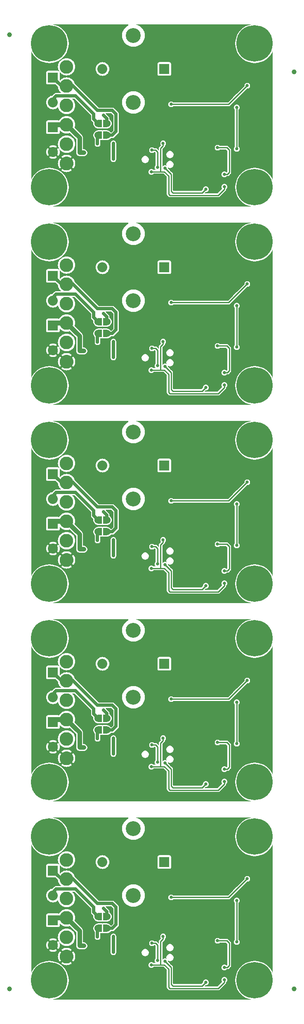
<source format=gbr>
G04 start of page 3 for group 1 idx 1 *
G04 Title: (unknown), bottom *
G04 Creator: pcb 4.0.2 *
G04 CreationDate: Sun Oct 16 03:19:17 2022 UTC *
G04 For: ndholmes *
G04 Format: Gerber/RS-274X *
G04 PCB-Dimensions (mil): 3000.00 8100.00 *
G04 PCB-Coordinate-Origin: lower left *
%MOIN*%
%FSLAX25Y25*%
%LNBOTTOM*%
%ADD48C,0.0680*%
%ADD47C,0.0480*%
%ADD46C,0.1285*%
%ADD45C,0.0390*%
%ADD44C,0.0120*%
%ADD43C,0.0310*%
%ADD42C,0.0260*%
%ADD41C,0.0600*%
%ADD40C,0.1200*%
%ADD39C,0.0800*%
%ADD38C,0.1100*%
%ADD37C,0.2937*%
%ADD36C,0.0394*%
%ADD35C,0.0250*%
%ADD34C,0.0400*%
%ADD33C,0.0350*%
%ADD32C,0.0100*%
%ADD31C,0.0001*%
G54D31*G36*
X218496Y501031D02*X218982Y499858D01*
X220272Y497753D01*
X221876Y495876D01*
X223753Y494272D01*
X225858Y492982D01*
X228138Y492038D01*
X230378Y491500D01*
X218496D01*
Y501031D01*
G37*
G36*
Y638500D02*X230378D01*
X228138Y637962D01*
X225858Y637018D01*
X223753Y635728D01*
X221876Y634124D01*
X220272Y632247D01*
X218982Y630142D01*
X218496Y628969D01*
Y638500D01*
G37*
G36*
Y578375D02*X226828Y586706D01*
X227000Y586693D01*
X227361Y586721D01*
X227713Y586806D01*
X228047Y586944D01*
X228356Y587134D01*
X228631Y587369D01*
X228866Y587644D01*
X229056Y587953D01*
X229194Y588287D01*
X229279Y588639D01*
X229300Y589000D01*
X229279Y589361D01*
X229194Y589713D01*
X229056Y590047D01*
X228866Y590356D01*
X228631Y590631D01*
X228356Y590866D01*
X228047Y591056D01*
X227713Y591194D01*
X227361Y591279D01*
X227000Y591307D01*
X226639Y591279D01*
X226287Y591194D01*
X225953Y591056D01*
X225644Y590866D01*
X225369Y590631D01*
X225134Y590356D01*
X224944Y590047D01*
X224806Y589713D01*
X224721Y589361D01*
X224693Y589000D01*
X224706Y588828D01*
X218496Y582618D01*
Y617031D01*
X218982Y615858D01*
X220272Y613753D01*
X221876Y611876D01*
X223753Y610272D01*
X225858Y608982D01*
X228138Y608038D01*
X230539Y607461D01*
X233000Y607268D01*
X235461Y607461D01*
X237862Y608038D01*
X240142Y608982D01*
X242247Y610272D01*
X244124Y611876D01*
X245728Y613753D01*
X247018Y615858D01*
X247500Y617022D01*
Y512978D01*
X247018Y514142D01*
X245728Y516247D01*
X244124Y518124D01*
X242247Y519728D01*
X240142Y521018D01*
X237862Y521962D01*
X235461Y522539D01*
X233000Y522732D01*
X230539Y522539D01*
X228138Y521962D01*
X225858Y521018D01*
X223753Y519728D01*
X221876Y518124D01*
X220272Y516247D01*
X218982Y514142D01*
X218496Y512969D01*
Y535693D01*
X218500Y535693D01*
X218861Y535721D01*
X219213Y535806D01*
X219547Y535944D01*
X219856Y536134D01*
X220131Y536369D01*
X220366Y536644D01*
X220556Y536953D01*
X220694Y537287D01*
X220779Y537639D01*
X220800Y538000D01*
X220779Y538361D01*
X220694Y538713D01*
X220556Y539047D01*
X220366Y539356D01*
X220131Y539631D01*
X220000Y539744D01*
Y569756D01*
X220131Y569869D01*
X220366Y570144D01*
X220556Y570453D01*
X220694Y570787D01*
X220779Y571139D01*
X220800Y571500D01*
X220779Y571861D01*
X220694Y572213D01*
X220556Y572547D01*
X220366Y572856D01*
X220131Y573131D01*
X219856Y573366D01*
X219547Y573556D01*
X219213Y573694D01*
X218861Y573779D01*
X218500Y573807D01*
X218496Y573807D01*
Y578375D01*
G37*
G36*
Y582618D02*X213000Y577121D01*
Y638500D01*
X218496D01*
Y628969D01*
X218038Y627862D01*
X217461Y625461D01*
X217268Y623000D01*
X217461Y620539D01*
X218038Y618138D01*
X218496Y617031D01*
Y582618D01*
G37*
G36*
X213000Y491500D02*Y517379D01*
X213519Y517898D01*
X213564Y517936D01*
X213717Y518115D01*
X213717Y518116D01*
X213841Y518317D01*
X213931Y518535D01*
X213986Y518765D01*
X214005Y519000D01*
X214000Y519059D01*
Y536941D01*
X214005Y537000D01*
X213986Y537235D01*
X213931Y537465D01*
X213841Y537683D01*
X213717Y537884D01*
X213564Y538064D01*
X213519Y538102D01*
X213000Y538621D01*
Y572881D01*
X213064Y572936D01*
X213102Y572981D01*
X218496Y578375D01*
Y573807D01*
X218139Y573779D01*
X217787Y573694D01*
X217453Y573556D01*
X217144Y573366D01*
X216869Y573131D01*
X216634Y572856D01*
X216444Y572547D01*
X216306Y572213D01*
X216221Y571861D01*
X216193Y571500D01*
X216221Y571139D01*
X216306Y570787D01*
X216444Y570453D01*
X216634Y570144D01*
X216869Y569869D01*
X217000Y569756D01*
Y539744D01*
X216869Y539631D01*
X216634Y539356D01*
X216444Y539047D01*
X216306Y538713D01*
X216221Y538361D01*
X216193Y538000D01*
X216221Y537639D01*
X216306Y537287D01*
X216444Y536953D01*
X216634Y536644D01*
X216869Y536369D01*
X217144Y536134D01*
X217453Y535944D01*
X217787Y535806D01*
X218139Y535721D01*
X218496Y535693D01*
Y512969D01*
X218038Y511862D01*
X217461Y509461D01*
X217268Y507000D01*
X217461Y504539D01*
X218038Y502138D01*
X218496Y501031D01*
Y491500D01*
X213000D01*
G37*
G36*
X218496Y341031D02*X218982Y339858D01*
X220272Y337753D01*
X221876Y335876D01*
X223753Y334272D01*
X225858Y332982D01*
X228138Y332038D01*
X230378Y331500D01*
X218496D01*
Y341031D01*
G37*
G36*
Y478500D02*X230378D01*
X228138Y477962D01*
X225858Y477018D01*
X223753Y475728D01*
X221876Y474124D01*
X220272Y472247D01*
X218982Y470142D01*
X218496Y468969D01*
Y478500D01*
G37*
G36*
Y418375D02*X226828Y426706D01*
X227000Y426693D01*
X227361Y426721D01*
X227713Y426806D01*
X228047Y426944D01*
X228356Y427134D01*
X228631Y427369D01*
X228866Y427644D01*
X229056Y427953D01*
X229194Y428287D01*
X229279Y428639D01*
X229300Y429000D01*
X229279Y429361D01*
X229194Y429713D01*
X229056Y430047D01*
X228866Y430356D01*
X228631Y430631D01*
X228356Y430866D01*
X228047Y431056D01*
X227713Y431194D01*
X227361Y431279D01*
X227000Y431307D01*
X226639Y431279D01*
X226287Y431194D01*
X225953Y431056D01*
X225644Y430866D01*
X225369Y430631D01*
X225134Y430356D01*
X224944Y430047D01*
X224806Y429713D01*
X224721Y429361D01*
X224693Y429000D01*
X224706Y428828D01*
X218496Y422618D01*
Y457031D01*
X218982Y455858D01*
X220272Y453753D01*
X221876Y451876D01*
X223753Y450272D01*
X225858Y448982D01*
X228138Y448038D01*
X230539Y447461D01*
X233000Y447268D01*
X235461Y447461D01*
X237862Y448038D01*
X240142Y448982D01*
X242247Y450272D01*
X244124Y451876D01*
X245728Y453753D01*
X247018Y455858D01*
X247500Y457022D01*
Y352978D01*
X247018Y354142D01*
X245728Y356247D01*
X244124Y358124D01*
X242247Y359728D01*
X240142Y361018D01*
X237862Y361962D01*
X235461Y362539D01*
X233000Y362732D01*
X230539Y362539D01*
X228138Y361962D01*
X225858Y361018D01*
X223753Y359728D01*
X221876Y358124D01*
X220272Y356247D01*
X218982Y354142D01*
X218496Y352969D01*
Y375693D01*
X218500Y375693D01*
X218861Y375721D01*
X219213Y375806D01*
X219547Y375944D01*
X219856Y376134D01*
X220131Y376369D01*
X220366Y376644D01*
X220556Y376953D01*
X220694Y377287D01*
X220779Y377639D01*
X220800Y378000D01*
X220779Y378361D01*
X220694Y378713D01*
X220556Y379047D01*
X220366Y379356D01*
X220131Y379631D01*
X220000Y379744D01*
Y409756D01*
X220131Y409869D01*
X220366Y410144D01*
X220556Y410453D01*
X220694Y410787D01*
X220779Y411139D01*
X220800Y411500D01*
X220779Y411861D01*
X220694Y412213D01*
X220556Y412547D01*
X220366Y412856D01*
X220131Y413131D01*
X219856Y413366D01*
X219547Y413556D01*
X219213Y413694D01*
X218861Y413779D01*
X218500Y413807D01*
X218496Y413807D01*
Y418375D01*
G37*
G36*
Y422618D02*X213000Y417121D01*
Y478500D01*
X218496D01*
Y468969D01*
X218038Y467862D01*
X217461Y465461D01*
X217268Y463000D01*
X217461Y460539D01*
X218038Y458138D01*
X218496Y457031D01*
Y422618D01*
G37*
G36*
X213000Y331500D02*Y357379D01*
X213519Y357898D01*
X213564Y357936D01*
X213717Y358115D01*
X213717Y358116D01*
X213841Y358317D01*
X213931Y358535D01*
X213986Y358765D01*
X214005Y359000D01*
X214000Y359059D01*
Y376941D01*
X214005Y377000D01*
X213986Y377235D01*
X213931Y377465D01*
X213841Y377683D01*
X213717Y377884D01*
X213564Y378064D01*
X213519Y378102D01*
X213000Y378621D01*
Y412881D01*
X213064Y412936D01*
X213102Y412981D01*
X218496Y418375D01*
Y413807D01*
X218139Y413779D01*
X217787Y413694D01*
X217453Y413556D01*
X217144Y413366D01*
X216869Y413131D01*
X216634Y412856D01*
X216444Y412547D01*
X216306Y412213D01*
X216221Y411861D01*
X216193Y411500D01*
X216221Y411139D01*
X216306Y410787D01*
X216444Y410453D01*
X216634Y410144D01*
X216869Y409869D01*
X217000Y409756D01*
Y379744D01*
X216869Y379631D01*
X216634Y379356D01*
X216444Y379047D01*
X216306Y378713D01*
X216221Y378361D01*
X216193Y378000D01*
X216221Y377639D01*
X216306Y377287D01*
X216444Y376953D01*
X216634Y376644D01*
X216869Y376369D01*
X217144Y376134D01*
X217453Y375944D01*
X217787Y375806D01*
X218139Y375721D01*
X218496Y375693D01*
Y352969D01*
X218038Y351862D01*
X217461Y349461D01*
X217268Y347000D01*
X217461Y344539D01*
X218038Y342138D01*
X218496Y341031D01*
Y331500D01*
X213000D01*
G37*
G36*
X218496Y181031D02*X218982Y179858D01*
X220272Y177753D01*
X221876Y175876D01*
X223753Y174272D01*
X225858Y172982D01*
X228138Y172038D01*
X230378Y171500D01*
X218496D01*
Y181031D01*
G37*
G36*
Y318500D02*X230378D01*
X228138Y317962D01*
X225858Y317018D01*
X223753Y315728D01*
X221876Y314124D01*
X220272Y312247D01*
X218982Y310142D01*
X218496Y308969D01*
Y318500D01*
G37*
G36*
Y258375D02*X226828Y266706D01*
X227000Y266693D01*
X227361Y266721D01*
X227713Y266806D01*
X228047Y266944D01*
X228356Y267134D01*
X228631Y267369D01*
X228866Y267644D01*
X229056Y267953D01*
X229194Y268287D01*
X229279Y268639D01*
X229300Y269000D01*
X229279Y269361D01*
X229194Y269713D01*
X229056Y270047D01*
X228866Y270356D01*
X228631Y270631D01*
X228356Y270866D01*
X228047Y271056D01*
X227713Y271194D01*
X227361Y271279D01*
X227000Y271307D01*
X226639Y271279D01*
X226287Y271194D01*
X225953Y271056D01*
X225644Y270866D01*
X225369Y270631D01*
X225134Y270356D01*
X224944Y270047D01*
X224806Y269713D01*
X224721Y269361D01*
X224693Y269000D01*
X224706Y268828D01*
X218496Y262618D01*
Y297031D01*
X218982Y295858D01*
X220272Y293753D01*
X221876Y291876D01*
X223753Y290272D01*
X225858Y288982D01*
X228138Y288038D01*
X230539Y287461D01*
X233000Y287268D01*
X235461Y287461D01*
X237862Y288038D01*
X240142Y288982D01*
X242247Y290272D01*
X244124Y291876D01*
X245728Y293753D01*
X247018Y295858D01*
X247500Y297022D01*
Y192978D01*
X247018Y194142D01*
X245728Y196247D01*
X244124Y198124D01*
X242247Y199728D01*
X240142Y201018D01*
X237862Y201962D01*
X235461Y202539D01*
X233000Y202732D01*
X230539Y202539D01*
X228138Y201962D01*
X225858Y201018D01*
X223753Y199728D01*
X221876Y198124D01*
X220272Y196247D01*
X218982Y194142D01*
X218496Y192969D01*
Y215693D01*
X218500Y215693D01*
X218861Y215721D01*
X219213Y215806D01*
X219547Y215944D01*
X219856Y216134D01*
X220131Y216369D01*
X220366Y216644D01*
X220556Y216953D01*
X220694Y217287D01*
X220779Y217639D01*
X220800Y218000D01*
X220779Y218361D01*
X220694Y218713D01*
X220556Y219047D01*
X220366Y219356D01*
X220131Y219631D01*
X220000Y219744D01*
Y249756D01*
X220131Y249869D01*
X220366Y250144D01*
X220556Y250453D01*
X220694Y250787D01*
X220779Y251139D01*
X220800Y251500D01*
X220779Y251861D01*
X220694Y252213D01*
X220556Y252547D01*
X220366Y252856D01*
X220131Y253131D01*
X219856Y253366D01*
X219547Y253556D01*
X219213Y253694D01*
X218861Y253779D01*
X218500Y253807D01*
X218496Y253807D01*
Y258375D01*
G37*
G36*
Y262618D02*X213000Y257121D01*
Y318500D01*
X218496D01*
Y308969D01*
X218038Y307862D01*
X217461Y305461D01*
X217268Y303000D01*
X217461Y300539D01*
X218038Y298138D01*
X218496Y297031D01*
Y262618D01*
G37*
G36*
X213000Y171500D02*Y197379D01*
X213519Y197898D01*
X213564Y197936D01*
X213717Y198115D01*
X213717Y198116D01*
X213841Y198317D01*
X213931Y198535D01*
X213986Y198765D01*
X214005Y199000D01*
X214000Y199059D01*
Y216941D01*
X214005Y217000D01*
X213986Y217235D01*
X213931Y217465D01*
X213841Y217683D01*
X213717Y217884D01*
X213564Y218064D01*
X213519Y218102D01*
X213000Y218621D01*
Y252881D01*
X213064Y252936D01*
X213102Y252981D01*
X218496Y258375D01*
Y253807D01*
X218139Y253779D01*
X217787Y253694D01*
X217453Y253556D01*
X217144Y253366D01*
X216869Y253131D01*
X216634Y252856D01*
X216444Y252547D01*
X216306Y252213D01*
X216221Y251861D01*
X216193Y251500D01*
X216221Y251139D01*
X216306Y250787D01*
X216444Y250453D01*
X216634Y250144D01*
X216869Y249869D01*
X217000Y249756D01*
Y219744D01*
X216869Y219631D01*
X216634Y219356D01*
X216444Y219047D01*
X216306Y218713D01*
X216221Y218361D01*
X216193Y218000D01*
X216221Y217639D01*
X216306Y217287D01*
X216444Y216953D01*
X216634Y216644D01*
X216869Y216369D01*
X217144Y216134D01*
X217453Y215944D01*
X217787Y215806D01*
X218139Y215721D01*
X218496Y215693D01*
Y192969D01*
X218038Y191862D01*
X217461Y189461D01*
X217268Y187000D01*
X217461Y184539D01*
X218038Y182138D01*
X218496Y181031D01*
Y171500D01*
X213000D01*
G37*
G36*
X81129Y616127D02*X81962Y618138D01*
X82539Y620539D01*
X82684Y623000D01*
X82539Y625461D01*
X81962Y627862D01*
X81129Y629873D01*
Y638500D01*
X112000D01*
Y607625D01*
X111705Y607747D01*
X110863Y607949D01*
X110000Y608017D01*
X109137Y607949D01*
X108295Y607747D01*
X107495Y607416D01*
X106757Y606963D01*
X106099Y606401D01*
X105537Y605743D01*
X105084Y605005D01*
X104753Y604205D01*
X104551Y603363D01*
X104483Y602500D01*
X104551Y601637D01*
X104753Y600795D01*
X105084Y599995D01*
X105537Y599257D01*
X106099Y598599D01*
X106757Y598037D01*
X107495Y597584D01*
X108295Y597253D01*
X109137Y597051D01*
X110000Y596983D01*
X110863Y597051D01*
X111705Y597253D01*
X112000Y597375D01*
Y571250D01*
X106932D01*
X87793Y590389D01*
X87678Y590870D01*
X87256Y591888D01*
X86681Y592827D01*
X85965Y593665D01*
X85127Y594381D01*
X84188Y594956D01*
X83170Y595378D01*
X82098Y595635D01*
X81129Y595711D01*
Y597289D01*
X82098Y597365D01*
X83170Y597622D01*
X84188Y598044D01*
X85127Y598619D01*
X85965Y599335D01*
X86681Y600173D01*
X87256Y601112D01*
X87678Y602130D01*
X87935Y603202D01*
X88000Y604300D01*
X87935Y605398D01*
X87678Y606470D01*
X87256Y607488D01*
X86681Y608427D01*
X85965Y609265D01*
X85127Y609981D01*
X84188Y610556D01*
X83170Y610978D01*
X82098Y611235D01*
X81129Y611311D01*
Y616127D01*
G37*
G36*
X86797Y578650D02*X87168D01*
X100750Y565068D01*
Y562188D01*
X100743Y562100D01*
X100771Y561747D01*
Y561747D01*
X100854Y561403D01*
X100989Y561075D01*
X101059Y560961D01*
X101174Y560773D01*
X101174Y560773D01*
X101404Y560504D01*
X101471Y560447D01*
X102667Y559251D01*
X102637Y559128D01*
X102588Y558500D01*
X102637Y557872D01*
X102784Y557260D01*
X103025Y556678D01*
X103354Y556142D01*
X103763Y555663D01*
X104242Y555254D01*
X104778Y554925D01*
X105360Y554684D01*
X105972Y554537D01*
X106600Y554488D01*
X106763Y554500D01*
X109757Y554509D01*
X109910Y554546D01*
X110000Y554583D01*
X110090Y554546D01*
X110243Y554509D01*
X110400Y554500D01*
X112000Y554505D01*
Y552996D01*
X110243Y552991D01*
X110090Y552954D01*
X110000Y552917D01*
X109910Y552954D01*
X109757Y552991D01*
X109600Y553000D01*
X106859Y552992D01*
X106600Y553012D01*
X105972Y552963D01*
X105360Y552816D01*
X104778Y552575D01*
X104242Y552246D01*
X103763Y551837D01*
X103354Y551358D01*
X103025Y550822D01*
X102784Y550240D01*
X102637Y549628D01*
X102588Y549000D01*
X102637Y548372D01*
X102784Y547760D01*
X103025Y547178D01*
X103354Y546642D01*
X103750Y546178D01*
Y542480D01*
X103721Y542361D01*
X103693Y542000D01*
X103721Y541639D01*
X103806Y541287D01*
X103944Y540953D01*
X104134Y540644D01*
X104369Y540369D01*
X104644Y540134D01*
X104953Y539944D01*
X105287Y539806D01*
X105639Y539721D01*
X106000Y539693D01*
X106361Y539721D01*
X106713Y539806D01*
X107047Y539944D01*
X107356Y540134D01*
X107631Y540369D01*
X107866Y540644D01*
X108056Y540953D01*
X108194Y541287D01*
X108279Y541639D01*
X108300Y542000D01*
X108279Y542361D01*
X108250Y542480D01*
Y545005D01*
X109757Y545009D01*
X109910Y545046D01*
X110000Y545083D01*
X110090Y545046D01*
X110243Y545009D01*
X110400Y545000D01*
X112000Y545005D01*
Y491500D01*
X86797D01*
Y522461D01*
X86834Y522488D01*
X86917Y522572D01*
X86984Y522669D01*
X87296Y523224D01*
X87549Y523808D01*
X87748Y524413D01*
X87892Y525033D01*
X87978Y525664D01*
X88007Y526300D01*
X87978Y526936D01*
X87892Y527567D01*
X87748Y528187D01*
X87549Y528792D01*
X87296Y529376D01*
X86991Y529935D01*
X86922Y530032D01*
X86838Y530116D01*
X86797Y530146D01*
Y537963D01*
X87256Y538712D01*
X87678Y539730D01*
X87935Y540802D01*
X88000Y541900D01*
X87935Y542998D01*
X87678Y544070D01*
X87256Y545088D01*
X86797Y545837D01*
Y547814D01*
X88750Y545861D01*
Y535108D01*
X88742Y535000D01*
X88775Y534568D01*
X88877Y534148D01*
X89042Y533748D01*
X89268Y533379D01*
X89549Y533049D01*
X89879Y532768D01*
X90248Y532542D01*
X90648Y532377D01*
X91068Y532275D01*
X91500Y532242D01*
X91608Y532250D01*
X95000D01*
X95432Y532275D01*
X95852Y532377D01*
X96252Y532542D01*
X96621Y532768D01*
X96951Y533049D01*
X97232Y533379D01*
X97458Y533748D01*
X97623Y534148D01*
X97725Y534568D01*
X97758Y535000D01*
X97725Y535432D01*
X97623Y535852D01*
X97458Y536252D01*
X97232Y536621D01*
X96951Y536951D01*
X96621Y537232D01*
X96252Y537458D01*
X95852Y537623D01*
X95432Y537725D01*
X95000Y537750D01*
X94250D01*
Y546892D01*
X94258Y547000D01*
X94225Y547432D01*
X94123Y547852D01*
X93958Y548252D01*
X93732Y548621D01*
X93732Y548621D01*
X93451Y548951D01*
X93368Y549021D01*
X87497Y554892D01*
X87678Y555330D01*
X87935Y556402D01*
X88000Y557500D01*
X87935Y558598D01*
X87678Y559670D01*
X87256Y560688D01*
X86797Y561437D01*
Y569163D01*
X87256Y569912D01*
X87678Y570930D01*
X87935Y572002D01*
X88000Y573100D01*
X87935Y574198D01*
X87678Y575270D01*
X87256Y576288D01*
X86797Y577037D01*
Y578650D01*
G37*
G36*
Y561437D02*X86681Y561627D01*
X85965Y562465D01*
X85127Y563181D01*
X84188Y563756D01*
X83170Y564178D01*
X82098Y564435D01*
X81129Y564511D01*
Y566089D01*
X82098Y566165D01*
X83170Y566422D01*
X84188Y566844D01*
X85127Y567419D01*
X85965Y568135D01*
X86681Y568973D01*
X86797Y569163D01*
Y561437D01*
G37*
G36*
Y545837D02*X86681Y546027D01*
X85965Y546865D01*
X85127Y547581D01*
X84188Y548156D01*
X83170Y548578D01*
X82098Y548835D01*
X81129Y548911D01*
Y550489D01*
X82098Y550565D01*
X83170Y550822D01*
X83608Y551003D01*
X86797Y547814D01*
Y545837D01*
G37*
G36*
Y491500D02*X81129D01*
Y500127D01*
X81962Y502138D01*
X82539Y504539D01*
X82684Y507000D01*
X82539Y509461D01*
X81962Y511862D01*
X81129Y513873D01*
Y519299D01*
X81636Y519322D01*
X82267Y519408D01*
X82887Y519552D01*
X83492Y519751D01*
X84076Y520004D01*
X84635Y520309D01*
X84732Y520378D01*
X84816Y520462D01*
X84887Y520558D01*
X84941Y520664D01*
X84979Y520777D01*
X84998Y520894D01*
X84998Y521013D01*
X84980Y521130D01*
X84944Y521244D01*
X84890Y521350D01*
X84821Y521447D01*
X84737Y521531D01*
X84641Y521601D01*
X84535Y521656D01*
X84422Y521693D01*
X84305Y521712D01*
X84186Y521713D01*
X84069Y521695D01*
X83955Y521658D01*
X83850Y521603D01*
X83415Y521358D01*
X82956Y521160D01*
X82481Y521003D01*
X81994Y520891D01*
X81499Y520823D01*
X81129Y520806D01*
Y531794D01*
X81499Y531777D01*
X81994Y531709D01*
X82481Y531597D01*
X82956Y531440D01*
X83415Y531242D01*
X83853Y531002D01*
X83957Y530947D01*
X84070Y530911D01*
X84187Y530893D01*
X84305Y530894D01*
X84421Y530913D01*
X84533Y530949D01*
X84638Y531004D01*
X84733Y531073D01*
X84816Y531157D01*
X84885Y531253D01*
X84939Y531358D01*
X84975Y531471D01*
X84992Y531588D01*
X84992Y531706D01*
X84973Y531822D01*
X84936Y531934D01*
X84882Y532039D01*
X84812Y532134D01*
X84728Y532217D01*
X84631Y532284D01*
X84076Y532596D01*
X83492Y532849D01*
X82887Y533048D01*
X82267Y533192D01*
X81636Y533278D01*
X81129Y533301D01*
Y534889D01*
X82098Y534965D01*
X83170Y535222D01*
X84188Y535644D01*
X85127Y536219D01*
X85965Y536935D01*
X86681Y537773D01*
X86797Y537963D01*
Y530146D01*
X86742Y530187D01*
X86636Y530241D01*
X86523Y530279D01*
X86406Y530298D01*
X86287Y530298D01*
X86170Y530280D01*
X86056Y530244D01*
X85950Y530190D01*
X85853Y530121D01*
X85769Y530037D01*
X85699Y529941D01*
X85644Y529835D01*
X85607Y529722D01*
X85588Y529605D01*
X85587Y529486D01*
X85605Y529369D01*
X85642Y529255D01*
X85697Y529150D01*
X85942Y528715D01*
X86140Y528256D01*
X86297Y527781D01*
X86409Y527294D01*
X86477Y526799D01*
X86500Y526300D01*
X86477Y525801D01*
X86409Y525306D01*
X86297Y524819D01*
X86140Y524344D01*
X85942Y523885D01*
X85702Y523447D01*
X85647Y523343D01*
X85611Y523230D01*
X85593Y523113D01*
X85594Y522995D01*
X85613Y522879D01*
X85649Y522767D01*
X85704Y522662D01*
X85773Y522567D01*
X85857Y522484D01*
X85953Y522415D01*
X86058Y522361D01*
X86171Y522325D01*
X86288Y522308D01*
X86406Y522308D01*
X86522Y522327D01*
X86634Y522364D01*
X86739Y522418D01*
X86797Y522461D01*
Y491500D01*
G37*
G36*
X85280Y578650D02*X86797D01*
Y577037D01*
X86681Y577227D01*
X85965Y578065D01*
X85280Y578650D01*
G37*
G36*
X81129Y595711D02*X81000Y595722D01*
X79902Y595635D01*
X78830Y595378D01*
X77812Y594956D01*
X76873Y594381D01*
X76035Y593665D01*
X75566Y593116D01*
X75497Y593185D01*
X75486Y599735D01*
X75431Y599965D01*
X75369Y600115D01*
X76035Y599335D01*
X76873Y598619D01*
X77812Y598044D01*
X78830Y597622D01*
X79902Y597365D01*
X81000Y597278D01*
X81129Y597289D01*
Y595711D01*
G37*
G36*
Y629873D02*X81018Y630142D01*
X79728Y632247D01*
X78124Y634124D01*
X76247Y635728D01*
X74142Y637018D01*
X71862Y637962D01*
X69622Y638500D01*
X81129D01*
Y629873D01*
G37*
G36*
X70002Y569983D02*X70863Y570051D01*
X71705Y570253D01*
X72505Y570584D01*
X73243Y571037D01*
X73901Y571599D01*
X74104Y571837D01*
X74322Y570930D01*
X74744Y569912D01*
X75319Y568973D01*
X76035Y568135D01*
X76873Y567419D01*
X77812Y566844D01*
X78830Y566422D01*
X79902Y566165D01*
X81000Y566078D01*
X81129Y566089D01*
Y564511D01*
X81000Y564522D01*
X79902Y564435D01*
X78830Y564178D01*
X77812Y563756D01*
X76873Y563181D01*
X76035Y562465D01*
X75319Y561627D01*
X74795Y560772D01*
X74683Y560841D01*
X74465Y560931D01*
X74235Y560986D01*
X74000Y561000D01*
X70002Y560993D01*
Y569983D01*
G37*
G36*
Y590007D02*X72307Y590011D01*
X74009Y588309D01*
X74065Y587602D01*
X74322Y586530D01*
X74744Y585512D01*
X75319Y584573D01*
X76035Y583735D01*
X76720Y583150D01*
X72788D01*
X72700Y583157D01*
X72347Y583129D01*
X72003Y583046D01*
X71675Y582911D01*
X71373Y582726D01*
X71373Y582726D01*
X71104Y582496D01*
X71047Y582429D01*
X70002Y581384D01*
Y590007D01*
G37*
G36*
Y607591D02*X71862Y608038D01*
X74142Y608982D01*
X76247Y610272D01*
X78124Y611876D01*
X79728Y613753D01*
X81018Y615858D01*
X81129Y616127D01*
Y611311D01*
X81000Y611322D01*
X79902Y611235D01*
X78830Y610978D01*
X77812Y610556D01*
X76873Y609981D01*
X76035Y609265D01*
X75319Y608427D01*
X74744Y607488D01*
X74322Y606470D01*
X74065Y605398D01*
X73978Y604300D01*
X74065Y603202D01*
X74322Y602130D01*
X74744Y601112D01*
X75120Y600498D01*
X75064Y600564D01*
X74884Y600717D01*
X74683Y600841D01*
X74465Y600931D01*
X74235Y600986D01*
X74000Y601000D01*
X70002Y600993D01*
Y607591D01*
G37*
G36*
X74493Y550080D02*X74683Y550159D01*
X74884Y550283D01*
X75064Y550436D01*
X75217Y550616D01*
X75341Y550817D01*
X75431Y551035D01*
X75486Y551265D01*
X75500Y551500D01*
X75497Y553165D01*
X76035Y552535D01*
X76873Y551819D01*
X77812Y551244D01*
X78830Y550822D01*
X79902Y550565D01*
X81000Y550478D01*
X81129Y550489D01*
Y548911D01*
X81000Y548922D01*
X79902Y548835D01*
X78830Y548578D01*
X77812Y548156D01*
X76873Y547581D01*
X76035Y546865D01*
X75319Y546027D01*
X74744Y545088D01*
X74493Y544481D01*
Y550080D01*
G37*
G36*
X81129Y513873D02*X81018Y514142D01*
X79728Y516247D01*
X78124Y518124D01*
X76247Y519728D01*
X74493Y520803D01*
Y523712D01*
X74704Y523224D01*
X75009Y522665D01*
X75078Y522568D01*
X75162Y522484D01*
X75258Y522413D01*
X75364Y522359D01*
X75477Y522321D01*
X75594Y522302D01*
X75713Y522302D01*
X75830Y522320D01*
X75944Y522356D01*
X76050Y522410D01*
X76147Y522479D01*
X76231Y522563D01*
X76301Y522659D01*
X76356Y522765D01*
X76393Y522878D01*
X76412Y522995D01*
X76413Y523114D01*
X76395Y523231D01*
X76358Y523345D01*
X76303Y523450D01*
X76058Y523885D01*
X75860Y524344D01*
X75703Y524819D01*
X75591Y525306D01*
X75523Y525801D01*
X75500Y526300D01*
X75523Y526799D01*
X75591Y527294D01*
X75703Y527781D01*
X75860Y528256D01*
X76058Y528715D01*
X76298Y529153D01*
X76353Y529257D01*
X76389Y529370D01*
X76407Y529487D01*
X76406Y529605D01*
X76387Y529721D01*
X76351Y529833D01*
X76296Y529938D01*
X76227Y530033D01*
X76143Y530116D01*
X76047Y530185D01*
X75942Y530239D01*
X75829Y530275D01*
X75712Y530292D01*
X75594Y530292D01*
X75478Y530273D01*
X75366Y530236D01*
X75261Y530182D01*
X75166Y530112D01*
X75083Y530028D01*
X75016Y529931D01*
X74704Y529376D01*
X74493Y528888D01*
Y532645D01*
X74578Y532681D01*
X74679Y532743D01*
X74769Y532819D01*
X74845Y532909D01*
X74905Y533011D01*
X75122Y533480D01*
X75289Y533969D01*
X75409Y534472D01*
X75482Y534984D01*
X75506Y535500D01*
X75482Y536016D01*
X75409Y536528D01*
X75289Y537031D01*
X75122Y537520D01*
X74910Y537992D01*
X74849Y538093D01*
X74772Y538184D01*
X74682Y538261D01*
X74580Y538323D01*
X74493Y538360D01*
Y539319D01*
X74744Y538712D01*
X75319Y537773D01*
X76035Y536935D01*
X76873Y536219D01*
X77812Y535644D01*
X78830Y535222D01*
X79902Y534965D01*
X81000Y534878D01*
X81129Y534889D01*
Y533301D01*
X81000Y533307D01*
X80364Y533278D01*
X79733Y533192D01*
X79113Y533048D01*
X78508Y532849D01*
X77924Y532596D01*
X77365Y532291D01*
X77268Y532222D01*
X77184Y532138D01*
X77113Y532042D01*
X77059Y531936D01*
X77021Y531823D01*
X77002Y531706D01*
X77002Y531587D01*
X77020Y531470D01*
X77056Y531356D01*
X77110Y531250D01*
X77179Y531153D01*
X77263Y531069D01*
X77359Y530999D01*
X77465Y530944D01*
X77578Y530907D01*
X77695Y530888D01*
X77814Y530887D01*
X77931Y530905D01*
X78045Y530942D01*
X78150Y530997D01*
X78585Y531242D01*
X79044Y531440D01*
X79519Y531597D01*
X80006Y531709D01*
X80501Y531777D01*
X81000Y531800D01*
X81129Y531794D01*
Y520806D01*
X81000Y520800D01*
X80501Y520823D01*
X80006Y520891D01*
X79519Y521003D01*
X79044Y521160D01*
X78585Y521358D01*
X78147Y521598D01*
X78043Y521653D01*
X77930Y521689D01*
X77813Y521707D01*
X77695Y521706D01*
X77579Y521687D01*
X77467Y521651D01*
X77362Y521596D01*
X77267Y521527D01*
X77184Y521443D01*
X77115Y521347D01*
X77061Y521242D01*
X77025Y521129D01*
X77008Y521012D01*
X77008Y520894D01*
X77027Y520778D01*
X77064Y520666D01*
X77118Y520561D01*
X77188Y520466D01*
X77272Y520383D01*
X77369Y520316D01*
X77924Y520004D01*
X78508Y519751D01*
X79113Y519552D01*
X79733Y519408D01*
X80364Y519322D01*
X81000Y519293D01*
X81129Y519299D01*
Y513873D01*
G37*
G36*
X74493Y520803D02*X74142Y521018D01*
X71862Y521962D01*
X70002Y522409D01*
Y529994D01*
X70516Y530018D01*
X71028Y530091D01*
X71531Y530211D01*
X72020Y530378D01*
X72492Y530590D01*
X72593Y530651D01*
X72684Y530728D01*
X72761Y530818D01*
X72823Y530920D01*
X72869Y531029D01*
X72897Y531145D01*
X72906Y531263D01*
X72897Y531381D01*
X72870Y531497D01*
X72824Y531607D01*
X72762Y531708D01*
X72686Y531798D01*
X72595Y531876D01*
X72494Y531938D01*
X72385Y531984D01*
X72269Y532011D01*
X72151Y532021D01*
X72032Y532012D01*
X71917Y531984D01*
X71808Y531937D01*
X71468Y531779D01*
X71112Y531658D01*
X70747Y531570D01*
X70375Y531518D01*
X70002Y531500D01*
Y539500D01*
X70375Y539482D01*
X70747Y539430D01*
X71112Y539342D01*
X71468Y539221D01*
X71810Y539067D01*
X71918Y539020D01*
X72033Y538993D01*
X72151Y538983D01*
X72268Y538993D01*
X72383Y539021D01*
X72492Y539066D01*
X72593Y539128D01*
X72682Y539205D01*
X72759Y539295D01*
X72820Y539395D01*
X72865Y539504D01*
X72893Y539619D01*
X72902Y539737D01*
X72892Y539855D01*
X72865Y539969D01*
X72819Y540078D01*
X72757Y540179D01*
X72681Y540269D01*
X72591Y540345D01*
X72489Y540405D01*
X72020Y540622D01*
X71531Y540789D01*
X71028Y540909D01*
X70516Y540982D01*
X70002Y541006D01*
Y550007D01*
X74235Y550014D01*
X74465Y550069D01*
X74493Y550080D01*
Y544481D01*
X74322Y544070D01*
X74065Y542998D01*
X73978Y541900D01*
X74065Y540802D01*
X74322Y539730D01*
X74493Y539319D01*
Y538360D01*
X74471Y538369D01*
X74355Y538397D01*
X74237Y538406D01*
X74119Y538397D01*
X74003Y538370D01*
X73893Y538324D01*
X73792Y538262D01*
X73702Y538186D01*
X73624Y538095D01*
X73562Y537994D01*
X73516Y537885D01*
X73489Y537769D01*
X73479Y537651D01*
X73488Y537532D01*
X73516Y537417D01*
X73563Y537308D01*
X73721Y536968D01*
X73842Y536612D01*
X73930Y536247D01*
X73982Y535875D01*
X74000Y535500D01*
X73982Y535125D01*
X73930Y534753D01*
X73842Y534388D01*
X73721Y534032D01*
X73567Y533690D01*
X73520Y533582D01*
X73493Y533467D01*
X73483Y533349D01*
X73493Y533232D01*
X73521Y533117D01*
X73566Y533008D01*
X73628Y532907D01*
X73705Y532818D01*
X73795Y532741D01*
X73895Y532680D01*
X74004Y532635D01*
X74119Y532607D01*
X74237Y532598D01*
X74355Y532608D01*
X74469Y532635D01*
X74493Y532645D01*
Y528888D01*
X74451Y528792D01*
X74252Y528187D01*
X74108Y527567D01*
X74022Y526936D01*
X73993Y526300D01*
X74022Y525664D01*
X74108Y525033D01*
X74252Y524413D01*
X74451Y523808D01*
X74493Y523712D01*
Y520803D01*
G37*
G36*
X65507Y572305D02*X65537Y572257D01*
X66099Y571599D01*
X66757Y571037D01*
X67495Y570584D01*
X68295Y570253D01*
X69137Y570051D01*
X70000Y569983D01*
X70002Y569983D01*
Y560993D01*
X65765Y560986D01*
X65535Y560931D01*
X65507Y560920D01*
Y572305D01*
G37*
G36*
Y590080D02*X65535Y590069D01*
X65765Y590014D01*
X66000Y590000D01*
X70002Y590007D01*
Y581384D01*
X69604Y580986D01*
X69137Y580949D01*
X68295Y580747D01*
X67495Y580416D01*
X66757Y579963D01*
X66099Y579401D01*
X65537Y578743D01*
X65507Y578695D01*
Y590080D01*
G37*
G36*
Y607385D02*X67000Y607268D01*
X69461Y607461D01*
X70002Y607591D01*
Y600993D01*
X65765Y600986D01*
X65535Y600931D01*
X65507Y600920D01*
Y607385D01*
G37*
G36*
X70002Y522409D02*X69461Y522539D01*
X67000Y522732D01*
X65507Y522615D01*
Y532640D01*
X65529Y532631D01*
X65645Y532603D01*
X65763Y532594D01*
X65881Y532603D01*
X65997Y532630D01*
X66107Y532676D01*
X66208Y532738D01*
X66298Y532814D01*
X66376Y532905D01*
X66438Y533006D01*
X66484Y533115D01*
X66511Y533231D01*
X66521Y533349D01*
X66512Y533468D01*
X66484Y533583D01*
X66437Y533692D01*
X66279Y534032D01*
X66158Y534388D01*
X66070Y534753D01*
X66018Y535125D01*
X66000Y535500D01*
X66018Y535875D01*
X66070Y536247D01*
X66158Y536612D01*
X66279Y536968D01*
X66433Y537310D01*
X66480Y537418D01*
X66507Y537533D01*
X66517Y537651D01*
X66507Y537768D01*
X66479Y537883D01*
X66434Y537992D01*
X66372Y538093D01*
X66295Y538182D01*
X66205Y538259D01*
X66105Y538320D01*
X65996Y538365D01*
X65881Y538393D01*
X65763Y538402D01*
X65645Y538392D01*
X65531Y538365D01*
X65507Y538355D01*
Y550080D01*
X65535Y550069D01*
X65765Y550014D01*
X66000Y550000D01*
X70002Y550007D01*
Y541006D01*
X70000Y541006D01*
X69484Y540982D01*
X68972Y540909D01*
X68469Y540789D01*
X67980Y540622D01*
X67508Y540410D01*
X67407Y540349D01*
X67316Y540272D01*
X67239Y540182D01*
X67177Y540080D01*
X67131Y539971D01*
X67103Y539855D01*
X67094Y539737D01*
X67103Y539619D01*
X67130Y539503D01*
X67176Y539393D01*
X67238Y539292D01*
X67314Y539202D01*
X67405Y539124D01*
X67506Y539062D01*
X67615Y539016D01*
X67731Y538989D01*
X67849Y538979D01*
X67968Y538988D01*
X68083Y539016D01*
X68192Y539063D01*
X68532Y539221D01*
X68888Y539342D01*
X69253Y539430D01*
X69625Y539482D01*
X70000Y539500D01*
X70002Y539500D01*
Y531500D01*
X70000Y531500D01*
X69625Y531518D01*
X69253Y531570D01*
X68888Y531658D01*
X68532Y531779D01*
X68190Y531933D01*
X68082Y531980D01*
X67967Y532007D01*
X67849Y532017D01*
X67732Y532007D01*
X67617Y531979D01*
X67508Y531934D01*
X67407Y531872D01*
X67318Y531795D01*
X67241Y531705D01*
X67180Y531605D01*
X67135Y531496D01*
X67107Y531381D01*
X67098Y531263D01*
X67108Y531145D01*
X67135Y531031D01*
X67181Y530922D01*
X67243Y530821D01*
X67319Y530731D01*
X67409Y530655D01*
X67511Y530595D01*
X67980Y530378D01*
X68469Y530211D01*
X68972Y530091D01*
X69484Y530018D01*
X70000Y529994D01*
X70002Y529994D01*
Y522409D01*
G37*
G36*
X65507Y522615D02*X64539Y522539D01*
X62138Y521962D01*
X59858Y521018D01*
X57753Y519728D01*
X55876Y518124D01*
X54272Y516247D01*
X52982Y514142D01*
X52500Y512978D01*
Y617022D01*
X52982Y615858D01*
X54272Y613753D01*
X55876Y611876D01*
X57753Y610272D01*
X59858Y608982D01*
X62138Y608038D01*
X64539Y607461D01*
X65507Y607385D01*
Y600920D01*
X65317Y600841D01*
X65116Y600717D01*
X64936Y600564D01*
X64783Y600384D01*
X64659Y600183D01*
X64569Y599965D01*
X64514Y599735D01*
X64500Y599500D01*
X64514Y591265D01*
X64569Y591035D01*
X64659Y590817D01*
X64783Y590616D01*
X64936Y590436D01*
X65116Y590283D01*
X65317Y590159D01*
X65507Y590080D01*
Y578695D01*
X65084Y578005D01*
X64753Y577205D01*
X64551Y576363D01*
X64483Y575500D01*
X64551Y574637D01*
X64753Y573795D01*
X65084Y572995D01*
X65507Y572305D01*
Y560920D01*
X65317Y560841D01*
X65116Y560717D01*
X64936Y560564D01*
X64783Y560384D01*
X64659Y560183D01*
X64569Y559965D01*
X64514Y559735D01*
X64500Y559500D01*
X64514Y551265D01*
X64569Y551035D01*
X64659Y550817D01*
X64783Y550616D01*
X64936Y550436D01*
X65116Y550283D01*
X65317Y550159D01*
X65507Y550080D01*
Y538355D01*
X65422Y538319D01*
X65321Y538257D01*
X65231Y538181D01*
X65155Y538091D01*
X65095Y537989D01*
X64878Y537520D01*
X64711Y537031D01*
X64591Y536528D01*
X64518Y536016D01*
X64494Y535500D01*
X64518Y534984D01*
X64591Y534472D01*
X64711Y533969D01*
X64878Y533480D01*
X65090Y533008D01*
X65151Y532907D01*
X65228Y532816D01*
X65318Y532739D01*
X65420Y532677D01*
X65507Y532640D01*
Y522615D01*
G37*
G36*
X81129Y491500D02*X69622D01*
X71862Y492038D01*
X74142Y492982D01*
X76247Y494272D01*
X78124Y495876D01*
X79728Y497753D01*
X81018Y499858D01*
X81129Y500127D01*
Y491500D01*
G37*
G36*
Y456127D02*X81962Y458138D01*
X82539Y460539D01*
X82684Y463000D01*
X82539Y465461D01*
X81962Y467862D01*
X81129Y469873D01*
Y478500D01*
X112000D01*
Y447625D01*
X111705Y447747D01*
X110863Y447949D01*
X110000Y448017D01*
X109137Y447949D01*
X108295Y447747D01*
X107495Y447416D01*
X106757Y446963D01*
X106099Y446401D01*
X105537Y445743D01*
X105084Y445005D01*
X104753Y444205D01*
X104551Y443363D01*
X104483Y442500D01*
X104551Y441637D01*
X104753Y440795D01*
X105084Y439995D01*
X105537Y439257D01*
X106099Y438599D01*
X106757Y438037D01*
X107495Y437584D01*
X108295Y437253D01*
X109137Y437051D01*
X110000Y436983D01*
X110863Y437051D01*
X111705Y437253D01*
X112000Y437375D01*
Y411250D01*
X106932D01*
X87793Y430389D01*
X87678Y430870D01*
X87256Y431888D01*
X86681Y432827D01*
X85965Y433665D01*
X85127Y434381D01*
X84188Y434956D01*
X83170Y435378D01*
X82098Y435635D01*
X81129Y435711D01*
Y437289D01*
X82098Y437365D01*
X83170Y437622D01*
X84188Y438044D01*
X85127Y438619D01*
X85965Y439335D01*
X86681Y440173D01*
X87256Y441112D01*
X87678Y442130D01*
X87935Y443202D01*
X88000Y444300D01*
X87935Y445398D01*
X87678Y446470D01*
X87256Y447488D01*
X86681Y448427D01*
X85965Y449265D01*
X85127Y449981D01*
X84188Y450556D01*
X83170Y450978D01*
X82098Y451235D01*
X81129Y451311D01*
Y456127D01*
G37*
G36*
X86797Y409163D02*X87256Y409912D01*
X87678Y410930D01*
X87935Y412002D01*
X88000Y413100D01*
X87935Y414198D01*
X87678Y415270D01*
X87256Y416288D01*
X86797Y417037D01*
Y418650D01*
X87168D01*
X100750Y405068D01*
Y402188D01*
X100743Y402100D01*
X100771Y401747D01*
Y401747D01*
X100854Y401403D01*
X100989Y401075D01*
X101059Y400961D01*
X101174Y400773D01*
X101174Y400773D01*
X101404Y400504D01*
X101471Y400447D01*
X102667Y399251D01*
X102637Y399128D01*
X102588Y398500D01*
X102637Y397872D01*
X102784Y397260D01*
X103025Y396678D01*
X103354Y396142D01*
X103763Y395663D01*
X104242Y395254D01*
X104778Y394925D01*
X105360Y394684D01*
X105972Y394537D01*
X106600Y394488D01*
X106763Y394500D01*
X109757Y394509D01*
X109910Y394546D01*
X110000Y394583D01*
X110090Y394546D01*
X110243Y394509D01*
X110400Y394500D01*
X112000Y394505D01*
Y392996D01*
X110243Y392991D01*
X110090Y392954D01*
X110000Y392917D01*
X109910Y392954D01*
X109757Y392991D01*
X109600Y393000D01*
X106859Y392992D01*
X106600Y393012D01*
X105972Y392963D01*
X105360Y392816D01*
X104778Y392575D01*
X104242Y392246D01*
X103763Y391837D01*
X103354Y391358D01*
X103025Y390822D01*
X102784Y390240D01*
X102637Y389628D01*
X102588Y389000D01*
X102637Y388372D01*
X102784Y387760D01*
X103025Y387178D01*
X103354Y386642D01*
X103750Y386178D01*
Y382480D01*
X103721Y382361D01*
X103693Y382000D01*
X103721Y381639D01*
X103806Y381287D01*
X103944Y380953D01*
X104134Y380644D01*
X104369Y380369D01*
X104644Y380134D01*
X104953Y379944D01*
X105287Y379806D01*
X105639Y379721D01*
X106000Y379693D01*
X106361Y379721D01*
X106713Y379806D01*
X107047Y379944D01*
X107356Y380134D01*
X107631Y380369D01*
X107866Y380644D01*
X108056Y380953D01*
X108194Y381287D01*
X108279Y381639D01*
X108300Y382000D01*
X108279Y382361D01*
X108250Y382480D01*
Y385005D01*
X109757Y385009D01*
X109910Y385046D01*
X110000Y385083D01*
X110090Y385046D01*
X110243Y385009D01*
X110400Y385000D01*
X112000Y385005D01*
Y331500D01*
X86797D01*
Y362461D01*
X86834Y362488D01*
X86917Y362572D01*
X86984Y362669D01*
X87296Y363224D01*
X87549Y363808D01*
X87748Y364413D01*
X87892Y365033D01*
X87978Y365664D01*
X88007Y366300D01*
X87978Y366936D01*
X87892Y367567D01*
X87748Y368187D01*
X87549Y368792D01*
X87296Y369376D01*
X86991Y369935D01*
X86922Y370032D01*
X86838Y370116D01*
X86797Y370146D01*
Y377963D01*
X87256Y378712D01*
X87678Y379730D01*
X87935Y380802D01*
X88000Y381900D01*
X87935Y382998D01*
X87678Y384070D01*
X87256Y385088D01*
X86797Y385837D01*
Y387814D01*
X88750Y385861D01*
Y375108D01*
X88742Y375000D01*
X88775Y374568D01*
X88877Y374148D01*
X89042Y373748D01*
X89268Y373379D01*
X89549Y373049D01*
X89879Y372768D01*
X90248Y372542D01*
X90648Y372377D01*
X91068Y372275D01*
X91500Y372242D01*
X91608Y372250D01*
X95000D01*
X95432Y372275D01*
X95852Y372377D01*
X96252Y372542D01*
X96621Y372768D01*
X96951Y373049D01*
X97232Y373379D01*
X97458Y373748D01*
X97623Y374148D01*
X97725Y374568D01*
X97758Y375000D01*
X97725Y375432D01*
X97623Y375852D01*
X97458Y376252D01*
X97232Y376621D01*
X96951Y376951D01*
X96621Y377232D01*
X96252Y377458D01*
X95852Y377623D01*
X95432Y377725D01*
X95000Y377750D01*
X94250D01*
Y386892D01*
X94258Y387000D01*
X94225Y387432D01*
X94123Y387852D01*
X93958Y388252D01*
X93732Y388621D01*
X93732Y388621D01*
X93451Y388951D01*
X93368Y389021D01*
X87497Y394892D01*
X87678Y395330D01*
X87935Y396402D01*
X88000Y397500D01*
X87935Y398598D01*
X87678Y399670D01*
X87256Y400688D01*
X86797Y401437D01*
Y409163D01*
G37*
G36*
Y385837D02*X86681Y386027D01*
X85965Y386865D01*
X85127Y387581D01*
X84188Y388156D01*
X83170Y388578D01*
X82098Y388835D01*
X81129Y388911D01*
Y390489D01*
X82098Y390565D01*
X83170Y390822D01*
X83608Y391003D01*
X86797Y387814D01*
Y385837D01*
G37*
G36*
Y331500D02*X81129D01*
Y340127D01*
X81962Y342138D01*
X82539Y344539D01*
X82684Y347000D01*
X82539Y349461D01*
X81962Y351862D01*
X81129Y353873D01*
Y359299D01*
X81636Y359322D01*
X82267Y359408D01*
X82887Y359552D01*
X83492Y359751D01*
X84076Y360004D01*
X84635Y360309D01*
X84732Y360378D01*
X84816Y360462D01*
X84887Y360558D01*
X84941Y360664D01*
X84979Y360777D01*
X84998Y360894D01*
X84998Y361013D01*
X84980Y361130D01*
X84944Y361244D01*
X84890Y361350D01*
X84821Y361447D01*
X84737Y361531D01*
X84641Y361601D01*
X84535Y361656D01*
X84422Y361693D01*
X84305Y361712D01*
X84186Y361713D01*
X84069Y361695D01*
X83955Y361658D01*
X83850Y361603D01*
X83415Y361358D01*
X82956Y361160D01*
X82481Y361003D01*
X81994Y360891D01*
X81499Y360823D01*
X81129Y360806D01*
Y371794D01*
X81499Y371777D01*
X81994Y371709D01*
X82481Y371597D01*
X82956Y371440D01*
X83415Y371242D01*
X83853Y371002D01*
X83957Y370947D01*
X84070Y370911D01*
X84187Y370893D01*
X84305Y370894D01*
X84421Y370913D01*
X84533Y370949D01*
X84638Y371004D01*
X84733Y371073D01*
X84816Y371157D01*
X84885Y371253D01*
X84939Y371358D01*
X84975Y371471D01*
X84992Y371588D01*
X84992Y371706D01*
X84973Y371822D01*
X84936Y371934D01*
X84882Y372039D01*
X84812Y372134D01*
X84728Y372217D01*
X84631Y372284D01*
X84076Y372596D01*
X83492Y372849D01*
X82887Y373048D01*
X82267Y373192D01*
X81636Y373278D01*
X81129Y373301D01*
Y374889D01*
X82098Y374965D01*
X83170Y375222D01*
X84188Y375644D01*
X85127Y376219D01*
X85965Y376935D01*
X86681Y377773D01*
X86797Y377963D01*
Y370146D01*
X86742Y370187D01*
X86636Y370241D01*
X86523Y370279D01*
X86406Y370298D01*
X86287Y370298D01*
X86170Y370280D01*
X86056Y370244D01*
X85950Y370190D01*
X85853Y370121D01*
X85769Y370037D01*
X85699Y369941D01*
X85644Y369835D01*
X85607Y369722D01*
X85588Y369605D01*
X85587Y369486D01*
X85605Y369369D01*
X85642Y369255D01*
X85697Y369150D01*
X85942Y368715D01*
X86140Y368256D01*
X86297Y367781D01*
X86409Y367294D01*
X86477Y366799D01*
X86500Y366300D01*
X86477Y365801D01*
X86409Y365306D01*
X86297Y364819D01*
X86140Y364344D01*
X85942Y363885D01*
X85702Y363447D01*
X85647Y363343D01*
X85611Y363230D01*
X85593Y363113D01*
X85594Y362995D01*
X85613Y362879D01*
X85649Y362767D01*
X85704Y362662D01*
X85773Y362567D01*
X85857Y362484D01*
X85953Y362415D01*
X86058Y362361D01*
X86171Y362325D01*
X86288Y362308D01*
X86406Y362308D01*
X86522Y362327D01*
X86634Y362364D01*
X86739Y362418D01*
X86797Y362461D01*
Y331500D01*
G37*
G36*
Y417037D02*X86681Y417227D01*
X85965Y418065D01*
X85280Y418650D01*
X86797D01*
Y417037D01*
G37*
G36*
X81129Y406089D02*X82098Y406165D01*
X83170Y406422D01*
X84188Y406844D01*
X85127Y407419D01*
X85965Y408135D01*
X86681Y408973D01*
X86797Y409163D01*
Y401437D01*
X86681Y401627D01*
X85965Y402465D01*
X85127Y403181D01*
X84188Y403756D01*
X83170Y404178D01*
X82098Y404435D01*
X81129Y404511D01*
Y406089D01*
G37*
G36*
Y435711D02*X81000Y435722D01*
X79902Y435635D01*
X78830Y435378D01*
X77812Y434956D01*
X76873Y434381D01*
X76035Y433665D01*
X75566Y433116D01*
X75497Y433185D01*
X75486Y439735D01*
X75431Y439965D01*
X75369Y440115D01*
X76035Y439335D01*
X76873Y438619D01*
X77812Y438044D01*
X78830Y437622D01*
X79902Y437365D01*
X81000Y437278D01*
X81129Y437289D01*
Y435711D01*
G37*
G36*
Y469873D02*X81018Y470142D01*
X79728Y472247D01*
X78124Y474124D01*
X76247Y475728D01*
X74142Y477018D01*
X71862Y477962D01*
X69622Y478500D01*
X81129D01*
Y469873D01*
G37*
G36*
Y331500D02*X69622D01*
X71862Y332038D01*
X74142Y332982D01*
X76247Y334272D01*
X78124Y335876D01*
X79728Y337753D01*
X81018Y339858D01*
X81129Y340127D01*
Y331500D01*
G37*
G36*
X70002Y447591D02*X71862Y448038D01*
X74142Y448982D01*
X76247Y450272D01*
X78124Y451876D01*
X79728Y453753D01*
X81018Y455858D01*
X81129Y456127D01*
Y451311D01*
X81000Y451322D01*
X79902Y451235D01*
X78830Y450978D01*
X77812Y450556D01*
X76873Y449981D01*
X76035Y449265D01*
X75319Y448427D01*
X74744Y447488D01*
X74322Y446470D01*
X74065Y445398D01*
X73978Y444300D01*
X74065Y443202D01*
X74322Y442130D01*
X74744Y441112D01*
X75120Y440498D01*
X75064Y440564D01*
X74884Y440717D01*
X74683Y440841D01*
X74465Y440931D01*
X74235Y440986D01*
X74000Y441000D01*
X70002Y440993D01*
Y447591D01*
G37*
G36*
X74493Y379319D02*X74744Y378712D01*
X75319Y377773D01*
X76035Y376935D01*
X76873Y376219D01*
X77812Y375644D01*
X78830Y375222D01*
X79902Y374965D01*
X81000Y374878D01*
X81129Y374889D01*
Y373301D01*
X81000Y373307D01*
X80364Y373278D01*
X79733Y373192D01*
X79113Y373048D01*
X78508Y372849D01*
X77924Y372596D01*
X77365Y372291D01*
X77268Y372222D01*
X77184Y372138D01*
X77113Y372042D01*
X77059Y371936D01*
X77021Y371823D01*
X77002Y371706D01*
X77002Y371587D01*
X77020Y371470D01*
X77056Y371356D01*
X77110Y371250D01*
X77179Y371153D01*
X77263Y371069D01*
X77359Y370999D01*
X77465Y370944D01*
X77578Y370907D01*
X77695Y370888D01*
X77814Y370887D01*
X77931Y370905D01*
X78045Y370942D01*
X78150Y370997D01*
X78585Y371242D01*
X79044Y371440D01*
X79519Y371597D01*
X80006Y371709D01*
X80501Y371777D01*
X81000Y371800D01*
X81129Y371794D01*
Y360806D01*
X81000Y360800D01*
X80501Y360823D01*
X80006Y360891D01*
X79519Y361003D01*
X79044Y361160D01*
X78585Y361358D01*
X78147Y361598D01*
X78043Y361653D01*
X77930Y361689D01*
X77813Y361707D01*
X77695Y361706D01*
X77579Y361687D01*
X77467Y361651D01*
X77362Y361596D01*
X77267Y361527D01*
X77184Y361443D01*
X77115Y361347D01*
X77061Y361242D01*
X77025Y361129D01*
X77008Y361012D01*
X77008Y360894D01*
X77027Y360778D01*
X77064Y360666D01*
X77118Y360561D01*
X77188Y360466D01*
X77272Y360383D01*
X77369Y360316D01*
X77924Y360004D01*
X78508Y359751D01*
X79113Y359552D01*
X79733Y359408D01*
X80364Y359322D01*
X81000Y359293D01*
X81129Y359299D01*
Y353873D01*
X81018Y354142D01*
X79728Y356247D01*
X78124Y358124D01*
X76247Y359728D01*
X74493Y360803D01*
Y363712D01*
X74704Y363224D01*
X75009Y362665D01*
X75078Y362568D01*
X75162Y362484D01*
X75258Y362413D01*
X75364Y362359D01*
X75477Y362321D01*
X75594Y362302D01*
X75713Y362302D01*
X75830Y362320D01*
X75944Y362356D01*
X76050Y362410D01*
X76147Y362479D01*
X76231Y362563D01*
X76301Y362659D01*
X76356Y362765D01*
X76393Y362878D01*
X76412Y362995D01*
X76413Y363114D01*
X76395Y363231D01*
X76358Y363345D01*
X76303Y363450D01*
X76058Y363885D01*
X75860Y364344D01*
X75703Y364819D01*
X75591Y365306D01*
X75523Y365801D01*
X75500Y366300D01*
X75523Y366799D01*
X75591Y367294D01*
X75703Y367781D01*
X75860Y368256D01*
X76058Y368715D01*
X76298Y369153D01*
X76353Y369257D01*
X76389Y369370D01*
X76407Y369487D01*
X76406Y369605D01*
X76387Y369721D01*
X76351Y369833D01*
X76296Y369938D01*
X76227Y370033D01*
X76143Y370116D01*
X76047Y370185D01*
X75942Y370239D01*
X75829Y370275D01*
X75712Y370292D01*
X75594Y370292D01*
X75478Y370273D01*
X75366Y370236D01*
X75261Y370182D01*
X75166Y370112D01*
X75083Y370028D01*
X75016Y369931D01*
X74704Y369376D01*
X74493Y368888D01*
Y372645D01*
X74578Y372681D01*
X74679Y372743D01*
X74769Y372819D01*
X74845Y372909D01*
X74905Y373011D01*
X75122Y373480D01*
X75289Y373969D01*
X75409Y374472D01*
X75482Y374984D01*
X75506Y375500D01*
X75482Y376016D01*
X75409Y376528D01*
X75289Y377031D01*
X75122Y377520D01*
X74910Y377992D01*
X74849Y378093D01*
X74772Y378184D01*
X74682Y378261D01*
X74580Y378323D01*
X74493Y378360D01*
Y379319D01*
G37*
G36*
Y390080D02*X74683Y390159D01*
X74884Y390283D01*
X75064Y390436D01*
X75217Y390616D01*
X75341Y390817D01*
X75431Y391035D01*
X75486Y391265D01*
X75500Y391500D01*
X75497Y393165D01*
X76035Y392535D01*
X76873Y391819D01*
X77812Y391244D01*
X78830Y390822D01*
X79902Y390565D01*
X81000Y390478D01*
X81129Y390489D01*
Y388911D01*
X81000Y388922D01*
X79902Y388835D01*
X78830Y388578D01*
X77812Y388156D01*
X76873Y387581D01*
X76035Y386865D01*
X75319Y386027D01*
X74744Y385088D01*
X74493Y384481D01*
Y390080D01*
G37*
G36*
X70002Y390007D02*X74235Y390014D01*
X74465Y390069D01*
X74493Y390080D01*
Y384481D01*
X74322Y384070D01*
X74065Y382998D01*
X73978Y381900D01*
X74065Y380802D01*
X74322Y379730D01*
X74493Y379319D01*
Y378360D01*
X74471Y378369D01*
X74355Y378397D01*
X74237Y378406D01*
X74119Y378397D01*
X74003Y378370D01*
X73893Y378324D01*
X73792Y378262D01*
X73702Y378186D01*
X73624Y378095D01*
X73562Y377994D01*
X73516Y377885D01*
X73489Y377769D01*
X73479Y377651D01*
X73488Y377532D01*
X73516Y377417D01*
X73563Y377308D01*
X73721Y376968D01*
X73842Y376612D01*
X73930Y376247D01*
X73982Y375875D01*
X74000Y375500D01*
X73982Y375125D01*
X73930Y374753D01*
X73842Y374388D01*
X73721Y374032D01*
X73567Y373690D01*
X73520Y373582D01*
X73493Y373467D01*
X73483Y373349D01*
X73493Y373232D01*
X73521Y373117D01*
X73566Y373008D01*
X73628Y372907D01*
X73705Y372818D01*
X73795Y372741D01*
X73895Y372680D01*
X74004Y372635D01*
X74119Y372607D01*
X74237Y372598D01*
X74355Y372608D01*
X74469Y372635D01*
X74493Y372645D01*
Y368888D01*
X74451Y368792D01*
X74252Y368187D01*
X74108Y367567D01*
X74022Y366936D01*
X73993Y366300D01*
X74022Y365664D01*
X74108Y365033D01*
X74252Y364413D01*
X74451Y363808D01*
X74493Y363712D01*
Y360803D01*
X74142Y361018D01*
X71862Y361962D01*
X70002Y362409D01*
Y369994D01*
X70516Y370018D01*
X71028Y370091D01*
X71531Y370211D01*
X72020Y370378D01*
X72492Y370590D01*
X72593Y370651D01*
X72684Y370728D01*
X72761Y370818D01*
X72823Y370920D01*
X72869Y371029D01*
X72897Y371145D01*
X72906Y371263D01*
X72897Y371381D01*
X72870Y371497D01*
X72824Y371607D01*
X72762Y371708D01*
X72686Y371798D01*
X72595Y371876D01*
X72494Y371938D01*
X72385Y371984D01*
X72269Y372011D01*
X72151Y372021D01*
X72032Y372012D01*
X71917Y371984D01*
X71808Y371937D01*
X71468Y371779D01*
X71112Y371658D01*
X70747Y371570D01*
X70375Y371518D01*
X70002Y371500D01*
Y379500D01*
X70375Y379482D01*
X70747Y379430D01*
X71112Y379342D01*
X71468Y379221D01*
X71810Y379067D01*
X71918Y379020D01*
X72033Y378993D01*
X72151Y378983D01*
X72268Y378993D01*
X72383Y379021D01*
X72492Y379066D01*
X72593Y379128D01*
X72682Y379205D01*
X72759Y379295D01*
X72820Y379395D01*
X72865Y379504D01*
X72893Y379619D01*
X72902Y379737D01*
X72892Y379855D01*
X72865Y379969D01*
X72819Y380078D01*
X72757Y380179D01*
X72681Y380269D01*
X72591Y380345D01*
X72489Y380405D01*
X72020Y380622D01*
X71531Y380789D01*
X71028Y380909D01*
X70516Y380982D01*
X70002Y381006D01*
Y390007D01*
G37*
G36*
Y409983D02*X70863Y410051D01*
X71705Y410253D01*
X72505Y410584D01*
X73243Y411037D01*
X73901Y411599D01*
X74104Y411837D01*
X74322Y410930D01*
X74744Y409912D01*
X75319Y408973D01*
X76035Y408135D01*
X76873Y407419D01*
X77812Y406844D01*
X78830Y406422D01*
X79902Y406165D01*
X81000Y406078D01*
X81129Y406089D01*
Y404511D01*
X81000Y404522D01*
X79902Y404435D01*
X78830Y404178D01*
X77812Y403756D01*
X76873Y403181D01*
X76035Y402465D01*
X75319Y401627D01*
X74795Y400772D01*
X74683Y400841D01*
X74465Y400931D01*
X74235Y400986D01*
X74000Y401000D01*
X70002Y400993D01*
Y409983D01*
G37*
G36*
X76720Y423150D02*X72788D01*
X72700Y423157D01*
X72347Y423129D01*
X72003Y423046D01*
X71675Y422911D01*
X71373Y422726D01*
X71373Y422726D01*
X71104Y422496D01*
X71047Y422429D01*
X70002Y421384D01*
Y430007D01*
X72307Y430011D01*
X74009Y428309D01*
X74065Y427602D01*
X74322Y426530D01*
X74744Y425512D01*
X75319Y424573D01*
X76035Y423735D01*
X76720Y423150D01*
G37*
G36*
X65507Y447385D02*X67000Y447268D01*
X69461Y447461D01*
X70002Y447591D01*
Y440993D01*
X65765Y440986D01*
X65535Y440931D01*
X65507Y440920D01*
Y447385D01*
G37*
G36*
Y390080D02*X65535Y390069D01*
X65765Y390014D01*
X66000Y390000D01*
X70002Y390007D01*
Y381006D01*
X70000Y381006D01*
X69484Y380982D01*
X68972Y380909D01*
X68469Y380789D01*
X67980Y380622D01*
X67508Y380410D01*
X67407Y380349D01*
X67316Y380272D01*
X67239Y380182D01*
X67177Y380080D01*
X67131Y379971D01*
X67103Y379855D01*
X67094Y379737D01*
X67103Y379619D01*
X67130Y379503D01*
X67176Y379393D01*
X67238Y379292D01*
X67314Y379202D01*
X67405Y379124D01*
X67506Y379062D01*
X67615Y379016D01*
X67731Y378989D01*
X67849Y378979D01*
X67968Y378988D01*
X68083Y379016D01*
X68192Y379063D01*
X68532Y379221D01*
X68888Y379342D01*
X69253Y379430D01*
X69625Y379482D01*
X70000Y379500D01*
X70002Y379500D01*
Y371500D01*
X70000Y371500D01*
X69625Y371518D01*
X69253Y371570D01*
X68888Y371658D01*
X68532Y371779D01*
X68190Y371933D01*
X68082Y371980D01*
X67967Y372007D01*
X67849Y372017D01*
X67732Y372007D01*
X67617Y371979D01*
X67508Y371934D01*
X67407Y371872D01*
X67318Y371795D01*
X67241Y371705D01*
X67180Y371605D01*
X67135Y371496D01*
X67107Y371381D01*
X67098Y371263D01*
X67108Y371145D01*
X67135Y371031D01*
X67181Y370922D01*
X67243Y370821D01*
X67319Y370731D01*
X67409Y370655D01*
X67511Y370595D01*
X67980Y370378D01*
X68469Y370211D01*
X68972Y370091D01*
X69484Y370018D01*
X70000Y369994D01*
X70002Y369994D01*
Y362409D01*
X69461Y362539D01*
X67000Y362732D01*
X65507Y362615D01*
Y372640D01*
X65529Y372631D01*
X65645Y372603D01*
X65763Y372594D01*
X65881Y372603D01*
X65997Y372630D01*
X66107Y372676D01*
X66208Y372738D01*
X66298Y372814D01*
X66376Y372905D01*
X66438Y373006D01*
X66484Y373115D01*
X66511Y373231D01*
X66521Y373349D01*
X66512Y373468D01*
X66484Y373583D01*
X66437Y373692D01*
X66279Y374032D01*
X66158Y374388D01*
X66070Y374753D01*
X66018Y375125D01*
X66000Y375500D01*
X66018Y375875D01*
X66070Y376247D01*
X66158Y376612D01*
X66279Y376968D01*
X66433Y377310D01*
X66480Y377418D01*
X66507Y377533D01*
X66517Y377651D01*
X66507Y377768D01*
X66479Y377883D01*
X66434Y377992D01*
X66372Y378093D01*
X66295Y378182D01*
X66205Y378259D01*
X66105Y378320D01*
X65996Y378365D01*
X65881Y378393D01*
X65763Y378402D01*
X65645Y378392D01*
X65531Y378365D01*
X65507Y378355D01*
Y390080D01*
G37*
G36*
Y412305D02*X65537Y412257D01*
X66099Y411599D01*
X66757Y411037D01*
X67495Y410584D01*
X68295Y410253D01*
X69137Y410051D01*
X70000Y409983D01*
X70002Y409983D01*
Y400993D01*
X65765Y400986D01*
X65535Y400931D01*
X65507Y400920D01*
Y412305D01*
G37*
G36*
X70002Y421384D02*X69604Y420986D01*
X69137Y420949D01*
X68295Y420747D01*
X67495Y420416D01*
X66757Y419963D01*
X66099Y419401D01*
X65537Y418743D01*
X65507Y418695D01*
Y430080D01*
X65535Y430069D01*
X65765Y430014D01*
X66000Y430000D01*
X70002Y430007D01*
Y421384D01*
G37*
G36*
X65507Y418695D02*X65084Y418005D01*
X64753Y417205D01*
X64551Y416363D01*
X64483Y415500D01*
X64551Y414637D01*
X64753Y413795D01*
X65084Y412995D01*
X65507Y412305D01*
Y400920D01*
X65317Y400841D01*
X65116Y400717D01*
X64936Y400564D01*
X64783Y400384D01*
X64659Y400183D01*
X64569Y399965D01*
X64514Y399735D01*
X64500Y399500D01*
X64514Y391265D01*
X64569Y391035D01*
X64659Y390817D01*
X64783Y390616D01*
X64936Y390436D01*
X65116Y390283D01*
X65317Y390159D01*
X65507Y390080D01*
Y378355D01*
X65422Y378319D01*
X65321Y378257D01*
X65231Y378181D01*
X65155Y378091D01*
X65095Y377989D01*
X64878Y377520D01*
X64711Y377031D01*
X64591Y376528D01*
X64518Y376016D01*
X64494Y375500D01*
X64518Y374984D01*
X64591Y374472D01*
X64711Y373969D01*
X64878Y373480D01*
X65090Y373008D01*
X65151Y372907D01*
X65228Y372816D01*
X65318Y372739D01*
X65420Y372677D01*
X65507Y372640D01*
Y362615D01*
X64539Y362539D01*
X62138Y361962D01*
X59858Y361018D01*
X57753Y359728D01*
X55876Y358124D01*
X54272Y356247D01*
X52982Y354142D01*
X52500Y352978D01*
Y457022D01*
X52982Y455858D01*
X54272Y453753D01*
X55876Y451876D01*
X57753Y450272D01*
X59858Y448982D01*
X62138Y448038D01*
X64539Y447461D01*
X65507Y447385D01*
Y440920D01*
X65317Y440841D01*
X65116Y440717D01*
X64936Y440564D01*
X64783Y440384D01*
X64659Y440183D01*
X64569Y439965D01*
X64514Y439735D01*
X64500Y439500D01*
X64514Y431265D01*
X64569Y431035D01*
X64659Y430817D01*
X64783Y430616D01*
X64936Y430436D01*
X65116Y430283D01*
X65317Y430159D01*
X65507Y430080D01*
Y418695D01*
G37*
G36*
X118796Y386895D02*X119025Y386989D01*
X119327Y387174D01*
X119596Y387404D01*
X119653Y387471D01*
X122529Y390347D01*
X122596Y390404D01*
X122826Y390673D01*
X122826Y390673D01*
X123011Y390975D01*
X123146Y391303D01*
X123229Y391647D01*
X123257Y392000D01*
X123250Y392088D01*
Y394020D01*
X123279Y394139D01*
X123300Y394500D01*
X123279Y394861D01*
X123250Y394980D01*
Y405912D01*
X123257Y406000D01*
X123229Y406353D01*
X123146Y406697D01*
X123107Y406793D01*
X123011Y407025D01*
X122896Y407212D01*
X122826Y407327D01*
X122826Y407327D01*
X122596Y407596D01*
X122529Y407653D01*
X119653Y410529D01*
X119596Y410596D01*
X119327Y410826D01*
X119327Y410826D01*
X119212Y410896D01*
X119025Y411011D01*
X118796Y411105D01*
Y478500D01*
X131000D01*
Y477693D01*
X130856Y477633D01*
X129635Y476885D01*
X128545Y475955D01*
X127615Y474865D01*
X126867Y473644D01*
X126319Y472321D01*
X125984Y470928D01*
X125872Y469500D01*
X125984Y468072D01*
X126319Y466679D01*
X126867Y465356D01*
X127615Y464135D01*
X128545Y463045D01*
X129635Y462115D01*
X130856Y461367D01*
X131000Y461307D01*
Y423693D01*
X130856Y423633D01*
X129635Y422885D01*
X128545Y421955D01*
X127615Y420865D01*
X126867Y419644D01*
X126319Y418321D01*
X125984Y416928D01*
X125872Y415500D01*
X125984Y414072D01*
X126319Y412679D01*
X126867Y411356D01*
X127615Y410135D01*
X128545Y409045D01*
X129635Y408115D01*
X130856Y407367D01*
X131000Y407307D01*
Y331500D01*
X118796D01*
Y367393D01*
X118800Y367393D01*
X119161Y367421D01*
X119513Y367506D01*
X119847Y367644D01*
X120156Y367834D01*
X120431Y368069D01*
X120666Y368344D01*
X120856Y368653D01*
X120994Y368987D01*
X121079Y369339D01*
X121100Y369700D01*
X121079Y370061D01*
X121050Y370180D01*
Y382020D01*
X121079Y382139D01*
X121100Y382500D01*
X121079Y382861D01*
X120994Y383213D01*
X120856Y383547D01*
X120666Y383856D01*
X120431Y384131D01*
X120156Y384366D01*
X119847Y384556D01*
X119513Y384694D01*
X119161Y384779D01*
X118800Y384807D01*
X118796Y384807D01*
Y386895D01*
G37*
G36*
Y411105D02*X118793Y411107D01*
X118697Y411146D01*
X118353Y411229D01*
X118000Y411257D01*
X117912Y411250D01*
X109992D01*
Y436984D01*
X110000Y436983D01*
X110863Y437051D01*
X111705Y437253D01*
X112505Y437584D01*
X113243Y438037D01*
X113901Y438599D01*
X114463Y439257D01*
X114916Y439995D01*
X115247Y440795D01*
X115449Y441637D01*
X115500Y442500D01*
X115449Y443363D01*
X115247Y444205D01*
X114916Y445005D01*
X114463Y445743D01*
X113901Y446401D01*
X113243Y446963D01*
X112505Y447416D01*
X111705Y447747D01*
X110863Y447949D01*
X110000Y448017D01*
X109992Y448016D01*
Y478500D01*
X118796D01*
Y411105D01*
G37*
G36*
X109992Y411250D02*X106932D01*
X87793Y430389D01*
X87678Y430870D01*
X87256Y431888D01*
X86681Y432827D01*
X85965Y433665D01*
X85127Y434381D01*
X84188Y434956D01*
X83170Y435378D01*
X82098Y435635D01*
X81000Y435722D01*
X79902Y435635D01*
X78830Y435378D01*
X77812Y434956D01*
X76873Y434381D01*
X76035Y433665D01*
X75566Y433116D01*
X75497Y433185D01*
X75486Y439735D01*
X75431Y439965D01*
X75369Y440115D01*
X76035Y439335D01*
X76873Y438619D01*
X77812Y438044D01*
X78830Y437622D01*
X79902Y437365D01*
X81000Y437278D01*
X82098Y437365D01*
X83170Y437622D01*
X84188Y438044D01*
X85127Y438619D01*
X85965Y439335D01*
X86681Y440173D01*
X87256Y441112D01*
X87678Y442130D01*
X87935Y443202D01*
X88000Y444300D01*
X87935Y445398D01*
X87678Y446470D01*
X87256Y447488D01*
X86681Y448427D01*
X85965Y449265D01*
X85127Y449981D01*
X84188Y450556D01*
X83170Y450978D01*
X82098Y451235D01*
X81000Y451322D01*
X79902Y451235D01*
X78830Y450978D01*
X77812Y450556D01*
X76873Y449981D01*
X76035Y449265D01*
X75319Y448427D01*
X74744Y447488D01*
X74322Y446470D01*
X74065Y445398D01*
X73978Y444300D01*
X74065Y443202D01*
X74322Y442130D01*
X74744Y441112D01*
X75120Y440498D01*
X75064Y440564D01*
X74884Y440717D01*
X74683Y440841D01*
X74465Y440931D01*
X74235Y440986D01*
X74000Y441000D01*
X71500Y440996D01*
Y447951D01*
X71862Y448038D01*
X74142Y448982D01*
X76247Y450272D01*
X78124Y451876D01*
X79728Y453753D01*
X81018Y455858D01*
X81962Y458138D01*
X82539Y460539D01*
X82684Y463000D01*
X82539Y465461D01*
X81962Y467862D01*
X81018Y470142D01*
X79728Y472247D01*
X78124Y474124D01*
X76247Y475728D01*
X74142Y477018D01*
X71862Y477962D01*
X71500Y478049D01*
Y478500D01*
X109992D01*
Y448016D01*
X109137Y447949D01*
X108295Y447747D01*
X107495Y447416D01*
X106757Y446963D01*
X106099Y446401D01*
X105537Y445743D01*
X105084Y445005D01*
X104753Y444205D01*
X104551Y443363D01*
X104483Y442500D01*
X104551Y441637D01*
X104753Y440795D01*
X105084Y439995D01*
X105537Y439257D01*
X106099Y438599D01*
X106757Y438037D01*
X107495Y437584D01*
X108295Y437253D01*
X109137Y437051D01*
X109992Y436984D01*
Y411250D01*
G37*
G36*
X116712Y391250D02*X116646Y391358D01*
X116237Y391837D01*
X115758Y392246D01*
X115222Y392575D01*
X114640Y392816D01*
X114028Y392963D01*
X113400Y393012D01*
X113237Y393000D01*
X110243Y392991D01*
X110090Y392954D01*
X110000Y392917D01*
X109910Y392954D01*
X109757Y392991D01*
X109600Y393000D01*
X106859Y392992D01*
X106600Y393012D01*
X105972Y392963D01*
X105360Y392816D01*
X104778Y392575D01*
X104242Y392246D01*
X103763Y391837D01*
X103354Y391358D01*
X103025Y390822D01*
X102784Y390240D01*
X102637Y389628D01*
X102588Y389000D01*
X102637Y388372D01*
X102784Y387760D01*
X103025Y387178D01*
X103354Y386642D01*
X103750Y386178D01*
Y382480D01*
X103721Y382361D01*
X103693Y382000D01*
X103721Y381639D01*
X103806Y381287D01*
X103944Y380953D01*
X104134Y380644D01*
X104369Y380369D01*
X104644Y380134D01*
X104953Y379944D01*
X105287Y379806D01*
X105639Y379721D01*
X106000Y379693D01*
X106361Y379721D01*
X106713Y379806D01*
X107047Y379944D01*
X107356Y380134D01*
X107631Y380369D01*
X107866Y380644D01*
X108056Y380953D01*
X108194Y381287D01*
X108279Y381639D01*
X108300Y382000D01*
X108279Y382361D01*
X108250Y382480D01*
Y385005D01*
X109757Y385009D01*
X109910Y385046D01*
X110000Y385083D01*
X110090Y385046D01*
X110243Y385009D01*
X110400Y385000D01*
X113141Y385008D01*
X113400Y384988D01*
X114028Y385037D01*
X114640Y385184D01*
X115222Y385425D01*
X115758Y385754D01*
X116237Y386163D01*
X116646Y386642D01*
X116712Y386750D01*
X117912D01*
X118000Y386743D01*
X118353Y386771D01*
X118353Y386771D01*
X118697Y386854D01*
X118796Y386895D01*
Y384807D01*
X118439Y384779D01*
X118087Y384694D01*
X117753Y384556D01*
X117444Y384366D01*
X117169Y384131D01*
X116934Y383856D01*
X116744Y383547D01*
X116606Y383213D01*
X116521Y382861D01*
X116493Y382500D01*
X116521Y382139D01*
X116550Y382020D01*
Y370180D01*
X116521Y370061D01*
X116493Y369700D01*
X116521Y369339D01*
X116606Y368987D01*
X116744Y368653D01*
X116934Y368344D01*
X117169Y368069D01*
X117444Y367834D01*
X117753Y367644D01*
X118087Y367506D01*
X118439Y367421D01*
X118796Y367393D01*
Y331500D01*
X86797D01*
Y362461D01*
X86834Y362488D01*
X86917Y362572D01*
X86984Y362669D01*
X87296Y363224D01*
X87549Y363808D01*
X87748Y364413D01*
X87892Y365033D01*
X87978Y365664D01*
X88007Y366300D01*
X87978Y366936D01*
X87892Y367567D01*
X87748Y368187D01*
X87549Y368792D01*
X87296Y369376D01*
X86991Y369935D01*
X86922Y370032D01*
X86838Y370116D01*
X86797Y370146D01*
Y377963D01*
X87256Y378712D01*
X87678Y379730D01*
X87935Y380802D01*
X88000Y381900D01*
X87935Y382998D01*
X87678Y384070D01*
X87256Y385088D01*
X86797Y385837D01*
Y387814D01*
X88750Y385861D01*
Y375108D01*
X88742Y375000D01*
X88775Y374568D01*
X88877Y374148D01*
X89042Y373748D01*
X89268Y373379D01*
X89549Y373049D01*
X89879Y372768D01*
X90248Y372542D01*
X90648Y372377D01*
X91068Y372275D01*
X91500Y372242D01*
X91608Y372250D01*
X95000D01*
X95432Y372275D01*
X95852Y372377D01*
X96252Y372542D01*
X96621Y372768D01*
X96951Y373049D01*
X97232Y373379D01*
X97458Y373748D01*
X97623Y374148D01*
X97725Y374568D01*
X97758Y375000D01*
X97725Y375432D01*
X97623Y375852D01*
X97458Y376252D01*
X97232Y376621D01*
X96951Y376951D01*
X96621Y377232D01*
X96252Y377458D01*
X95852Y377623D01*
X95432Y377725D01*
X95000Y377750D01*
X94250D01*
Y386892D01*
X94258Y387000D01*
X94225Y387432D01*
X94123Y387852D01*
X93958Y388252D01*
X93732Y388621D01*
X93732Y388621D01*
X93451Y388951D01*
X93368Y389021D01*
X87497Y394892D01*
X87678Y395330D01*
X87935Y396402D01*
X88000Y397500D01*
X87935Y398598D01*
X87678Y399670D01*
X87256Y400688D01*
X86797Y401437D01*
Y409163D01*
X87256Y409912D01*
X87678Y410930D01*
X87935Y412002D01*
X88000Y413100D01*
X87935Y414198D01*
X87678Y415270D01*
X87256Y416288D01*
X86797Y417037D01*
Y418650D01*
X87168D01*
X100750Y405068D01*
Y402188D01*
X100743Y402100D01*
X100771Y401747D01*
Y401747D01*
X100854Y401403D01*
X100989Y401075D01*
X101059Y400961D01*
X101174Y400773D01*
X101174Y400773D01*
X101404Y400504D01*
X101471Y400447D01*
X102667Y399251D01*
X102637Y399128D01*
X102588Y398500D01*
X102637Y397872D01*
X102784Y397260D01*
X103025Y396678D01*
X103354Y396142D01*
X103763Y395663D01*
X104242Y395254D01*
X104778Y394925D01*
X105360Y394684D01*
X105972Y394537D01*
X106600Y394488D01*
X106763Y394500D01*
X109757Y394509D01*
X109910Y394546D01*
X110000Y394583D01*
X110090Y394546D01*
X110243Y394509D01*
X110400Y394500D01*
X113141Y394508D01*
X113400Y394488D01*
X114028Y394537D01*
X114640Y394684D01*
X115222Y394925D01*
X115758Y395254D01*
X116237Y395663D01*
X116646Y396142D01*
X116975Y396678D01*
X117216Y397260D01*
X117363Y397872D01*
X117400Y398500D01*
X117363Y399128D01*
X117216Y399740D01*
X116975Y400322D01*
X116646Y400858D01*
X116237Y401337D01*
X115758Y401746D01*
X115650Y401812D01*
Y402512D01*
X115657Y402600D01*
X115629Y402953D01*
X115546Y403297D01*
X115507Y403393D01*
X115411Y403625D01*
X115296Y403812D01*
X115226Y403927D01*
X115226Y403927D01*
X114996Y404196D01*
X114929Y404253D01*
X112931Y406251D01*
X112866Y406356D01*
X112631Y406631D01*
X112492Y406750D01*
X117068D01*
X118750Y405068D01*
Y394980D01*
X118721Y394861D01*
X118693Y394500D01*
X118721Y394139D01*
X118750Y394020D01*
Y392932D01*
X117068Y391250D01*
X116712D01*
G37*
G36*
X86797Y417037D02*X86681Y417227D01*
X85965Y418065D01*
X85280Y418650D01*
X86797D01*
Y417037D01*
G37*
G36*
Y401437D02*X86681Y401627D01*
X85965Y402465D01*
X85127Y403181D01*
X84188Y403756D01*
X83170Y404178D01*
X82098Y404435D01*
X81000Y404522D01*
X80989Y404521D01*
Y406079D01*
X81000Y406078D01*
X82098Y406165D01*
X83170Y406422D01*
X84188Y406844D01*
X85127Y407419D01*
X85965Y408135D01*
X86681Y408973D01*
X86797Y409163D01*
Y401437D01*
G37*
G36*
Y385837D02*X86681Y386027D01*
X85965Y386865D01*
X85127Y387581D01*
X84188Y388156D01*
X83170Y388578D01*
X82098Y388835D01*
X81000Y388922D01*
X80989Y388921D01*
Y390479D01*
X81000Y390478D01*
X82098Y390565D01*
X83170Y390822D01*
X83608Y391003D01*
X86797Y387814D01*
Y385837D01*
G37*
G36*
Y331500D02*X80989D01*
Y339811D01*
X81018Y339858D01*
X81962Y342138D01*
X82539Y344539D01*
X82684Y347000D01*
X82539Y349461D01*
X81962Y351862D01*
X81018Y354142D01*
X80989Y354189D01*
Y359293D01*
X81000Y359293D01*
X81636Y359322D01*
X82267Y359408D01*
X82887Y359552D01*
X83492Y359751D01*
X84076Y360004D01*
X84635Y360309D01*
X84732Y360378D01*
X84816Y360462D01*
X84887Y360558D01*
X84941Y360664D01*
X84979Y360777D01*
X84998Y360894D01*
X84998Y361013D01*
X84980Y361130D01*
X84944Y361244D01*
X84890Y361350D01*
X84821Y361447D01*
X84737Y361531D01*
X84641Y361601D01*
X84535Y361656D01*
X84422Y361693D01*
X84305Y361712D01*
X84186Y361713D01*
X84069Y361695D01*
X83955Y361658D01*
X83850Y361603D01*
X83415Y361358D01*
X82956Y361160D01*
X82481Y361003D01*
X81994Y360891D01*
X81499Y360823D01*
X81000Y360800D01*
X80989Y360800D01*
Y371800D01*
X81000Y371800D01*
X81499Y371777D01*
X81994Y371709D01*
X82481Y371597D01*
X82956Y371440D01*
X83415Y371242D01*
X83853Y371002D01*
X83957Y370947D01*
X84070Y370911D01*
X84187Y370893D01*
X84305Y370894D01*
X84421Y370913D01*
X84533Y370949D01*
X84638Y371004D01*
X84733Y371073D01*
X84816Y371157D01*
X84885Y371253D01*
X84939Y371358D01*
X84975Y371471D01*
X84992Y371588D01*
X84992Y371706D01*
X84973Y371822D01*
X84936Y371934D01*
X84882Y372039D01*
X84812Y372134D01*
X84728Y372217D01*
X84631Y372284D01*
X84076Y372596D01*
X83492Y372849D01*
X82887Y373048D01*
X82267Y373192D01*
X81636Y373278D01*
X81000Y373307D01*
X80989Y373307D01*
Y374879D01*
X81000Y374878D01*
X82098Y374965D01*
X83170Y375222D01*
X84188Y375644D01*
X85127Y376219D01*
X85965Y376935D01*
X86681Y377773D01*
X86797Y377963D01*
Y370146D01*
X86742Y370187D01*
X86636Y370241D01*
X86523Y370279D01*
X86406Y370298D01*
X86287Y370298D01*
X86170Y370280D01*
X86056Y370244D01*
X85950Y370190D01*
X85853Y370121D01*
X85769Y370037D01*
X85699Y369941D01*
X85644Y369835D01*
X85607Y369722D01*
X85588Y369605D01*
X85587Y369486D01*
X85605Y369369D01*
X85642Y369255D01*
X85697Y369150D01*
X85942Y368715D01*
X86140Y368256D01*
X86297Y367781D01*
X86409Y367294D01*
X86477Y366799D01*
X86500Y366300D01*
X86477Y365801D01*
X86409Y365306D01*
X86297Y364819D01*
X86140Y364344D01*
X85942Y363885D01*
X85702Y363447D01*
X85647Y363343D01*
X85611Y363230D01*
X85593Y363113D01*
X85594Y362995D01*
X85613Y362879D01*
X85649Y362767D01*
X85704Y362662D01*
X85773Y362567D01*
X85857Y362484D01*
X85953Y362415D01*
X86058Y362361D01*
X86171Y362325D01*
X86288Y362308D01*
X86406Y362308D01*
X86522Y362327D01*
X86634Y362364D01*
X86739Y362418D01*
X86797Y362461D01*
Y331500D01*
G37*
G36*
X80989Y404521D02*X79902Y404435D01*
X78830Y404178D01*
X77812Y403756D01*
X76873Y403181D01*
X76035Y402465D01*
X75319Y401627D01*
X74795Y400772D01*
X74683Y400841D01*
X74465Y400931D01*
X74235Y400986D01*
X74000Y401000D01*
X71500Y400996D01*
Y410204D01*
X71705Y410253D01*
X72505Y410584D01*
X73243Y411037D01*
X73901Y411599D01*
X74104Y411837D01*
X74322Y410930D01*
X74744Y409912D01*
X75319Y408973D01*
X76035Y408135D01*
X76873Y407419D01*
X77812Y406844D01*
X78830Y406422D01*
X79902Y406165D01*
X80989Y406079D01*
Y404521D01*
G37*
G36*
X74493Y390080D02*X74683Y390159D01*
X74884Y390283D01*
X75064Y390436D01*
X75217Y390616D01*
X75341Y390817D01*
X75431Y391035D01*
X75486Y391265D01*
X75500Y391500D01*
X75497Y393165D01*
X76035Y392535D01*
X76873Y391819D01*
X77812Y391244D01*
X78830Y390822D01*
X79902Y390565D01*
X80989Y390479D01*
Y388921D01*
X79902Y388835D01*
X78830Y388578D01*
X77812Y388156D01*
X76873Y387581D01*
X76035Y386865D01*
X75319Y386027D01*
X74744Y385088D01*
X74493Y384481D01*
Y390080D01*
G37*
G36*
X80989Y354189D02*X79728Y356247D01*
X78124Y358124D01*
X76247Y359728D01*
X74493Y360803D01*
Y363712D01*
X74704Y363224D01*
X75009Y362665D01*
X75078Y362568D01*
X75162Y362484D01*
X75258Y362413D01*
X75364Y362359D01*
X75477Y362321D01*
X75594Y362302D01*
X75713Y362302D01*
X75830Y362320D01*
X75944Y362356D01*
X76050Y362410D01*
X76147Y362479D01*
X76231Y362563D01*
X76301Y362659D01*
X76356Y362765D01*
X76393Y362878D01*
X76412Y362995D01*
X76413Y363114D01*
X76395Y363231D01*
X76358Y363345D01*
X76303Y363450D01*
X76058Y363885D01*
X75860Y364344D01*
X75703Y364819D01*
X75591Y365306D01*
X75523Y365801D01*
X75500Y366300D01*
X75523Y366799D01*
X75591Y367294D01*
X75703Y367781D01*
X75860Y368256D01*
X76058Y368715D01*
X76298Y369153D01*
X76353Y369257D01*
X76389Y369370D01*
X76407Y369487D01*
X76406Y369605D01*
X76387Y369721D01*
X76351Y369833D01*
X76296Y369938D01*
X76227Y370033D01*
X76143Y370116D01*
X76047Y370185D01*
X75942Y370239D01*
X75829Y370275D01*
X75712Y370292D01*
X75594Y370292D01*
X75478Y370273D01*
X75366Y370236D01*
X75261Y370182D01*
X75166Y370112D01*
X75083Y370028D01*
X75016Y369931D01*
X74704Y369376D01*
X74493Y368888D01*
Y372645D01*
X74578Y372681D01*
X74679Y372743D01*
X74769Y372819D01*
X74845Y372909D01*
X74905Y373011D01*
X75122Y373480D01*
X75289Y373969D01*
X75409Y374472D01*
X75482Y374984D01*
X75506Y375500D01*
X75482Y376016D01*
X75409Y376528D01*
X75289Y377031D01*
X75122Y377520D01*
X74910Y377992D01*
X74849Y378093D01*
X74772Y378184D01*
X74682Y378261D01*
X74580Y378323D01*
X74493Y378360D01*
Y379319D01*
X74744Y378712D01*
X75319Y377773D01*
X76035Y376935D01*
X76873Y376219D01*
X77812Y375644D01*
X78830Y375222D01*
X79902Y374965D01*
X80989Y374879D01*
Y373307D01*
X80364Y373278D01*
X79733Y373192D01*
X79113Y373048D01*
X78508Y372849D01*
X77924Y372596D01*
X77365Y372291D01*
X77268Y372222D01*
X77184Y372138D01*
X77113Y372042D01*
X77059Y371936D01*
X77021Y371823D01*
X77002Y371706D01*
X77002Y371587D01*
X77020Y371470D01*
X77056Y371356D01*
X77110Y371250D01*
X77179Y371153D01*
X77263Y371069D01*
X77359Y370999D01*
X77465Y370944D01*
X77578Y370907D01*
X77695Y370888D01*
X77814Y370887D01*
X77931Y370905D01*
X78045Y370942D01*
X78150Y370997D01*
X78585Y371242D01*
X79044Y371440D01*
X79519Y371597D01*
X80006Y371709D01*
X80501Y371777D01*
X80989Y371800D01*
Y360800D01*
X80501Y360823D01*
X80006Y360891D01*
X79519Y361003D01*
X79044Y361160D01*
X78585Y361358D01*
X78147Y361598D01*
X78043Y361653D01*
X77930Y361689D01*
X77813Y361707D01*
X77695Y361706D01*
X77579Y361687D01*
X77467Y361651D01*
X77362Y361596D01*
X77267Y361527D01*
X77184Y361443D01*
X77115Y361347D01*
X77061Y361242D01*
X77025Y361129D01*
X77008Y361012D01*
X77008Y360894D01*
X77027Y360778D01*
X77064Y360666D01*
X77118Y360561D01*
X77188Y360466D01*
X77272Y360383D01*
X77369Y360316D01*
X77924Y360004D01*
X78508Y359751D01*
X79113Y359552D01*
X79733Y359408D01*
X80364Y359322D01*
X80989Y359293D01*
Y354189D01*
G37*
G36*
X74493Y360803D02*X74142Y361018D01*
X71862Y361962D01*
X71500Y362049D01*
Y370204D01*
X71531Y370211D01*
X72020Y370378D01*
X72492Y370590D01*
X72593Y370651D01*
X72684Y370728D01*
X72761Y370818D01*
X72823Y370920D01*
X72869Y371029D01*
X72897Y371145D01*
X72906Y371263D01*
X72897Y371381D01*
X72870Y371497D01*
X72824Y371607D01*
X72762Y371708D01*
X72686Y371798D01*
X72595Y371876D01*
X72494Y371938D01*
X72385Y371984D01*
X72269Y372011D01*
X72151Y372021D01*
X72032Y372012D01*
X71917Y371984D01*
X71808Y371937D01*
X71500Y371794D01*
Y379206D01*
X71810Y379067D01*
X71918Y379020D01*
X72033Y378993D01*
X72151Y378983D01*
X72268Y378993D01*
X72383Y379021D01*
X72492Y379066D01*
X72593Y379128D01*
X72682Y379205D01*
X72759Y379295D01*
X72820Y379395D01*
X72865Y379504D01*
X72893Y379619D01*
X72902Y379737D01*
X72892Y379855D01*
X72865Y379969D01*
X72819Y380078D01*
X72757Y380179D01*
X72681Y380269D01*
X72591Y380345D01*
X72489Y380405D01*
X72020Y380622D01*
X71531Y380789D01*
X71500Y380796D01*
Y390009D01*
X74235Y390014D01*
X74465Y390069D01*
X74493Y390080D01*
Y384481D01*
X74322Y384070D01*
X74065Y382998D01*
X73978Y381900D01*
X74065Y380802D01*
X74322Y379730D01*
X74493Y379319D01*
Y378360D01*
X74471Y378369D01*
X74355Y378397D01*
X74237Y378406D01*
X74119Y378397D01*
X74003Y378370D01*
X73893Y378324D01*
X73792Y378262D01*
X73702Y378186D01*
X73624Y378095D01*
X73562Y377994D01*
X73516Y377885D01*
X73489Y377769D01*
X73479Y377651D01*
X73488Y377532D01*
X73516Y377417D01*
X73563Y377308D01*
X73721Y376968D01*
X73842Y376612D01*
X73930Y376247D01*
X73982Y375875D01*
X74000Y375500D01*
X73982Y375125D01*
X73930Y374753D01*
X73842Y374388D01*
X73721Y374032D01*
X73567Y373690D01*
X73520Y373582D01*
X73493Y373467D01*
X73483Y373349D01*
X73493Y373232D01*
X73521Y373117D01*
X73566Y373008D01*
X73628Y372907D01*
X73705Y372818D01*
X73795Y372741D01*
X73895Y372680D01*
X74004Y372635D01*
X74119Y372607D01*
X74237Y372598D01*
X74355Y372608D01*
X74469Y372635D01*
X74493Y372645D01*
Y368888D01*
X74451Y368792D01*
X74252Y368187D01*
X74108Y367567D01*
X74022Y366936D01*
X73993Y366300D01*
X74022Y365664D01*
X74108Y365033D01*
X74252Y364413D01*
X74451Y363808D01*
X74493Y363712D01*
Y360803D01*
G37*
G36*
X80989Y331500D02*X71500D01*
Y331951D01*
X71862Y332038D01*
X74142Y332982D01*
X76247Y334272D01*
X78124Y335876D01*
X79728Y337753D01*
X80989Y339811D01*
Y331500D01*
G37*
G36*
X81129Y296127D02*X81962Y298138D01*
X82539Y300539D01*
X82684Y303000D01*
X82539Y305461D01*
X81962Y307862D01*
X81129Y309873D01*
Y318500D01*
X112000D01*
Y287625D01*
X111705Y287747D01*
X110863Y287949D01*
X110000Y288017D01*
X109137Y287949D01*
X108295Y287747D01*
X107495Y287416D01*
X106757Y286963D01*
X106099Y286401D01*
X105537Y285743D01*
X105084Y285005D01*
X104753Y284205D01*
X104551Y283363D01*
X104483Y282500D01*
X104551Y281637D01*
X104753Y280795D01*
X105084Y279995D01*
X105537Y279257D01*
X106099Y278599D01*
X106757Y278037D01*
X107495Y277584D01*
X108295Y277253D01*
X109137Y277051D01*
X110000Y276983D01*
X110863Y277051D01*
X111705Y277253D01*
X112000Y277375D01*
Y251250D01*
X106932D01*
X87793Y270389D01*
X87678Y270870D01*
X87256Y271888D01*
X86681Y272827D01*
X85965Y273665D01*
X85127Y274381D01*
X84188Y274956D01*
X83170Y275378D01*
X82098Y275635D01*
X81129Y275711D01*
Y277289D01*
X82098Y277365D01*
X83170Y277622D01*
X84188Y278044D01*
X85127Y278619D01*
X85965Y279335D01*
X86681Y280173D01*
X87256Y281112D01*
X87678Y282130D01*
X87935Y283202D01*
X88000Y284300D01*
X87935Y285398D01*
X87678Y286470D01*
X87256Y287488D01*
X86681Y288427D01*
X85965Y289265D01*
X85127Y289981D01*
X84188Y290556D01*
X83170Y290978D01*
X82098Y291235D01*
X81129Y291311D01*
Y296127D01*
G37*
G36*
X86797Y258650D02*X87168D01*
X100750Y245068D01*
Y242188D01*
X100743Y242100D01*
X100771Y241747D01*
Y241747D01*
X100854Y241403D01*
X100989Y241075D01*
X101059Y240961D01*
X101174Y240773D01*
X101174Y240773D01*
X101404Y240504D01*
X101471Y240447D01*
X102667Y239251D01*
X102637Y239128D01*
X102588Y238500D01*
X102637Y237872D01*
X102784Y237260D01*
X103025Y236678D01*
X103354Y236142D01*
X103763Y235663D01*
X104242Y235254D01*
X104778Y234925D01*
X105360Y234684D01*
X105972Y234537D01*
X106600Y234488D01*
X106763Y234500D01*
X109757Y234509D01*
X109910Y234546D01*
X110000Y234583D01*
X110090Y234546D01*
X110243Y234509D01*
X110400Y234500D01*
X112000Y234505D01*
Y232996D01*
X110243Y232991D01*
X110090Y232954D01*
X110000Y232917D01*
X109910Y232954D01*
X109757Y232991D01*
X109600Y233000D01*
X106859Y232992D01*
X106600Y233012D01*
X105972Y232963D01*
X105360Y232816D01*
X104778Y232575D01*
X104242Y232246D01*
X103763Y231837D01*
X103354Y231358D01*
X103025Y230822D01*
X102784Y230240D01*
X102637Y229628D01*
X102588Y229000D01*
X102637Y228372D01*
X102784Y227760D01*
X103025Y227178D01*
X103354Y226642D01*
X103750Y226178D01*
Y222480D01*
X103721Y222361D01*
X103693Y222000D01*
X103721Y221639D01*
X103806Y221287D01*
X103944Y220953D01*
X104134Y220644D01*
X104369Y220369D01*
X104644Y220134D01*
X104953Y219944D01*
X105287Y219806D01*
X105639Y219721D01*
X106000Y219693D01*
X106361Y219721D01*
X106713Y219806D01*
X107047Y219944D01*
X107356Y220134D01*
X107631Y220369D01*
X107866Y220644D01*
X108056Y220953D01*
X108194Y221287D01*
X108279Y221639D01*
X108300Y222000D01*
X108279Y222361D01*
X108250Y222480D01*
Y225005D01*
X109757Y225009D01*
X109910Y225046D01*
X110000Y225083D01*
X110090Y225046D01*
X110243Y225009D01*
X110400Y225000D01*
X112000Y225005D01*
Y171500D01*
X86797D01*
Y202461D01*
X86834Y202488D01*
X86917Y202572D01*
X86984Y202669D01*
X87296Y203224D01*
X87549Y203808D01*
X87748Y204413D01*
X87892Y205033D01*
X87978Y205664D01*
X88007Y206300D01*
X87978Y206936D01*
X87892Y207567D01*
X87748Y208187D01*
X87549Y208792D01*
X87296Y209376D01*
X86991Y209935D01*
X86922Y210032D01*
X86838Y210116D01*
X86797Y210146D01*
Y217963D01*
X87256Y218712D01*
X87678Y219730D01*
X87935Y220802D01*
X88000Y221900D01*
X87935Y222998D01*
X87678Y224070D01*
X87256Y225088D01*
X86797Y225837D01*
Y227814D01*
X88750Y225861D01*
Y215108D01*
X88742Y215000D01*
X88775Y214568D01*
X88877Y214148D01*
X89042Y213748D01*
X89268Y213379D01*
X89549Y213049D01*
X89879Y212768D01*
X90248Y212542D01*
X90648Y212377D01*
X91068Y212275D01*
X91500Y212242D01*
X91608Y212250D01*
X95000D01*
X95432Y212275D01*
X95852Y212377D01*
X96252Y212542D01*
X96621Y212768D01*
X96951Y213049D01*
X97232Y213379D01*
X97458Y213748D01*
X97623Y214148D01*
X97725Y214568D01*
X97758Y215000D01*
X97725Y215432D01*
X97623Y215852D01*
X97458Y216252D01*
X97232Y216621D01*
X96951Y216951D01*
X96621Y217232D01*
X96252Y217458D01*
X95852Y217623D01*
X95432Y217725D01*
X95000Y217750D01*
X94250D01*
Y226892D01*
X94258Y227000D01*
X94225Y227432D01*
X94123Y227852D01*
X93958Y228252D01*
X93732Y228621D01*
X93732Y228621D01*
X93451Y228951D01*
X93368Y229021D01*
X87497Y234892D01*
X87678Y235330D01*
X87935Y236402D01*
X88000Y237500D01*
X87935Y238598D01*
X87678Y239670D01*
X87256Y240688D01*
X86797Y241437D01*
Y249163D01*
X87256Y249912D01*
X87678Y250930D01*
X87935Y252002D01*
X88000Y253100D01*
X87935Y254198D01*
X87678Y255270D01*
X87256Y256288D01*
X86797Y257037D01*
Y258650D01*
G37*
G36*
Y241437D02*X86681Y241627D01*
X85965Y242465D01*
X85127Y243181D01*
X84188Y243756D01*
X83170Y244178D01*
X82098Y244435D01*
X81129Y244511D01*
Y246089D01*
X82098Y246165D01*
X83170Y246422D01*
X84188Y246844D01*
X85127Y247419D01*
X85965Y248135D01*
X86681Y248973D01*
X86797Y249163D01*
Y241437D01*
G37*
G36*
Y225837D02*X86681Y226027D01*
X85965Y226865D01*
X85127Y227581D01*
X84188Y228156D01*
X83170Y228578D01*
X82098Y228835D01*
X81129Y228911D01*
Y230489D01*
X82098Y230565D01*
X83170Y230822D01*
X83608Y231003D01*
X86797Y227814D01*
Y225837D01*
G37*
G36*
Y171500D02*X81129D01*
Y180127D01*
X81962Y182138D01*
X82539Y184539D01*
X82684Y187000D01*
X82539Y189461D01*
X81962Y191862D01*
X81129Y193873D01*
Y199299D01*
X81636Y199322D01*
X82267Y199408D01*
X82887Y199552D01*
X83492Y199751D01*
X84076Y200004D01*
X84635Y200309D01*
X84732Y200378D01*
X84816Y200462D01*
X84887Y200558D01*
X84941Y200664D01*
X84979Y200777D01*
X84998Y200894D01*
X84998Y201013D01*
X84980Y201130D01*
X84944Y201244D01*
X84890Y201350D01*
X84821Y201447D01*
X84737Y201531D01*
X84641Y201601D01*
X84535Y201656D01*
X84422Y201693D01*
X84305Y201712D01*
X84186Y201713D01*
X84069Y201695D01*
X83955Y201658D01*
X83850Y201603D01*
X83415Y201358D01*
X82956Y201160D01*
X82481Y201003D01*
X81994Y200891D01*
X81499Y200823D01*
X81129Y200806D01*
Y211794D01*
X81499Y211777D01*
X81994Y211709D01*
X82481Y211597D01*
X82956Y211440D01*
X83415Y211242D01*
X83853Y211002D01*
X83957Y210947D01*
X84070Y210911D01*
X84187Y210893D01*
X84305Y210894D01*
X84421Y210913D01*
X84533Y210949D01*
X84638Y211004D01*
X84733Y211073D01*
X84816Y211157D01*
X84885Y211253D01*
X84939Y211358D01*
X84975Y211471D01*
X84992Y211588D01*
X84992Y211706D01*
X84973Y211822D01*
X84936Y211934D01*
X84882Y212039D01*
X84812Y212134D01*
X84728Y212217D01*
X84631Y212284D01*
X84076Y212596D01*
X83492Y212849D01*
X82887Y213048D01*
X82267Y213192D01*
X81636Y213278D01*
X81129Y213301D01*
Y214889D01*
X82098Y214965D01*
X83170Y215222D01*
X84188Y215644D01*
X85127Y216219D01*
X85965Y216935D01*
X86681Y217773D01*
X86797Y217963D01*
Y210146D01*
X86742Y210187D01*
X86636Y210241D01*
X86523Y210279D01*
X86406Y210298D01*
X86287Y210298D01*
X86170Y210280D01*
X86056Y210244D01*
X85950Y210190D01*
X85853Y210121D01*
X85769Y210037D01*
X85699Y209941D01*
X85644Y209835D01*
X85607Y209722D01*
X85588Y209605D01*
X85587Y209486D01*
X85605Y209369D01*
X85642Y209255D01*
X85697Y209150D01*
X85942Y208715D01*
X86140Y208256D01*
X86297Y207781D01*
X86409Y207294D01*
X86477Y206799D01*
X86500Y206300D01*
X86477Y205801D01*
X86409Y205306D01*
X86297Y204819D01*
X86140Y204344D01*
X85942Y203885D01*
X85702Y203447D01*
X85647Y203343D01*
X85611Y203230D01*
X85593Y203113D01*
X85594Y202995D01*
X85613Y202879D01*
X85649Y202767D01*
X85704Y202662D01*
X85773Y202567D01*
X85857Y202484D01*
X85953Y202415D01*
X86058Y202361D01*
X86171Y202325D01*
X86288Y202308D01*
X86406Y202308D01*
X86522Y202327D01*
X86634Y202364D01*
X86739Y202418D01*
X86797Y202461D01*
Y171500D01*
G37*
G36*
X85280Y258650D02*X86797D01*
Y257037D01*
X86681Y257227D01*
X85965Y258065D01*
X85280Y258650D01*
G37*
G36*
X81129Y275711D02*X81000Y275722D01*
X79902Y275635D01*
X78830Y275378D01*
X77812Y274956D01*
X76873Y274381D01*
X76035Y273665D01*
X75566Y273116D01*
X75497Y273185D01*
X75486Y279735D01*
X75431Y279965D01*
X75369Y280115D01*
X76035Y279335D01*
X76873Y278619D01*
X77812Y278044D01*
X78830Y277622D01*
X79902Y277365D01*
X81000Y277278D01*
X81129Y277289D01*
Y275711D01*
G37*
G36*
Y309873D02*X81018Y310142D01*
X79728Y312247D01*
X78124Y314124D01*
X76247Y315728D01*
X74142Y317018D01*
X71862Y317962D01*
X69622Y318500D01*
X81129D01*
Y309873D01*
G37*
G36*
X70002Y249983D02*X70863Y250051D01*
X71705Y250253D01*
X72505Y250584D01*
X73243Y251037D01*
X73901Y251599D01*
X74104Y251837D01*
X74322Y250930D01*
X74744Y249912D01*
X75319Y248973D01*
X76035Y248135D01*
X76873Y247419D01*
X77812Y246844D01*
X78830Y246422D01*
X79902Y246165D01*
X81000Y246078D01*
X81129Y246089D01*
Y244511D01*
X81000Y244522D01*
X79902Y244435D01*
X78830Y244178D01*
X77812Y243756D01*
X76873Y243181D01*
X76035Y242465D01*
X75319Y241627D01*
X74795Y240772D01*
X74683Y240841D01*
X74465Y240931D01*
X74235Y240986D01*
X74000Y241000D01*
X70002Y240993D01*
Y249983D01*
G37*
G36*
Y270007D02*X72307Y270011D01*
X74009Y268309D01*
X74065Y267602D01*
X74322Y266530D01*
X74744Y265512D01*
X75319Y264573D01*
X76035Y263735D01*
X76720Y263150D01*
X72788D01*
X72700Y263157D01*
X72347Y263129D01*
X72003Y263046D01*
X71675Y262911D01*
X71373Y262726D01*
X71373Y262726D01*
X71104Y262496D01*
X71047Y262429D01*
X70002Y261384D01*
Y270007D01*
G37*
G36*
Y287591D02*X71862Y288038D01*
X74142Y288982D01*
X76247Y290272D01*
X78124Y291876D01*
X79728Y293753D01*
X81018Y295858D01*
X81129Y296127D01*
Y291311D01*
X81000Y291322D01*
X79902Y291235D01*
X78830Y290978D01*
X77812Y290556D01*
X76873Y289981D01*
X76035Y289265D01*
X75319Y288427D01*
X74744Y287488D01*
X74322Y286470D01*
X74065Y285398D01*
X73978Y284300D01*
X74065Y283202D01*
X74322Y282130D01*
X74744Y281112D01*
X75120Y280498D01*
X75064Y280564D01*
X74884Y280717D01*
X74683Y280841D01*
X74465Y280931D01*
X74235Y280986D01*
X74000Y281000D01*
X70002Y280993D01*
Y287591D01*
G37*
G36*
X74493Y230080D02*X74683Y230159D01*
X74884Y230283D01*
X75064Y230436D01*
X75217Y230616D01*
X75341Y230817D01*
X75431Y231035D01*
X75486Y231265D01*
X75500Y231500D01*
X75497Y233165D01*
X76035Y232535D01*
X76873Y231819D01*
X77812Y231244D01*
X78830Y230822D01*
X79902Y230565D01*
X81000Y230478D01*
X81129Y230489D01*
Y228911D01*
X81000Y228922D01*
X79902Y228835D01*
X78830Y228578D01*
X77812Y228156D01*
X76873Y227581D01*
X76035Y226865D01*
X75319Y226027D01*
X74744Y225088D01*
X74493Y224481D01*
Y230080D01*
G37*
G36*
X81129Y193873D02*X81018Y194142D01*
X79728Y196247D01*
X78124Y198124D01*
X76247Y199728D01*
X74493Y200803D01*
Y203712D01*
X74704Y203224D01*
X75009Y202665D01*
X75078Y202568D01*
X75162Y202484D01*
X75258Y202413D01*
X75364Y202359D01*
X75477Y202321D01*
X75594Y202302D01*
X75713Y202302D01*
X75830Y202320D01*
X75944Y202356D01*
X76050Y202410D01*
X76147Y202479D01*
X76231Y202563D01*
X76301Y202659D01*
X76356Y202765D01*
X76393Y202878D01*
X76412Y202995D01*
X76413Y203114D01*
X76395Y203231D01*
X76358Y203345D01*
X76303Y203450D01*
X76058Y203885D01*
X75860Y204344D01*
X75703Y204819D01*
X75591Y205306D01*
X75523Y205801D01*
X75500Y206300D01*
X75523Y206799D01*
X75591Y207294D01*
X75703Y207781D01*
X75860Y208256D01*
X76058Y208715D01*
X76298Y209153D01*
X76353Y209257D01*
X76389Y209370D01*
X76407Y209487D01*
X76406Y209605D01*
X76387Y209721D01*
X76351Y209833D01*
X76296Y209938D01*
X76227Y210033D01*
X76143Y210116D01*
X76047Y210185D01*
X75942Y210239D01*
X75829Y210275D01*
X75712Y210292D01*
X75594Y210292D01*
X75478Y210273D01*
X75366Y210236D01*
X75261Y210182D01*
X75166Y210112D01*
X75083Y210028D01*
X75016Y209931D01*
X74704Y209376D01*
X74493Y208888D01*
Y212645D01*
X74578Y212681D01*
X74679Y212743D01*
X74769Y212819D01*
X74845Y212909D01*
X74905Y213011D01*
X75122Y213480D01*
X75289Y213969D01*
X75409Y214472D01*
X75482Y214984D01*
X75506Y215500D01*
X75482Y216016D01*
X75409Y216528D01*
X75289Y217031D01*
X75122Y217520D01*
X74910Y217992D01*
X74849Y218093D01*
X74772Y218184D01*
X74682Y218261D01*
X74580Y218323D01*
X74493Y218360D01*
Y219319D01*
X74744Y218712D01*
X75319Y217773D01*
X76035Y216935D01*
X76873Y216219D01*
X77812Y215644D01*
X78830Y215222D01*
X79902Y214965D01*
X81000Y214878D01*
X81129Y214889D01*
Y213301D01*
X81000Y213307D01*
X80364Y213278D01*
X79733Y213192D01*
X79113Y213048D01*
X78508Y212849D01*
X77924Y212596D01*
X77365Y212291D01*
X77268Y212222D01*
X77184Y212138D01*
X77113Y212042D01*
X77059Y211936D01*
X77021Y211823D01*
X77002Y211706D01*
X77002Y211587D01*
X77020Y211470D01*
X77056Y211356D01*
X77110Y211250D01*
X77179Y211153D01*
X77263Y211069D01*
X77359Y210999D01*
X77465Y210944D01*
X77578Y210907D01*
X77695Y210888D01*
X77814Y210887D01*
X77931Y210905D01*
X78045Y210942D01*
X78150Y210997D01*
X78585Y211242D01*
X79044Y211440D01*
X79519Y211597D01*
X80006Y211709D01*
X80501Y211777D01*
X81000Y211800D01*
X81129Y211794D01*
Y200806D01*
X81000Y200800D01*
X80501Y200823D01*
X80006Y200891D01*
X79519Y201003D01*
X79044Y201160D01*
X78585Y201358D01*
X78147Y201598D01*
X78043Y201653D01*
X77930Y201689D01*
X77813Y201707D01*
X77695Y201706D01*
X77579Y201687D01*
X77467Y201651D01*
X77362Y201596D01*
X77267Y201527D01*
X77184Y201443D01*
X77115Y201347D01*
X77061Y201242D01*
X77025Y201129D01*
X77008Y201012D01*
X77008Y200894D01*
X77027Y200778D01*
X77064Y200666D01*
X77118Y200561D01*
X77188Y200466D01*
X77272Y200383D01*
X77369Y200316D01*
X77924Y200004D01*
X78508Y199751D01*
X79113Y199552D01*
X79733Y199408D01*
X80364Y199322D01*
X81000Y199293D01*
X81129Y199299D01*
Y193873D01*
G37*
G36*
X74493Y200803D02*X74142Y201018D01*
X71862Y201962D01*
X70002Y202409D01*
Y209994D01*
X70516Y210018D01*
X71028Y210091D01*
X71531Y210211D01*
X72020Y210378D01*
X72492Y210590D01*
X72593Y210651D01*
X72684Y210728D01*
X72761Y210818D01*
X72823Y210920D01*
X72869Y211029D01*
X72897Y211145D01*
X72906Y211263D01*
X72897Y211381D01*
X72870Y211497D01*
X72824Y211607D01*
X72762Y211708D01*
X72686Y211798D01*
X72595Y211876D01*
X72494Y211938D01*
X72385Y211984D01*
X72269Y212011D01*
X72151Y212021D01*
X72032Y212012D01*
X71917Y211984D01*
X71808Y211937D01*
X71468Y211779D01*
X71112Y211658D01*
X70747Y211570D01*
X70375Y211518D01*
X70002Y211500D01*
Y219500D01*
X70375Y219482D01*
X70747Y219430D01*
X71112Y219342D01*
X71468Y219221D01*
X71810Y219067D01*
X71918Y219020D01*
X72033Y218993D01*
X72151Y218983D01*
X72268Y218993D01*
X72383Y219021D01*
X72492Y219066D01*
X72593Y219128D01*
X72682Y219205D01*
X72759Y219295D01*
X72820Y219395D01*
X72865Y219504D01*
X72893Y219619D01*
X72902Y219737D01*
X72892Y219855D01*
X72865Y219969D01*
X72819Y220078D01*
X72757Y220179D01*
X72681Y220269D01*
X72591Y220345D01*
X72489Y220405D01*
X72020Y220622D01*
X71531Y220789D01*
X71028Y220909D01*
X70516Y220982D01*
X70002Y221006D01*
Y230007D01*
X74235Y230014D01*
X74465Y230069D01*
X74493Y230080D01*
Y224481D01*
X74322Y224070D01*
X74065Y222998D01*
X73978Y221900D01*
X74065Y220802D01*
X74322Y219730D01*
X74493Y219319D01*
Y218360D01*
X74471Y218369D01*
X74355Y218397D01*
X74237Y218406D01*
X74119Y218397D01*
X74003Y218370D01*
X73893Y218324D01*
X73792Y218262D01*
X73702Y218186D01*
X73624Y218095D01*
X73562Y217994D01*
X73516Y217885D01*
X73489Y217769D01*
X73479Y217651D01*
X73488Y217532D01*
X73516Y217417D01*
X73563Y217308D01*
X73721Y216968D01*
X73842Y216612D01*
X73930Y216247D01*
X73982Y215875D01*
X74000Y215500D01*
X73982Y215125D01*
X73930Y214753D01*
X73842Y214388D01*
X73721Y214032D01*
X73567Y213690D01*
X73520Y213582D01*
X73493Y213467D01*
X73483Y213349D01*
X73493Y213232D01*
X73521Y213117D01*
X73566Y213008D01*
X73628Y212907D01*
X73705Y212818D01*
X73795Y212741D01*
X73895Y212680D01*
X74004Y212635D01*
X74119Y212607D01*
X74237Y212598D01*
X74355Y212608D01*
X74469Y212635D01*
X74493Y212645D01*
Y208888D01*
X74451Y208792D01*
X74252Y208187D01*
X74108Y207567D01*
X74022Y206936D01*
X73993Y206300D01*
X74022Y205664D01*
X74108Y205033D01*
X74252Y204413D01*
X74451Y203808D01*
X74493Y203712D01*
Y200803D01*
G37*
G36*
X65507Y252305D02*X65537Y252257D01*
X66099Y251599D01*
X66757Y251037D01*
X67495Y250584D01*
X68295Y250253D01*
X69137Y250051D01*
X70000Y249983D01*
X70002Y249983D01*
Y240993D01*
X65765Y240986D01*
X65535Y240931D01*
X65507Y240920D01*
Y252305D01*
G37*
G36*
Y270080D02*X65535Y270069D01*
X65765Y270014D01*
X66000Y270000D01*
X70002Y270007D01*
Y261384D01*
X69604Y260986D01*
X69137Y260949D01*
X68295Y260747D01*
X67495Y260416D01*
X66757Y259963D01*
X66099Y259401D01*
X65537Y258743D01*
X65507Y258695D01*
Y270080D01*
G37*
G36*
Y287385D02*X67000Y287268D01*
X69461Y287461D01*
X70002Y287591D01*
Y280993D01*
X65765Y280986D01*
X65535Y280931D01*
X65507Y280920D01*
Y287385D01*
G37*
G36*
X70002Y202409D02*X69461Y202539D01*
X67000Y202732D01*
X65507Y202615D01*
Y212640D01*
X65529Y212631D01*
X65645Y212603D01*
X65763Y212594D01*
X65881Y212603D01*
X65997Y212630D01*
X66107Y212676D01*
X66208Y212738D01*
X66298Y212814D01*
X66376Y212905D01*
X66438Y213006D01*
X66484Y213115D01*
X66511Y213231D01*
X66521Y213349D01*
X66512Y213468D01*
X66484Y213583D01*
X66437Y213692D01*
X66279Y214032D01*
X66158Y214388D01*
X66070Y214753D01*
X66018Y215125D01*
X66000Y215500D01*
X66018Y215875D01*
X66070Y216247D01*
X66158Y216612D01*
X66279Y216968D01*
X66433Y217310D01*
X66480Y217418D01*
X66507Y217533D01*
X66517Y217651D01*
X66507Y217768D01*
X66479Y217883D01*
X66434Y217992D01*
X66372Y218093D01*
X66295Y218182D01*
X66205Y218259D01*
X66105Y218320D01*
X65996Y218365D01*
X65881Y218393D01*
X65763Y218402D01*
X65645Y218392D01*
X65531Y218365D01*
X65507Y218355D01*
Y230080D01*
X65535Y230069D01*
X65765Y230014D01*
X66000Y230000D01*
X70002Y230007D01*
Y221006D01*
X70000Y221006D01*
X69484Y220982D01*
X68972Y220909D01*
X68469Y220789D01*
X67980Y220622D01*
X67508Y220410D01*
X67407Y220349D01*
X67316Y220272D01*
X67239Y220182D01*
X67177Y220080D01*
X67131Y219971D01*
X67103Y219855D01*
X67094Y219737D01*
X67103Y219619D01*
X67130Y219503D01*
X67176Y219393D01*
X67238Y219292D01*
X67314Y219202D01*
X67405Y219124D01*
X67506Y219062D01*
X67615Y219016D01*
X67731Y218989D01*
X67849Y218979D01*
X67968Y218988D01*
X68083Y219016D01*
X68192Y219063D01*
X68532Y219221D01*
X68888Y219342D01*
X69253Y219430D01*
X69625Y219482D01*
X70000Y219500D01*
X70002Y219500D01*
Y211500D01*
X70000Y211500D01*
X69625Y211518D01*
X69253Y211570D01*
X68888Y211658D01*
X68532Y211779D01*
X68190Y211933D01*
X68082Y211980D01*
X67967Y212007D01*
X67849Y212017D01*
X67732Y212007D01*
X67617Y211979D01*
X67508Y211934D01*
X67407Y211872D01*
X67318Y211795D01*
X67241Y211705D01*
X67180Y211605D01*
X67135Y211496D01*
X67107Y211381D01*
X67098Y211263D01*
X67108Y211145D01*
X67135Y211031D01*
X67181Y210922D01*
X67243Y210821D01*
X67319Y210731D01*
X67409Y210655D01*
X67511Y210595D01*
X67980Y210378D01*
X68469Y210211D01*
X68972Y210091D01*
X69484Y210018D01*
X70000Y209994D01*
X70002Y209994D01*
Y202409D01*
G37*
G36*
X65507Y202615D02*X64539Y202539D01*
X62138Y201962D01*
X59858Y201018D01*
X57753Y199728D01*
X55876Y198124D01*
X54272Y196247D01*
X52982Y194142D01*
X52500Y192978D01*
Y297022D01*
X52982Y295858D01*
X54272Y293753D01*
X55876Y291876D01*
X57753Y290272D01*
X59858Y288982D01*
X62138Y288038D01*
X64539Y287461D01*
X65507Y287385D01*
Y280920D01*
X65317Y280841D01*
X65116Y280717D01*
X64936Y280564D01*
X64783Y280384D01*
X64659Y280183D01*
X64569Y279965D01*
X64514Y279735D01*
X64500Y279500D01*
X64514Y271265D01*
X64569Y271035D01*
X64659Y270817D01*
X64783Y270616D01*
X64936Y270436D01*
X65116Y270283D01*
X65317Y270159D01*
X65507Y270080D01*
Y258695D01*
X65084Y258005D01*
X64753Y257205D01*
X64551Y256363D01*
X64483Y255500D01*
X64551Y254637D01*
X64753Y253795D01*
X65084Y252995D01*
X65507Y252305D01*
Y240920D01*
X65317Y240841D01*
X65116Y240717D01*
X64936Y240564D01*
X64783Y240384D01*
X64659Y240183D01*
X64569Y239965D01*
X64514Y239735D01*
X64500Y239500D01*
X64514Y231265D01*
X64569Y231035D01*
X64659Y230817D01*
X64783Y230616D01*
X64936Y230436D01*
X65116Y230283D01*
X65317Y230159D01*
X65507Y230080D01*
Y218355D01*
X65422Y218319D01*
X65321Y218257D01*
X65231Y218181D01*
X65155Y218091D01*
X65095Y217989D01*
X64878Y217520D01*
X64711Y217031D01*
X64591Y216528D01*
X64518Y216016D01*
X64494Y215500D01*
X64518Y214984D01*
X64591Y214472D01*
X64711Y213969D01*
X64878Y213480D01*
X65090Y213008D01*
X65151Y212907D01*
X65228Y212816D01*
X65318Y212739D01*
X65420Y212677D01*
X65507Y212640D01*
Y202615D01*
G37*
G36*
X81129Y171500D02*X69622D01*
X71862Y172038D01*
X74142Y172982D01*
X76247Y174272D01*
X78124Y175876D01*
X79728Y177753D01*
X81018Y179858D01*
X81129Y180127D01*
Y171500D01*
G37*
G36*
X118796Y226895D02*X119025Y226989D01*
X119327Y227174D01*
X119596Y227404D01*
X119653Y227471D01*
X122529Y230347D01*
X122596Y230404D01*
X122826Y230673D01*
X122826Y230673D01*
X123011Y230975D01*
X123146Y231303D01*
X123229Y231647D01*
X123257Y232000D01*
X123250Y232088D01*
Y234020D01*
X123279Y234139D01*
X123300Y234500D01*
X123279Y234861D01*
X123250Y234980D01*
Y245912D01*
X123257Y246000D01*
X123229Y246353D01*
X123146Y246697D01*
X123107Y246793D01*
X123011Y247025D01*
X122896Y247212D01*
X122826Y247327D01*
X122826Y247327D01*
X122596Y247596D01*
X122529Y247653D01*
X119653Y250529D01*
X119596Y250596D01*
X119327Y250826D01*
X119327Y250826D01*
X119212Y250896D01*
X119025Y251011D01*
X118796Y251105D01*
Y318500D01*
X131000D01*
Y317693D01*
X130856Y317633D01*
X129635Y316885D01*
X128545Y315955D01*
X127615Y314865D01*
X126867Y313644D01*
X126319Y312321D01*
X125984Y310928D01*
X125872Y309500D01*
X125984Y308072D01*
X126319Y306679D01*
X126867Y305356D01*
X127615Y304135D01*
X128545Y303045D01*
X129635Y302115D01*
X130856Y301367D01*
X131000Y301307D01*
Y263693D01*
X130856Y263633D01*
X129635Y262885D01*
X128545Y261955D01*
X127615Y260865D01*
X126867Y259644D01*
X126319Y258321D01*
X125984Y256928D01*
X125872Y255500D01*
X125984Y254072D01*
X126319Y252679D01*
X126867Y251356D01*
X127615Y250135D01*
X128545Y249045D01*
X129635Y248115D01*
X130856Y247367D01*
X131000Y247307D01*
Y171500D01*
X118796D01*
Y207393D01*
X118800Y207393D01*
X119161Y207421D01*
X119513Y207506D01*
X119847Y207644D01*
X120156Y207834D01*
X120431Y208069D01*
X120666Y208344D01*
X120856Y208653D01*
X120994Y208987D01*
X121079Y209339D01*
X121100Y209700D01*
X121079Y210061D01*
X121050Y210180D01*
Y222020D01*
X121079Y222139D01*
X121100Y222500D01*
X121079Y222861D01*
X120994Y223213D01*
X120856Y223547D01*
X120666Y223856D01*
X120431Y224131D01*
X120156Y224366D01*
X119847Y224556D01*
X119513Y224694D01*
X119161Y224779D01*
X118800Y224807D01*
X118796Y224807D01*
Y226895D01*
G37*
G36*
Y251105D02*X118793Y251107D01*
X118697Y251146D01*
X118353Y251229D01*
X118000Y251257D01*
X117912Y251250D01*
X109992D01*
Y276984D01*
X110000Y276983D01*
X110863Y277051D01*
X111705Y277253D01*
X112505Y277584D01*
X113243Y278037D01*
X113901Y278599D01*
X114463Y279257D01*
X114916Y279995D01*
X115247Y280795D01*
X115449Y281637D01*
X115500Y282500D01*
X115449Y283363D01*
X115247Y284205D01*
X114916Y285005D01*
X114463Y285743D01*
X113901Y286401D01*
X113243Y286963D01*
X112505Y287416D01*
X111705Y287747D01*
X110863Y287949D01*
X110000Y288017D01*
X109992Y288016D01*
Y318500D01*
X118796D01*
Y251105D01*
G37*
G36*
X109992Y251250D02*X106932D01*
X87793Y270389D01*
X87678Y270870D01*
X87256Y271888D01*
X86681Y272827D01*
X85965Y273665D01*
X85127Y274381D01*
X84188Y274956D01*
X83170Y275378D01*
X82098Y275635D01*
X81000Y275722D01*
X79902Y275635D01*
X78830Y275378D01*
X77812Y274956D01*
X76873Y274381D01*
X76035Y273665D01*
X75566Y273116D01*
X75497Y273185D01*
X75486Y279735D01*
X75431Y279965D01*
X75369Y280115D01*
X76035Y279335D01*
X76873Y278619D01*
X77812Y278044D01*
X78830Y277622D01*
X79902Y277365D01*
X81000Y277278D01*
X82098Y277365D01*
X83170Y277622D01*
X84188Y278044D01*
X85127Y278619D01*
X85965Y279335D01*
X86681Y280173D01*
X87256Y281112D01*
X87678Y282130D01*
X87935Y283202D01*
X88000Y284300D01*
X87935Y285398D01*
X87678Y286470D01*
X87256Y287488D01*
X86681Y288427D01*
X85965Y289265D01*
X85127Y289981D01*
X84188Y290556D01*
X83170Y290978D01*
X82098Y291235D01*
X81000Y291322D01*
X79902Y291235D01*
X78830Y290978D01*
X77812Y290556D01*
X76873Y289981D01*
X76035Y289265D01*
X75319Y288427D01*
X74744Y287488D01*
X74322Y286470D01*
X74065Y285398D01*
X73978Y284300D01*
X74065Y283202D01*
X74322Y282130D01*
X74744Y281112D01*
X75120Y280498D01*
X75064Y280564D01*
X74884Y280717D01*
X74683Y280841D01*
X74465Y280931D01*
X74235Y280986D01*
X74000Y281000D01*
X71500Y280996D01*
Y287951D01*
X71862Y288038D01*
X74142Y288982D01*
X76247Y290272D01*
X78124Y291876D01*
X79728Y293753D01*
X81018Y295858D01*
X81962Y298138D01*
X82539Y300539D01*
X82684Y303000D01*
X82539Y305461D01*
X81962Y307862D01*
X81018Y310142D01*
X79728Y312247D01*
X78124Y314124D01*
X76247Y315728D01*
X74142Y317018D01*
X71862Y317962D01*
X71500Y318049D01*
Y318500D01*
X109992D01*
Y288016D01*
X109137Y287949D01*
X108295Y287747D01*
X107495Y287416D01*
X106757Y286963D01*
X106099Y286401D01*
X105537Y285743D01*
X105084Y285005D01*
X104753Y284205D01*
X104551Y283363D01*
X104483Y282500D01*
X104551Y281637D01*
X104753Y280795D01*
X105084Y279995D01*
X105537Y279257D01*
X106099Y278599D01*
X106757Y278037D01*
X107495Y277584D01*
X108295Y277253D01*
X109137Y277051D01*
X109992Y276984D01*
Y251250D01*
G37*
G36*
X116712Y231250D02*X116646Y231358D01*
X116237Y231837D01*
X115758Y232246D01*
X115222Y232575D01*
X114640Y232816D01*
X114028Y232963D01*
X113400Y233012D01*
X113237Y233000D01*
X110243Y232991D01*
X110090Y232954D01*
X110000Y232917D01*
X109910Y232954D01*
X109757Y232991D01*
X109600Y233000D01*
X106859Y232992D01*
X106600Y233012D01*
X105972Y232963D01*
X105360Y232816D01*
X104778Y232575D01*
X104242Y232246D01*
X103763Y231837D01*
X103354Y231358D01*
X103025Y230822D01*
X102784Y230240D01*
X102637Y229628D01*
X102588Y229000D01*
X102637Y228372D01*
X102784Y227760D01*
X103025Y227178D01*
X103354Y226642D01*
X103750Y226178D01*
Y222480D01*
X103721Y222361D01*
X103693Y222000D01*
X103721Y221639D01*
X103806Y221287D01*
X103944Y220953D01*
X104134Y220644D01*
X104369Y220369D01*
X104644Y220134D01*
X104953Y219944D01*
X105287Y219806D01*
X105639Y219721D01*
X106000Y219693D01*
X106361Y219721D01*
X106713Y219806D01*
X107047Y219944D01*
X107356Y220134D01*
X107631Y220369D01*
X107866Y220644D01*
X108056Y220953D01*
X108194Y221287D01*
X108279Y221639D01*
X108300Y222000D01*
X108279Y222361D01*
X108250Y222480D01*
Y225005D01*
X109757Y225009D01*
X109910Y225046D01*
X110000Y225083D01*
X110090Y225046D01*
X110243Y225009D01*
X110400Y225000D01*
X113141Y225008D01*
X113400Y224988D01*
X114028Y225037D01*
X114640Y225184D01*
X115222Y225425D01*
X115758Y225754D01*
X116237Y226163D01*
X116646Y226642D01*
X116712Y226750D01*
X117912D01*
X118000Y226743D01*
X118353Y226771D01*
X118353Y226771D01*
X118697Y226854D01*
X118796Y226895D01*
Y224807D01*
X118439Y224779D01*
X118087Y224694D01*
X117753Y224556D01*
X117444Y224366D01*
X117169Y224131D01*
X116934Y223856D01*
X116744Y223547D01*
X116606Y223213D01*
X116521Y222861D01*
X116493Y222500D01*
X116521Y222139D01*
X116550Y222020D01*
Y210180D01*
X116521Y210061D01*
X116493Y209700D01*
X116521Y209339D01*
X116606Y208987D01*
X116744Y208653D01*
X116934Y208344D01*
X117169Y208069D01*
X117444Y207834D01*
X117753Y207644D01*
X118087Y207506D01*
X118439Y207421D01*
X118796Y207393D01*
Y171500D01*
X86797D01*
Y202461D01*
X86834Y202488D01*
X86917Y202572D01*
X86984Y202669D01*
X87296Y203224D01*
X87549Y203808D01*
X87748Y204413D01*
X87892Y205033D01*
X87978Y205664D01*
X88007Y206300D01*
X87978Y206936D01*
X87892Y207567D01*
X87748Y208187D01*
X87549Y208792D01*
X87296Y209376D01*
X86991Y209935D01*
X86922Y210032D01*
X86838Y210116D01*
X86797Y210146D01*
Y217963D01*
X87256Y218712D01*
X87678Y219730D01*
X87935Y220802D01*
X88000Y221900D01*
X87935Y222998D01*
X87678Y224070D01*
X87256Y225088D01*
X86797Y225837D01*
Y227814D01*
X88750Y225861D01*
Y215108D01*
X88742Y215000D01*
X88775Y214568D01*
X88877Y214148D01*
X89042Y213748D01*
X89268Y213379D01*
X89549Y213049D01*
X89879Y212768D01*
X90248Y212542D01*
X90648Y212377D01*
X91068Y212275D01*
X91500Y212242D01*
X91608Y212250D01*
X95000D01*
X95432Y212275D01*
X95852Y212377D01*
X96252Y212542D01*
X96621Y212768D01*
X96951Y213049D01*
X97232Y213379D01*
X97458Y213748D01*
X97623Y214148D01*
X97725Y214568D01*
X97758Y215000D01*
X97725Y215432D01*
X97623Y215852D01*
X97458Y216252D01*
X97232Y216621D01*
X96951Y216951D01*
X96621Y217232D01*
X96252Y217458D01*
X95852Y217623D01*
X95432Y217725D01*
X95000Y217750D01*
X94250D01*
Y226892D01*
X94258Y227000D01*
X94225Y227432D01*
X94123Y227852D01*
X93958Y228252D01*
X93732Y228621D01*
X93732Y228621D01*
X93451Y228951D01*
X93368Y229021D01*
X87497Y234892D01*
X87678Y235330D01*
X87935Y236402D01*
X88000Y237500D01*
X87935Y238598D01*
X87678Y239670D01*
X87256Y240688D01*
X86797Y241437D01*
Y249163D01*
X87256Y249912D01*
X87678Y250930D01*
X87935Y252002D01*
X88000Y253100D01*
X87935Y254198D01*
X87678Y255270D01*
X87256Y256288D01*
X86797Y257037D01*
Y258650D01*
X87168D01*
X100750Y245068D01*
Y242188D01*
X100743Y242100D01*
X100771Y241747D01*
Y241747D01*
X100854Y241403D01*
X100989Y241075D01*
X101059Y240961D01*
X101174Y240773D01*
X101174Y240773D01*
X101404Y240504D01*
X101471Y240447D01*
X102667Y239251D01*
X102637Y239128D01*
X102588Y238500D01*
X102637Y237872D01*
X102784Y237260D01*
X103025Y236678D01*
X103354Y236142D01*
X103763Y235663D01*
X104242Y235254D01*
X104778Y234925D01*
X105360Y234684D01*
X105972Y234537D01*
X106600Y234488D01*
X106763Y234500D01*
X109757Y234509D01*
X109910Y234546D01*
X110000Y234583D01*
X110090Y234546D01*
X110243Y234509D01*
X110400Y234500D01*
X113141Y234508D01*
X113400Y234488D01*
X114028Y234537D01*
X114640Y234684D01*
X115222Y234925D01*
X115758Y235254D01*
X116237Y235663D01*
X116646Y236142D01*
X116975Y236678D01*
X117216Y237260D01*
X117363Y237872D01*
X117400Y238500D01*
X117363Y239128D01*
X117216Y239740D01*
X116975Y240322D01*
X116646Y240858D01*
X116237Y241337D01*
X115758Y241746D01*
X115650Y241812D01*
Y242512D01*
X115657Y242600D01*
X115629Y242953D01*
X115546Y243297D01*
X115507Y243393D01*
X115411Y243625D01*
X115296Y243812D01*
X115226Y243927D01*
X115226Y243927D01*
X114996Y244196D01*
X114929Y244253D01*
X112931Y246251D01*
X112866Y246356D01*
X112631Y246631D01*
X112492Y246750D01*
X117068D01*
X118750Y245068D01*
Y234980D01*
X118721Y234861D01*
X118693Y234500D01*
X118721Y234139D01*
X118750Y234020D01*
Y232932D01*
X117068Y231250D01*
X116712D01*
G37*
G36*
X86797Y257037D02*X86681Y257227D01*
X85965Y258065D01*
X85280Y258650D01*
X86797D01*
Y257037D01*
G37*
G36*
Y241437D02*X86681Y241627D01*
X85965Y242465D01*
X85127Y243181D01*
X84188Y243756D01*
X83170Y244178D01*
X82098Y244435D01*
X81003Y244521D01*
Y246079D01*
X82098Y246165D01*
X83170Y246422D01*
X84188Y246844D01*
X85127Y247419D01*
X85965Y248135D01*
X86681Y248973D01*
X86797Y249163D01*
Y241437D01*
G37*
G36*
Y225837D02*X86681Y226027D01*
X85965Y226865D01*
X85127Y227581D01*
X84188Y228156D01*
X83170Y228578D01*
X82098Y228835D01*
X81003Y228921D01*
Y230479D01*
X82098Y230565D01*
X83170Y230822D01*
X83608Y231003D01*
X86797Y227814D01*
Y225837D01*
G37*
G36*
Y171500D02*X81003D01*
Y179834D01*
X81018Y179858D01*
X81962Y182138D01*
X82539Y184539D01*
X82684Y187000D01*
X82539Y189461D01*
X81962Y191862D01*
X81018Y194142D01*
X81003Y194166D01*
Y199293D01*
X81636Y199322D01*
X82267Y199408D01*
X82887Y199552D01*
X83492Y199751D01*
X84076Y200004D01*
X84635Y200309D01*
X84732Y200378D01*
X84816Y200462D01*
X84887Y200558D01*
X84941Y200664D01*
X84979Y200777D01*
X84998Y200894D01*
X84998Y201013D01*
X84980Y201130D01*
X84944Y201244D01*
X84890Y201350D01*
X84821Y201447D01*
X84737Y201531D01*
X84641Y201601D01*
X84535Y201656D01*
X84422Y201693D01*
X84305Y201712D01*
X84186Y201713D01*
X84069Y201695D01*
X83955Y201658D01*
X83850Y201603D01*
X83415Y201358D01*
X82956Y201160D01*
X82481Y201003D01*
X81994Y200891D01*
X81499Y200823D01*
X81003Y200800D01*
Y211800D01*
X81499Y211777D01*
X81994Y211709D01*
X82481Y211597D01*
X82956Y211440D01*
X83415Y211242D01*
X83853Y211002D01*
X83957Y210947D01*
X84070Y210911D01*
X84187Y210893D01*
X84305Y210894D01*
X84421Y210913D01*
X84533Y210949D01*
X84638Y211004D01*
X84733Y211073D01*
X84816Y211157D01*
X84885Y211253D01*
X84939Y211358D01*
X84975Y211471D01*
X84992Y211588D01*
X84992Y211706D01*
X84973Y211822D01*
X84936Y211934D01*
X84882Y212039D01*
X84812Y212134D01*
X84728Y212217D01*
X84631Y212284D01*
X84076Y212596D01*
X83492Y212849D01*
X82887Y213048D01*
X82267Y213192D01*
X81636Y213278D01*
X81003Y213307D01*
Y214879D01*
X82098Y214965D01*
X83170Y215222D01*
X84188Y215644D01*
X85127Y216219D01*
X85965Y216935D01*
X86681Y217773D01*
X86797Y217963D01*
Y210146D01*
X86742Y210187D01*
X86636Y210241D01*
X86523Y210279D01*
X86406Y210298D01*
X86287Y210298D01*
X86170Y210280D01*
X86056Y210244D01*
X85950Y210190D01*
X85853Y210121D01*
X85769Y210037D01*
X85699Y209941D01*
X85644Y209835D01*
X85607Y209722D01*
X85588Y209605D01*
X85587Y209486D01*
X85605Y209369D01*
X85642Y209255D01*
X85697Y209150D01*
X85942Y208715D01*
X86140Y208256D01*
X86297Y207781D01*
X86409Y207294D01*
X86477Y206799D01*
X86500Y206300D01*
X86477Y205801D01*
X86409Y205306D01*
X86297Y204819D01*
X86140Y204344D01*
X85942Y203885D01*
X85702Y203447D01*
X85647Y203343D01*
X85611Y203230D01*
X85593Y203113D01*
X85594Y202995D01*
X85613Y202879D01*
X85649Y202767D01*
X85704Y202662D01*
X85773Y202567D01*
X85857Y202484D01*
X85953Y202415D01*
X86058Y202361D01*
X86171Y202325D01*
X86288Y202308D01*
X86406Y202308D01*
X86522Y202327D01*
X86634Y202364D01*
X86739Y202418D01*
X86797Y202461D01*
Y171500D01*
G37*
G36*
X81003Y244521D02*X81000Y244522D01*
X79902Y244435D01*
X78830Y244178D01*
X77812Y243756D01*
X76873Y243181D01*
X76035Y242465D01*
X75319Y241627D01*
X74795Y240772D01*
X74683Y240841D01*
X74493Y240920D01*
Y250519D01*
X74744Y249912D01*
X75319Y248973D01*
X76035Y248135D01*
X76873Y247419D01*
X77812Y246844D01*
X78830Y246422D01*
X79902Y246165D01*
X81000Y246078D01*
X81003Y246079D01*
Y244521D01*
G37*
G36*
Y228921D02*X81000Y228922D01*
X79902Y228835D01*
X78830Y228578D01*
X77812Y228156D01*
X76873Y227581D01*
X76035Y226865D01*
X75319Y226027D01*
X74744Y225088D01*
X74493Y224481D01*
Y230080D01*
X74683Y230159D01*
X74884Y230283D01*
X75064Y230436D01*
X75217Y230616D01*
X75341Y230817D01*
X75431Y231035D01*
X75486Y231265D01*
X75500Y231500D01*
X75497Y233165D01*
X76035Y232535D01*
X76873Y231819D01*
X77812Y231244D01*
X78830Y230822D01*
X79902Y230565D01*
X81000Y230478D01*
X81003Y230479D01*
Y228921D01*
G37*
G36*
Y194166D02*X79728Y196247D01*
X78124Y198124D01*
X76247Y199728D01*
X74493Y200803D01*
Y203712D01*
X74704Y203224D01*
X75009Y202665D01*
X75078Y202568D01*
X75162Y202484D01*
X75258Y202413D01*
X75364Y202359D01*
X75477Y202321D01*
X75594Y202302D01*
X75713Y202302D01*
X75830Y202320D01*
X75944Y202356D01*
X76050Y202410D01*
X76147Y202479D01*
X76231Y202563D01*
X76301Y202659D01*
X76356Y202765D01*
X76393Y202878D01*
X76412Y202995D01*
X76413Y203114D01*
X76395Y203231D01*
X76358Y203345D01*
X76303Y203450D01*
X76058Y203885D01*
X75860Y204344D01*
X75703Y204819D01*
X75591Y205306D01*
X75523Y205801D01*
X75500Y206300D01*
X75523Y206799D01*
X75591Y207294D01*
X75703Y207781D01*
X75860Y208256D01*
X76058Y208715D01*
X76298Y209153D01*
X76353Y209257D01*
X76389Y209370D01*
X76407Y209487D01*
X76406Y209605D01*
X76387Y209721D01*
X76351Y209833D01*
X76296Y209938D01*
X76227Y210033D01*
X76143Y210116D01*
X76047Y210185D01*
X75942Y210239D01*
X75829Y210275D01*
X75712Y210292D01*
X75594Y210292D01*
X75478Y210273D01*
X75366Y210236D01*
X75261Y210182D01*
X75166Y210112D01*
X75083Y210028D01*
X75016Y209931D01*
X74704Y209376D01*
X74493Y208888D01*
Y212645D01*
X74578Y212681D01*
X74679Y212743D01*
X74769Y212819D01*
X74845Y212909D01*
X74905Y213011D01*
X75122Y213480D01*
X75289Y213969D01*
X75409Y214472D01*
X75482Y214984D01*
X75506Y215500D01*
X75482Y216016D01*
X75409Y216528D01*
X75289Y217031D01*
X75122Y217520D01*
X74910Y217992D01*
X74849Y218093D01*
X74772Y218184D01*
X74682Y218261D01*
X74580Y218323D01*
X74493Y218360D01*
Y219319D01*
X74744Y218712D01*
X75319Y217773D01*
X76035Y216935D01*
X76873Y216219D01*
X77812Y215644D01*
X78830Y215222D01*
X79902Y214965D01*
X81000Y214878D01*
X81003Y214879D01*
Y213307D01*
X81000Y213307D01*
X80364Y213278D01*
X79733Y213192D01*
X79113Y213048D01*
X78508Y212849D01*
X77924Y212596D01*
X77365Y212291D01*
X77268Y212222D01*
X77184Y212138D01*
X77113Y212042D01*
X77059Y211936D01*
X77021Y211823D01*
X77002Y211706D01*
X77002Y211587D01*
X77020Y211470D01*
X77056Y211356D01*
X77110Y211250D01*
X77179Y211153D01*
X77263Y211069D01*
X77359Y210999D01*
X77465Y210944D01*
X77578Y210907D01*
X77695Y210888D01*
X77814Y210887D01*
X77931Y210905D01*
X78045Y210942D01*
X78150Y210997D01*
X78585Y211242D01*
X79044Y211440D01*
X79519Y211597D01*
X80006Y211709D01*
X80501Y211777D01*
X81000Y211800D01*
X81003Y211800D01*
Y200800D01*
X81000Y200800D01*
X80501Y200823D01*
X80006Y200891D01*
X79519Y201003D01*
X79044Y201160D01*
X78585Y201358D01*
X78147Y201598D01*
X78043Y201653D01*
X77930Y201689D01*
X77813Y201707D01*
X77695Y201706D01*
X77579Y201687D01*
X77467Y201651D01*
X77362Y201596D01*
X77267Y201527D01*
X77184Y201443D01*
X77115Y201347D01*
X77061Y201242D01*
X77025Y201129D01*
X77008Y201012D01*
X77008Y200894D01*
X77027Y200778D01*
X77064Y200666D01*
X77118Y200561D01*
X77188Y200466D01*
X77272Y200383D01*
X77369Y200316D01*
X77924Y200004D01*
X78508Y199751D01*
X79113Y199552D01*
X79733Y199408D01*
X80364Y199322D01*
X81000Y199293D01*
X81003Y199293D01*
Y194166D01*
G37*
G36*
Y171500D02*X74493D01*
Y173197D01*
X76247Y174272D01*
X78124Y175876D01*
X79728Y177753D01*
X81003Y179834D01*
Y171500D01*
G37*
G36*
X74493Y240920D02*X74465Y240931D01*
X74235Y240986D01*
X74000Y241000D01*
X71500Y240996D01*
Y250204D01*
X71705Y250253D01*
X72505Y250584D01*
X73243Y251037D01*
X73901Y251599D01*
X74104Y251837D01*
X74322Y250930D01*
X74493Y250519D01*
Y240920D01*
G37*
G36*
Y200803D02*X74142Y201018D01*
X71862Y201962D01*
X71500Y202049D01*
Y210204D01*
X71531Y210211D01*
X72020Y210378D01*
X72492Y210590D01*
X72593Y210651D01*
X72684Y210728D01*
X72761Y210818D01*
X72823Y210920D01*
X72869Y211029D01*
X72897Y211145D01*
X72906Y211263D01*
X72897Y211381D01*
X72870Y211497D01*
X72824Y211607D01*
X72762Y211708D01*
X72686Y211798D01*
X72595Y211876D01*
X72494Y211938D01*
X72385Y211984D01*
X72269Y212011D01*
X72151Y212021D01*
X72032Y212012D01*
X71917Y211984D01*
X71808Y211937D01*
X71500Y211794D01*
Y219206D01*
X71810Y219067D01*
X71918Y219020D01*
X72033Y218993D01*
X72151Y218983D01*
X72268Y218993D01*
X72383Y219021D01*
X72492Y219066D01*
X72593Y219128D01*
X72682Y219205D01*
X72759Y219295D01*
X72820Y219395D01*
X72865Y219504D01*
X72893Y219619D01*
X72902Y219737D01*
X72892Y219855D01*
X72865Y219969D01*
X72819Y220078D01*
X72757Y220179D01*
X72681Y220269D01*
X72591Y220345D01*
X72489Y220405D01*
X72020Y220622D01*
X71531Y220789D01*
X71500Y220796D01*
Y230009D01*
X74235Y230014D01*
X74465Y230069D01*
X74493Y230080D01*
Y224481D01*
X74322Y224070D01*
X74065Y222998D01*
X73978Y221900D01*
X74065Y220802D01*
X74322Y219730D01*
X74493Y219319D01*
Y218360D01*
X74471Y218369D01*
X74355Y218397D01*
X74237Y218406D01*
X74119Y218397D01*
X74003Y218370D01*
X73893Y218324D01*
X73792Y218262D01*
X73702Y218186D01*
X73624Y218095D01*
X73562Y217994D01*
X73516Y217885D01*
X73489Y217769D01*
X73479Y217651D01*
X73488Y217532D01*
X73516Y217417D01*
X73563Y217308D01*
X73721Y216968D01*
X73842Y216612D01*
X73930Y216247D01*
X73982Y215875D01*
X74000Y215500D01*
X73982Y215125D01*
X73930Y214753D01*
X73842Y214388D01*
X73721Y214032D01*
X73567Y213690D01*
X73520Y213582D01*
X73493Y213467D01*
X73483Y213349D01*
X73493Y213232D01*
X73521Y213117D01*
X73566Y213008D01*
X73628Y212907D01*
X73705Y212818D01*
X73795Y212741D01*
X73895Y212680D01*
X74004Y212635D01*
X74119Y212607D01*
X74237Y212598D01*
X74355Y212608D01*
X74469Y212635D01*
X74493Y212645D01*
Y208888D01*
X74451Y208792D01*
X74252Y208187D01*
X74108Y207567D01*
X74022Y206936D01*
X73993Y206300D01*
X74022Y205664D01*
X74108Y205033D01*
X74252Y204413D01*
X74451Y203808D01*
X74493Y203712D01*
Y200803D01*
G37*
G36*
Y171500D02*X71500D01*
Y171951D01*
X71862Y172038D01*
X74142Y172982D01*
X74493Y173197D01*
Y171500D01*
G37*
G36*
X203441Y499000D02*X203500Y498995D01*
X203735Y499014D01*
X203735Y499014D01*
X203965Y499069D01*
X204183Y499159D01*
X204384Y499283D01*
X204564Y499436D01*
X204602Y499481D01*
X209519Y504398D01*
X209564Y504436D01*
X209717Y504615D01*
X209717Y504616D01*
X209841Y504817D01*
X209931Y505035D01*
X209986Y505265D01*
X210005Y505500D01*
X210000Y505559D01*
Y505756D01*
X210131Y505869D01*
X210366Y506144D01*
X210556Y506453D01*
X210694Y506787D01*
X210779Y507139D01*
X210800Y507500D01*
X210779Y507861D01*
X210694Y508213D01*
X210556Y508547D01*
X210366Y508856D01*
X210131Y509131D01*
X209856Y509366D01*
X209547Y509556D01*
X209213Y509694D01*
X208861Y509779D01*
X208500Y509807D01*
X208139Y509779D01*
X207787Y509694D01*
X207453Y509556D01*
X207144Y509366D01*
X206869Y509131D01*
X206634Y508856D01*
X206444Y508547D01*
X206306Y508213D01*
X206221Y507861D01*
X206193Y507500D01*
X206221Y507139D01*
X206306Y506787D01*
X206444Y506453D01*
X206634Y506144D01*
X206813Y505934D01*
X202879Y502000D01*
X192121D01*
X193328Y503206D01*
X193500Y503193D01*
X193861Y503221D01*
X194213Y503306D01*
X194547Y503444D01*
X194856Y503634D01*
X195131Y503869D01*
X195366Y504144D01*
X195556Y504453D01*
X195694Y504787D01*
X195779Y505139D01*
X195800Y505500D01*
X195779Y505861D01*
X195694Y506213D01*
X195556Y506547D01*
X195366Y506856D01*
X195131Y507131D01*
X194856Y507366D01*
X194547Y507556D01*
X194213Y507694D01*
X193861Y507779D01*
X193500Y507807D01*
X193139Y507779D01*
X192787Y507694D01*
X192453Y507556D01*
X192144Y507366D01*
X191869Y507131D01*
X191634Y506856D01*
X191444Y506547D01*
X191306Y506213D01*
X191221Y505861D01*
X191193Y505500D01*
X191206Y505328D01*
X189879Y504000D01*
X167621D01*
X167000Y504621D01*
Y517441D01*
X167005Y517500D01*
X166986Y517735D01*
X166931Y517965D01*
X166841Y518183D01*
X166717Y518384D01*
X166564Y518564D01*
X166519Y518602D01*
X162790Y522331D01*
X162800Y522500D01*
X162779Y522861D01*
X162709Y523150D01*
X162761Y523106D01*
X163157Y522863D01*
X163586Y522686D01*
X164037Y522577D01*
X164500Y522541D01*
X164963Y522577D01*
X165414Y522686D01*
X165843Y522863D01*
X166239Y523106D01*
X166592Y523408D01*
X166894Y523761D01*
X167137Y524157D01*
X167314Y524586D01*
X167423Y525037D01*
X167450Y525500D01*
X167423Y525963D01*
X167314Y526414D01*
X167137Y526843D01*
X166894Y527239D01*
X166592Y527592D01*
X166239Y527894D01*
X165843Y528137D01*
X165414Y528314D01*
X164963Y528423D01*
X164500Y528459D01*
X164037Y528423D01*
X163586Y528314D01*
X163157Y528137D01*
X162761Y527894D01*
X162408Y527592D01*
X162106Y527239D01*
X161863Y526843D01*
X161686Y526414D01*
X161577Y525963D01*
X161541Y525500D01*
X161577Y525037D01*
X161686Y524586D01*
X161749Y524432D01*
X161547Y524556D01*
X161213Y524694D01*
X160861Y524779D01*
X160500Y524807D01*
X160139Y524779D01*
X159787Y524694D01*
X159453Y524556D01*
X159144Y524366D01*
X158869Y524131D01*
X158634Y523856D01*
X158500Y523638D01*
Y531500D01*
X162329D01*
X162408Y531408D01*
X162761Y531106D01*
X163157Y530863D01*
X163586Y530686D01*
X164037Y530577D01*
X164500Y530541D01*
X164963Y530577D01*
X165414Y530686D01*
X165843Y530863D01*
X166239Y531106D01*
X166592Y531408D01*
X166671Y531500D01*
X211000D01*
Y519621D01*
X210379Y519000D01*
X210244D01*
X210131Y519131D01*
X209856Y519366D01*
X209547Y519556D01*
X209213Y519694D01*
X208861Y519779D01*
X208500Y519807D01*
X208139Y519779D01*
X207787Y519694D01*
X207453Y519556D01*
X207144Y519366D01*
X206869Y519131D01*
X206634Y518856D01*
X206444Y518547D01*
X206306Y518213D01*
X206221Y517861D01*
X206193Y517500D01*
X206221Y517139D01*
X206306Y516787D01*
X206444Y516453D01*
X206634Y516144D01*
X206869Y515869D01*
X207144Y515634D01*
X207453Y515444D01*
X207787Y515306D01*
X208139Y515221D01*
X208500Y515193D01*
X208861Y515221D01*
X209213Y515306D01*
X209547Y515444D01*
X209856Y515634D01*
X210131Y515869D01*
X210244Y516000D01*
X210941D01*
X211000Y515995D01*
X211235Y516014D01*
X211235Y516014D01*
X211465Y516069D01*
X211683Y516159D01*
X211884Y516283D01*
X212064Y516436D01*
X212102Y516481D01*
X213519Y517898D01*
X213564Y517936D01*
X213717Y518115D01*
X213717Y518116D01*
X213841Y518317D01*
X213931Y518535D01*
X213986Y518765D01*
X214005Y519000D01*
X214000Y519059D01*
Y531500D01*
X215000D01*
Y491500D01*
X113000D01*
Y531500D01*
X116550D01*
Y530180D01*
X116521Y530061D01*
X116493Y529700D01*
X116521Y529339D01*
X116606Y528987D01*
X116744Y528653D01*
X116934Y528344D01*
X117169Y528069D01*
X117444Y527834D01*
X117753Y527644D01*
X118087Y527506D01*
X118439Y527421D01*
X118800Y527393D01*
X119161Y527421D01*
X119513Y527506D01*
X119847Y527644D01*
X120156Y527834D01*
X120431Y528069D01*
X120666Y528344D01*
X120856Y528653D01*
X120994Y528987D01*
X121079Y529339D01*
X121100Y529700D01*
X121079Y530061D01*
X121050Y530180D01*
Y531500D01*
X142329D01*
X142106Y531239D01*
X141863Y530843D01*
X141686Y530414D01*
X141577Y529963D01*
X141541Y529500D01*
X141577Y529037D01*
X141686Y528586D01*
X141863Y528157D01*
X142106Y527761D01*
X142408Y527408D01*
X142761Y527106D01*
X143157Y526863D01*
X143586Y526686D01*
X144037Y526577D01*
X144500Y526541D01*
X144963Y526577D01*
X145414Y526686D01*
X145843Y526863D01*
X146239Y527106D01*
X146592Y527408D01*
X146894Y527761D01*
X147137Y528157D01*
X147314Y528586D01*
X147423Y529037D01*
X147450Y529500D01*
X147423Y529963D01*
X147314Y530414D01*
X147137Y530843D01*
X146894Y531239D01*
X146671Y531500D01*
X153000D01*
Y524744D01*
X152869Y524631D01*
X152634Y524356D01*
X152444Y524047D01*
X152306Y523713D01*
X152221Y523361D01*
X152193Y523000D01*
X152221Y522639D01*
X152306Y522287D01*
X152444Y521953D01*
X152634Y521644D01*
X152869Y521369D01*
X153144Y521134D01*
X153362Y521000D01*
X151244D01*
X151131Y521131D01*
X150856Y521366D01*
X150547Y521556D01*
X150213Y521694D01*
X149861Y521779D01*
X149500Y521807D01*
X149139Y521779D01*
X148787Y521694D01*
X148453Y521556D01*
X148144Y521366D01*
X147869Y521131D01*
X147634Y520856D01*
X147444Y520547D01*
X147306Y520213D01*
X147221Y519861D01*
X147193Y519500D01*
X147221Y519139D01*
X147306Y518787D01*
X147444Y518453D01*
X147634Y518144D01*
X147869Y517869D01*
X148144Y517634D01*
X148453Y517444D01*
X148787Y517306D01*
X149139Y517221D01*
X149500Y517193D01*
X149861Y517221D01*
X150213Y517306D01*
X150547Y517444D01*
X150856Y517634D01*
X151131Y517869D01*
X151244Y518000D01*
X156941D01*
X157000Y517995D01*
X157059Y518000D01*
X159379D01*
X162000Y515379D01*
Y501559D01*
X161995Y501500D01*
X162014Y501265D01*
X162069Y501035D01*
X162159Y500817D01*
X162283Y500616D01*
X162436Y500436D01*
X162481Y500398D01*
X163398Y499481D01*
X163436Y499436D01*
X163616Y499283D01*
X163817Y499159D01*
X164035Y499069D01*
X164265Y499014D01*
X164500Y498995D01*
X164559Y499000D01*
X203441D01*
G37*
G36*
X164495Y411927D02*X164787Y411806D01*
X165139Y411721D01*
X165500Y411693D01*
X165861Y411721D01*
X166213Y411806D01*
X166547Y411944D01*
X166856Y412134D01*
X167131Y412369D01*
X167244Y412500D01*
X169000D01*
Y365500D01*
X167450D01*
X167423Y365963D01*
X167314Y366414D01*
X167137Y366843D01*
X166894Y367239D01*
X166592Y367592D01*
X166239Y367894D01*
X165843Y368137D01*
X165414Y368314D01*
X164963Y368423D01*
X164500Y368459D01*
X164495Y368459D01*
Y370541D01*
X164500Y370541D01*
X164963Y370577D01*
X165414Y370686D01*
X165843Y370863D01*
X166239Y371106D01*
X166592Y371408D01*
X166894Y371761D01*
X167137Y372157D01*
X167314Y372586D01*
X167423Y373037D01*
X167450Y373500D01*
X167423Y373963D01*
X167314Y374414D01*
X167137Y374843D01*
X166894Y375239D01*
X166592Y375592D01*
X166239Y375894D01*
X165843Y376137D01*
X165414Y376314D01*
X164963Y376423D01*
X164500Y376459D01*
X164495Y376459D01*
Y411927D01*
G37*
G36*
Y478500D02*X169000D01*
Y415500D01*
X167244D01*
X167131Y415631D01*
X166856Y415866D01*
X166547Y416056D01*
X166213Y416194D01*
X165861Y416279D01*
X165500Y416307D01*
X165139Y416279D01*
X164787Y416194D01*
X164495Y416073D01*
Y437082D01*
X164683Y437159D01*
X164884Y437283D01*
X165064Y437436D01*
X165217Y437616D01*
X165341Y437817D01*
X165431Y438035D01*
X165486Y438265D01*
X165500Y438500D01*
X165486Y446735D01*
X165431Y446965D01*
X165341Y447183D01*
X165217Y447384D01*
X165064Y447564D01*
X164884Y447717D01*
X164683Y447841D01*
X164495Y447918D01*
Y478500D01*
G37*
G36*
Y416073D02*X164453Y416056D01*
X164144Y415866D01*
X163869Y415631D01*
X163634Y415356D01*
X163444Y415047D01*
X163306Y414713D01*
X163221Y414361D01*
X163193Y414000D01*
X163221Y413639D01*
X163306Y413287D01*
X163444Y412953D01*
X163634Y412644D01*
X163869Y412369D01*
X164144Y412134D01*
X164453Y411944D01*
X164495Y411927D01*
Y376459D01*
X164037Y376423D01*
X163586Y376314D01*
X163157Y376137D01*
X162761Y375894D01*
X162408Y375592D01*
X162106Y375239D01*
X161863Y374843D01*
X161686Y374414D01*
X161577Y373963D01*
X161541Y373500D01*
X161577Y373037D01*
X161686Y372586D01*
X161863Y372157D01*
X162106Y371761D01*
X162408Y371408D01*
X162761Y371106D01*
X163157Y370863D01*
X163586Y370686D01*
X164037Y370577D01*
X164495Y370541D01*
Y368459D01*
X164037Y368423D01*
X163586Y368314D01*
X163157Y368137D01*
X162761Y367894D01*
X162408Y367592D01*
X162106Y367239D01*
X161863Y366843D01*
X161686Y366414D01*
X161577Y365963D01*
X161541Y365500D01*
X160000D01*
Y379379D01*
X160019Y379398D01*
X160064Y379436D01*
X160217Y379615D01*
X160217Y379616D01*
X160341Y379817D01*
X160431Y380035D01*
X160486Y380265D01*
X160505Y380500D01*
X160500Y380559D01*
Y380756D01*
X160631Y380869D01*
X160866Y381144D01*
X161056Y381453D01*
X161194Y381787D01*
X161279Y382139D01*
X161300Y382500D01*
X161279Y382861D01*
X161194Y383213D01*
X161056Y383547D01*
X160866Y383856D01*
X160631Y384131D01*
X160356Y384366D01*
X160047Y384556D01*
X160000Y384575D01*
Y437007D01*
X164235Y437014D01*
X164465Y437069D01*
X164495Y437082D01*
Y416073D01*
G37*
G36*
X160000Y478500D02*X164495D01*
Y447918D01*
X164465Y447931D01*
X164235Y447986D01*
X164000Y448000D01*
X160000Y447993D01*
Y478500D01*
G37*
G36*
Y365500D02*X158500D01*
Y377879D01*
X160000Y379379D01*
Y365500D01*
G37*
G36*
X144495Y478500D02*X160000D01*
Y447993D01*
X155765Y447986D01*
X155535Y447931D01*
X155317Y447841D01*
X155116Y447717D01*
X154936Y447564D01*
X154783Y447384D01*
X154659Y447183D01*
X154569Y446965D01*
X154514Y446735D01*
X154500Y446500D01*
X154514Y438265D01*
X154569Y438035D01*
X154659Y437817D01*
X154783Y437616D01*
X154936Y437436D01*
X155116Y437283D01*
X155317Y437159D01*
X155535Y437069D01*
X155765Y437014D01*
X156000Y437000D01*
X160000Y437007D01*
Y384575D01*
X159713Y384694D01*
X159361Y384779D01*
X159000Y384807D01*
X158639Y384779D01*
X158287Y384694D01*
X157953Y384556D01*
X157644Y384366D01*
X157369Y384131D01*
X157134Y383856D01*
X156944Y383547D01*
X156806Y383213D01*
X156721Y382861D01*
X156693Y382500D01*
X156721Y382139D01*
X156806Y381787D01*
X156944Y381453D01*
X157134Y381144D01*
X157313Y380934D01*
X155981Y379602D01*
X155936Y379564D01*
X155783Y379384D01*
X155659Y379183D01*
X155569Y378965D01*
X155514Y378735D01*
X155514Y378735D01*
X155495Y378500D01*
X155500Y378441D01*
Y376621D01*
X154102Y378019D01*
X154064Y378064D01*
X153884Y378217D01*
X153683Y378341D01*
X153465Y378431D01*
X153235Y378486D01*
X153000Y378505D01*
X152941Y378500D01*
X151744D01*
X151631Y378631D01*
X151356Y378866D01*
X151047Y379056D01*
X150713Y379194D01*
X150361Y379279D01*
X150000Y379307D01*
X149639Y379279D01*
X149287Y379194D01*
X148953Y379056D01*
X148644Y378866D01*
X148369Y378631D01*
X148134Y378356D01*
X147944Y378047D01*
X147806Y377713D01*
X147721Y377361D01*
X147693Y377000D01*
X147721Y376639D01*
X147806Y376287D01*
X147944Y375953D01*
X148134Y375644D01*
X148369Y375369D01*
X148644Y375134D01*
X148953Y374944D01*
X149287Y374806D01*
X149639Y374721D01*
X150000Y374693D01*
X150361Y374721D01*
X150713Y374806D01*
X151047Y374944D01*
X151356Y375134D01*
X151631Y375369D01*
X151744Y375500D01*
X152379D01*
X153000Y374879D01*
Y365500D01*
X144495D01*
Y366541D01*
X144500Y366541D01*
X144963Y366577D01*
X145414Y366686D01*
X145843Y366863D01*
X146239Y367106D01*
X146592Y367408D01*
X146894Y367761D01*
X147137Y368157D01*
X147314Y368586D01*
X147423Y369037D01*
X147450Y369500D01*
X147423Y369963D01*
X147314Y370414D01*
X147137Y370843D01*
X146894Y371239D01*
X146592Y371592D01*
X146239Y371894D01*
X145843Y372137D01*
X145414Y372314D01*
X144963Y372423D01*
X144500Y372459D01*
X144495Y372459D01*
Y478500D01*
G37*
G36*
X127500Y365500D02*Y410323D01*
X127615Y410135D01*
X128545Y409045D01*
X129635Y408115D01*
X130856Y407367D01*
X132179Y406819D01*
X133572Y406484D01*
X135000Y406372D01*
X136428Y406484D01*
X137821Y406819D01*
X139144Y407367D01*
X140365Y408115D01*
X141455Y409045D01*
X142385Y410135D01*
X143133Y411356D01*
X143681Y412679D01*
X144016Y414072D01*
X144100Y415500D01*
X144016Y416928D01*
X143681Y418321D01*
X143133Y419644D01*
X142385Y420865D01*
X141455Y421955D01*
X140365Y422885D01*
X139144Y423633D01*
X137821Y424181D01*
X136428Y424516D01*
X135000Y424628D01*
X133572Y424516D01*
X132179Y424181D01*
X130856Y423633D01*
X129635Y422885D01*
X128545Y421955D01*
X127615Y420865D01*
X127500Y420677D01*
Y464323D01*
X127615Y464135D01*
X128545Y463045D01*
X129635Y462115D01*
X130856Y461367D01*
X132179Y460819D01*
X133572Y460484D01*
X135000Y460372D01*
X136428Y460484D01*
X137821Y460819D01*
X139144Y461367D01*
X140365Y462115D01*
X141455Y463045D01*
X142385Y464135D01*
X143133Y465356D01*
X143681Y466679D01*
X144016Y468072D01*
X144100Y469500D01*
X144016Y470928D01*
X143681Y472321D01*
X143133Y473644D01*
X142385Y474865D01*
X141455Y475955D01*
X140365Y476885D01*
X139144Y477633D01*
X137821Y478181D01*
X136493Y478500D01*
X144495D01*
Y372459D01*
X144037Y372423D01*
X143586Y372314D01*
X143157Y372137D01*
X142761Y371894D01*
X142408Y371592D01*
X142106Y371239D01*
X141863Y370843D01*
X141686Y370414D01*
X141577Y369963D01*
X141541Y369500D01*
X141577Y369037D01*
X141686Y368586D01*
X141863Y368157D01*
X142106Y367761D01*
X142408Y367408D01*
X142761Y367106D01*
X143157Y366863D01*
X143586Y366686D01*
X144037Y366577D01*
X144495Y366541D01*
Y365500D01*
X127500D01*
G37*
G36*
X164495Y437082D02*X164683Y437159D01*
X164884Y437283D01*
X165064Y437436D01*
X165217Y437616D01*
X165341Y437817D01*
X165431Y438035D01*
X165486Y438265D01*
X165500Y438500D01*
X165486Y446735D01*
X165431Y446965D01*
X165341Y447183D01*
X165217Y447384D01*
X165064Y447564D01*
X164884Y447717D01*
X164683Y447841D01*
X164495Y447918D01*
Y478500D01*
X215500D01*
Y419621D01*
X211379Y415500D01*
X167244D01*
X167131Y415631D01*
X166856Y415866D01*
X166547Y416056D01*
X166213Y416194D01*
X165861Y416279D01*
X165500Y416307D01*
X165139Y416279D01*
X164787Y416194D01*
X164495Y416073D01*
Y437082D01*
G37*
G36*
X215500Y359500D02*X214000D01*
Y376941D01*
X214005Y377000D01*
X213986Y377235D01*
X213931Y377465D01*
X213841Y377683D01*
X213717Y377884D01*
X213564Y378064D01*
X213519Y378102D01*
X211602Y380019D01*
X211564Y380064D01*
X211384Y380217D01*
X211183Y380341D01*
X210965Y380431D01*
X210735Y380486D01*
X210500Y380505D01*
X210441Y380500D01*
X204744D01*
X204631Y380631D01*
X204356Y380866D01*
X204047Y381056D01*
X203713Y381194D01*
X203361Y381279D01*
X203000Y381307D01*
X202639Y381279D01*
X202287Y381194D01*
X201953Y381056D01*
X201644Y380866D01*
X201369Y380631D01*
X201134Y380356D01*
X200944Y380047D01*
X200806Y379713D01*
X200721Y379361D01*
X200693Y379000D01*
X200721Y378639D01*
X200806Y378287D01*
X200944Y377953D01*
X201134Y377644D01*
X201369Y377369D01*
X201644Y377134D01*
X201953Y376944D01*
X202287Y376806D01*
X202639Y376721D01*
X203000Y376693D01*
X203361Y376721D01*
X203713Y376806D01*
X204047Y376944D01*
X204356Y377134D01*
X204631Y377369D01*
X204744Y377500D01*
X209879D01*
X211000Y376379D01*
Y359621D01*
X210879Y359500D01*
X209638D01*
X209547Y359556D01*
X209213Y359694D01*
X208861Y359779D01*
X208500Y359807D01*
X208139Y359779D01*
X207787Y359694D01*
X207453Y359556D01*
X207362Y359500D01*
X165621D01*
X164495Y360626D01*
Y362541D01*
X164500Y362541D01*
X164963Y362577D01*
X165414Y362686D01*
X165843Y362863D01*
X166239Y363106D01*
X166592Y363408D01*
X166894Y363761D01*
X167137Y364157D01*
X167314Y364586D01*
X167423Y365037D01*
X167450Y365500D01*
X167423Y365963D01*
X167314Y366414D01*
X167137Y366843D01*
X166894Y367239D01*
X166592Y367592D01*
X166239Y367894D01*
X165843Y368137D01*
X165414Y368314D01*
X164963Y368423D01*
X164500Y368459D01*
X164495Y368459D01*
Y370541D01*
X164500Y370541D01*
X164963Y370577D01*
X165414Y370686D01*
X165843Y370863D01*
X166239Y371106D01*
X166592Y371408D01*
X166894Y371761D01*
X167137Y372157D01*
X167314Y372586D01*
X167423Y373037D01*
X167450Y373500D01*
X167423Y373963D01*
X167314Y374414D01*
X167137Y374843D01*
X166894Y375239D01*
X166592Y375592D01*
X166239Y375894D01*
X165843Y376137D01*
X165414Y376314D01*
X164963Y376423D01*
X164500Y376459D01*
X164495Y376459D01*
Y411927D01*
X164787Y411806D01*
X165139Y411721D01*
X165500Y411693D01*
X165861Y411721D01*
X166213Y411806D01*
X166547Y411944D01*
X166856Y412134D01*
X167131Y412369D01*
X167244Y412500D01*
X211941D01*
X212000Y412495D01*
X212235Y412514D01*
X212235Y412514D01*
X212465Y412569D01*
X212683Y412659D01*
X212884Y412783D01*
X213064Y412936D01*
X213102Y412981D01*
X215500Y415379D01*
Y359500D01*
G37*
G36*
X164495Y447918D02*X164465Y447931D01*
X164235Y447986D01*
X164000Y448000D01*
X160000Y447993D01*
Y478500D01*
X164495D01*
Y447918D01*
G37*
G36*
Y368459D02*X164037Y368423D01*
X163586Y368314D01*
X163157Y368137D01*
X162761Y367894D01*
X162408Y367592D01*
X162106Y367239D01*
X161863Y366843D01*
X161686Y366414D01*
X161577Y365963D01*
X161541Y365500D01*
X161577Y365037D01*
X161686Y364586D01*
X161749Y364432D01*
X161547Y364556D01*
X161213Y364694D01*
X160861Y364779D01*
X160500Y364807D01*
X160139Y364779D01*
X160000Y364745D01*
Y379379D01*
X160019Y379398D01*
X160064Y379436D01*
X160217Y379615D01*
X160217Y379616D01*
X160341Y379817D01*
X160431Y380035D01*
X160486Y380265D01*
X160505Y380500D01*
X160500Y380559D01*
Y380756D01*
X160631Y380869D01*
X160866Y381144D01*
X161056Y381453D01*
X161194Y381787D01*
X161279Y382139D01*
X161300Y382500D01*
X161279Y382861D01*
X161194Y383213D01*
X161056Y383547D01*
X160866Y383856D01*
X160631Y384131D01*
X160356Y384366D01*
X160047Y384556D01*
X160000Y384575D01*
Y437007D01*
X164235Y437014D01*
X164465Y437069D01*
X164495Y437082D01*
Y416073D01*
X164453Y416056D01*
X164144Y415866D01*
X163869Y415631D01*
X163634Y415356D01*
X163444Y415047D01*
X163306Y414713D01*
X163221Y414361D01*
X163193Y414000D01*
X163221Y413639D01*
X163306Y413287D01*
X163444Y412953D01*
X163634Y412644D01*
X163869Y412369D01*
X164144Y412134D01*
X164453Y411944D01*
X164495Y411927D01*
Y376459D01*
X164037Y376423D01*
X163586Y376314D01*
X163157Y376137D01*
X162761Y375894D01*
X162408Y375592D01*
X162106Y375239D01*
X161863Y374843D01*
X161686Y374414D01*
X161577Y373963D01*
X161541Y373500D01*
X161577Y373037D01*
X161686Y372586D01*
X161863Y372157D01*
X162106Y371761D01*
X162408Y371408D01*
X162761Y371106D01*
X163157Y370863D01*
X163586Y370686D01*
X164037Y370577D01*
X164495Y370541D01*
Y368459D01*
G37*
G36*
Y360626D02*X162790Y362331D01*
X162800Y362500D01*
X162779Y362861D01*
X162709Y363150D01*
X162761Y363106D01*
X163157Y362863D01*
X163586Y362686D01*
X164037Y362577D01*
X164495Y362541D01*
Y360626D01*
G37*
G36*
X160000Y384575D02*X159713Y384694D01*
X159361Y384779D01*
X159000Y384807D01*
X158639Y384779D01*
X158287Y384694D01*
X157953Y384556D01*
X157644Y384366D01*
X157369Y384131D01*
X157134Y383856D01*
X156944Y383547D01*
X156806Y383213D01*
X156721Y382861D01*
X156693Y382500D01*
X156721Y382139D01*
X156806Y381787D01*
X156944Y381453D01*
X157134Y381144D01*
X157313Y380934D01*
X155981Y379602D01*
X155936Y379564D01*
X155783Y379384D01*
X155659Y379183D01*
X155569Y378965D01*
X155514Y378735D01*
X155514Y378735D01*
X155495Y378500D01*
X155500Y378441D01*
Y376621D01*
X154102Y378019D01*
X154064Y378064D01*
X153884Y378217D01*
X153683Y378341D01*
X153465Y378431D01*
X153235Y378486D01*
X153000Y378505D01*
X152941Y378500D01*
X151744D01*
X151631Y378631D01*
X151356Y378866D01*
X151047Y379056D01*
X150713Y379194D01*
X150361Y379279D01*
X150000Y379307D01*
X149639Y379279D01*
X149287Y379194D01*
X148953Y379056D01*
X148644Y378866D01*
X148369Y378631D01*
X148134Y378356D01*
X147944Y378047D01*
X147806Y377713D01*
X147721Y377361D01*
X147693Y377000D01*
X147721Y376639D01*
X147806Y376287D01*
X147944Y375953D01*
X148134Y375644D01*
X148369Y375369D01*
X148644Y375134D01*
X148953Y374944D01*
X149287Y374806D01*
X149639Y374721D01*
X150000Y374693D01*
X150361Y374721D01*
X150713Y374806D01*
X151047Y374944D01*
X151356Y375134D01*
X151631Y375369D01*
X151744Y375500D01*
X152379D01*
X153000Y374879D01*
Y364744D01*
X152869Y364631D01*
X152634Y364356D01*
X152444Y364047D01*
X152306Y363713D01*
X152221Y363361D01*
X152193Y363000D01*
X152221Y362639D01*
X152306Y362287D01*
X152444Y361953D01*
X152634Y361644D01*
X152869Y361369D01*
X153144Y361134D01*
X153362Y361000D01*
X151244D01*
X151131Y361131D01*
X150856Y361366D01*
X150547Y361556D01*
X150213Y361694D01*
X149861Y361779D01*
X149500Y361807D01*
X149139Y361779D01*
X148787Y361694D01*
X148453Y361556D01*
X148144Y361366D01*
X147869Y361131D01*
X147634Y360856D01*
X147500Y360638D01*
Y478500D01*
X160000D01*
Y447993D01*
X155765Y447986D01*
X155535Y447931D01*
X155317Y447841D01*
X155116Y447717D01*
X154936Y447564D01*
X154783Y447384D01*
X154659Y447183D01*
X154569Y446965D01*
X154514Y446735D01*
X154500Y446500D01*
X154514Y438265D01*
X154569Y438035D01*
X154659Y437817D01*
X154783Y437616D01*
X154936Y437436D01*
X155116Y437283D01*
X155317Y437159D01*
X155535Y437069D01*
X155765Y437014D01*
X156000Y437000D01*
X160000Y437007D01*
Y384575D01*
G37*
G36*
Y364745D02*X159787Y364694D01*
X159453Y364556D01*
X159144Y364366D01*
X158869Y364131D01*
X158634Y363856D01*
X158500Y363638D01*
Y377879D01*
X160000Y379379D01*
Y364745D01*
G37*
G36*
X113000Y331500D02*Y371500D01*
X116550D01*
Y370180D01*
X116521Y370061D01*
X116493Y369700D01*
X116521Y369339D01*
X116606Y368987D01*
X116744Y368653D01*
X116934Y368344D01*
X117169Y368069D01*
X117444Y367834D01*
X117753Y367644D01*
X118087Y367506D01*
X118439Y367421D01*
X118800Y367393D01*
X119161Y367421D01*
X119513Y367506D01*
X119847Y367644D01*
X120156Y367834D01*
X120431Y368069D01*
X120666Y368344D01*
X120856Y368653D01*
X120994Y368987D01*
X121079Y369339D01*
X121100Y369700D01*
X121079Y370061D01*
X121050Y370180D01*
Y371500D01*
X142329D01*
X142106Y371239D01*
X141863Y370843D01*
X141686Y370414D01*
X141577Y369963D01*
X141541Y369500D01*
X141577Y369037D01*
X141686Y368586D01*
X141863Y368157D01*
X142106Y367761D01*
X142408Y367408D01*
X142761Y367106D01*
X143157Y366863D01*
X143586Y366686D01*
X144037Y366577D01*
X144500Y366541D01*
X144963Y366577D01*
X145414Y366686D01*
X145843Y366863D01*
X146239Y367106D01*
X146592Y367408D01*
X146894Y367761D01*
X147137Y368157D01*
X147314Y368586D01*
X147423Y369037D01*
X147450Y369500D01*
X147423Y369963D01*
X147314Y370414D01*
X147137Y370843D01*
X146894Y371239D01*
X146671Y371500D01*
X153000D01*
Y364744D01*
X152869Y364631D01*
X152634Y364356D01*
X152444Y364047D01*
X152306Y363713D01*
X152221Y363361D01*
X152193Y363000D01*
X152221Y362639D01*
X152306Y362287D01*
X152444Y361953D01*
X152634Y361644D01*
X152869Y361369D01*
X153144Y361134D01*
X153362Y361000D01*
X151244D01*
X151131Y361131D01*
X150856Y361366D01*
X150547Y361556D01*
X150213Y361694D01*
X149861Y361779D01*
X149500Y361807D01*
X149139Y361779D01*
X148787Y361694D01*
X148453Y361556D01*
X148144Y361366D01*
X147869Y361131D01*
X147634Y360856D01*
X147444Y360547D01*
X147306Y360213D01*
X147221Y359861D01*
X147193Y359500D01*
X147221Y359139D01*
X147306Y358787D01*
X147444Y358453D01*
X147634Y358144D01*
X147869Y357869D01*
X148144Y357634D01*
X148453Y357444D01*
X148787Y357306D01*
X149139Y357221D01*
X149500Y357193D01*
X149861Y357221D01*
X150213Y357306D01*
X150547Y357444D01*
X150856Y357634D01*
X151131Y357869D01*
X151244Y358000D01*
X156941D01*
X157000Y357995D01*
X157059Y358000D01*
X159379D01*
X162000Y355379D01*
Y341559D01*
X161995Y341500D01*
X162014Y341265D01*
X162069Y341035D01*
X162159Y340817D01*
X162283Y340616D01*
X162436Y340436D01*
X162481Y340398D01*
X163398Y339481D01*
X163436Y339436D01*
X163616Y339283D01*
X163817Y339159D01*
X164035Y339069D01*
X164265Y339014D01*
X164500Y338995D01*
X164559Y339000D01*
X203441D01*
X203500Y338995D01*
X203735Y339014D01*
X203735Y339014D01*
X203965Y339069D01*
X204183Y339159D01*
X204384Y339283D01*
X204564Y339436D01*
X204602Y339481D01*
X209519Y344398D01*
X209564Y344436D01*
X209717Y344615D01*
X209717Y344616D01*
X209841Y344817D01*
X209931Y345035D01*
X209986Y345265D01*
X210005Y345500D01*
X210000Y345559D01*
Y345756D01*
X210131Y345869D01*
X210366Y346144D01*
X210556Y346453D01*
X210694Y346787D01*
X210779Y347139D01*
X210800Y347500D01*
X210779Y347861D01*
X210694Y348213D01*
X210556Y348547D01*
X210366Y348856D01*
X210131Y349131D01*
X209856Y349366D01*
X209547Y349556D01*
X209213Y349694D01*
X208861Y349779D01*
X208500Y349807D01*
X208139Y349779D01*
X207787Y349694D01*
X207453Y349556D01*
X207144Y349366D01*
X206869Y349131D01*
X206634Y348856D01*
X206444Y348547D01*
X206306Y348213D01*
X206221Y347861D01*
X206193Y347500D01*
X206221Y347139D01*
X206306Y346787D01*
X206444Y346453D01*
X206634Y346144D01*
X206813Y345934D01*
X202879Y342000D01*
X192121D01*
X193328Y343206D01*
X193500Y343193D01*
X193861Y343221D01*
X194213Y343306D01*
X194547Y343444D01*
X194856Y343634D01*
X195131Y343869D01*
X195366Y344144D01*
X195556Y344453D01*
X195694Y344787D01*
X195779Y345139D01*
X195800Y345500D01*
X195779Y345861D01*
X195694Y346213D01*
X195556Y346547D01*
X195366Y346856D01*
X195131Y347131D01*
X194856Y347366D01*
X194547Y347556D01*
X194213Y347694D01*
X193861Y347779D01*
X193500Y347807D01*
X193139Y347779D01*
X192787Y347694D01*
X192453Y347556D01*
X192144Y347366D01*
X191869Y347131D01*
X191634Y346856D01*
X191444Y346547D01*
X191306Y346213D01*
X191221Y345861D01*
X191193Y345500D01*
X191206Y345328D01*
X189879Y344000D01*
X167621D01*
X167000Y344621D01*
Y357441D01*
X167005Y357500D01*
X166986Y357735D01*
X166931Y357965D01*
X166841Y358183D01*
X166717Y358384D01*
X166564Y358564D01*
X166519Y358602D01*
X162790Y362331D01*
X162800Y362500D01*
X162779Y362861D01*
X162709Y363150D01*
X162761Y363106D01*
X163157Y362863D01*
X163586Y362686D01*
X164037Y362577D01*
X164500Y362541D01*
X164963Y362577D01*
X165414Y362686D01*
X165843Y362863D01*
X166239Y363106D01*
X166592Y363408D01*
X166894Y363761D01*
X167137Y364157D01*
X167314Y364586D01*
X167423Y365037D01*
X167450Y365500D01*
X167423Y365963D01*
X167314Y366414D01*
X167137Y366843D01*
X166894Y367239D01*
X166592Y367592D01*
X166239Y367894D01*
X165843Y368137D01*
X165414Y368314D01*
X164963Y368423D01*
X164500Y368459D01*
X164037Y368423D01*
X163586Y368314D01*
X163157Y368137D01*
X162761Y367894D01*
X162408Y367592D01*
X162106Y367239D01*
X161863Y366843D01*
X161686Y366414D01*
X161577Y365963D01*
X161541Y365500D01*
X161577Y365037D01*
X161686Y364586D01*
X161749Y364432D01*
X161547Y364556D01*
X161213Y364694D01*
X160861Y364779D01*
X160500Y364807D01*
X160139Y364779D01*
X159787Y364694D01*
X159453Y364556D01*
X159144Y364366D01*
X158869Y364131D01*
X158634Y363856D01*
X158500Y363638D01*
Y371500D01*
X162329D01*
X162408Y371408D01*
X162761Y371106D01*
X163157Y370863D01*
X163586Y370686D01*
X164037Y370577D01*
X164500Y370541D01*
X164963Y370577D01*
X165414Y370686D01*
X165843Y370863D01*
X166239Y371106D01*
X166592Y371408D01*
X166671Y371500D01*
X211000D01*
Y359621D01*
X210379Y359000D01*
X210244D01*
X210131Y359131D01*
X209856Y359366D01*
X209547Y359556D01*
X209213Y359694D01*
X208861Y359779D01*
X208500Y359807D01*
X208139Y359779D01*
X207787Y359694D01*
X207453Y359556D01*
X207144Y359366D01*
X206869Y359131D01*
X206634Y358856D01*
X206444Y358547D01*
X206306Y358213D01*
X206221Y357861D01*
X206193Y357500D01*
X206221Y357139D01*
X206306Y356787D01*
X206444Y356453D01*
X206634Y356144D01*
X206869Y355869D01*
X207144Y355634D01*
X207453Y355444D01*
X207787Y355306D01*
X208139Y355221D01*
X208500Y355193D01*
X208861Y355221D01*
X209213Y355306D01*
X209547Y355444D01*
X209856Y355634D01*
X210131Y355869D01*
X210244Y356000D01*
X210941D01*
X211000Y355995D01*
X211235Y356014D01*
X211235Y356014D01*
X211465Y356069D01*
X211683Y356159D01*
X211884Y356283D01*
X212064Y356436D01*
X212102Y356481D01*
X213519Y357898D01*
X213564Y357936D01*
X213717Y358115D01*
X213717Y358116D01*
X213841Y358317D01*
X213931Y358535D01*
X213986Y358765D01*
X214005Y359000D01*
X214000Y359059D01*
Y371500D01*
X215000D01*
Y331500D01*
X113000D01*
G37*
G36*
X203441Y179000D02*X203500Y178995D01*
X203735Y179014D01*
X203735Y179014D01*
X203965Y179069D01*
X204183Y179159D01*
X204384Y179283D01*
X204564Y179436D01*
X204602Y179481D01*
X209519Y184398D01*
X209564Y184436D01*
X209717Y184615D01*
X209717Y184616D01*
X209841Y184817D01*
X209931Y185035D01*
X209986Y185265D01*
X210005Y185500D01*
X210000Y185559D01*
Y185756D01*
X210131Y185869D01*
X210366Y186144D01*
X210556Y186453D01*
X210694Y186787D01*
X210779Y187139D01*
X210800Y187500D01*
X210779Y187861D01*
X210694Y188213D01*
X210556Y188547D01*
X210366Y188856D01*
X210131Y189131D01*
X209856Y189366D01*
X209547Y189556D01*
X209213Y189694D01*
X208861Y189779D01*
X208500Y189807D01*
X208139Y189779D01*
X207787Y189694D01*
X207453Y189556D01*
X207144Y189366D01*
X206869Y189131D01*
X206634Y188856D01*
X206444Y188547D01*
X206306Y188213D01*
X206221Y187861D01*
X206193Y187500D01*
X206221Y187139D01*
X206306Y186787D01*
X206444Y186453D01*
X206634Y186144D01*
X206813Y185934D01*
X202879Y182000D01*
X192121D01*
X193328Y183206D01*
X193500Y183193D01*
X193861Y183221D01*
X194213Y183306D01*
X194547Y183444D01*
X194856Y183634D01*
X195131Y183869D01*
X195366Y184144D01*
X195556Y184453D01*
X195694Y184787D01*
X195779Y185139D01*
X195800Y185500D01*
X195779Y185861D01*
X195694Y186213D01*
X195556Y186547D01*
X195366Y186856D01*
X195131Y187131D01*
X194856Y187366D01*
X194547Y187556D01*
X194213Y187694D01*
X193861Y187779D01*
X193500Y187807D01*
X193139Y187779D01*
X192787Y187694D01*
X192453Y187556D01*
X192144Y187366D01*
X191869Y187131D01*
X191634Y186856D01*
X191444Y186547D01*
X191306Y186213D01*
X191221Y185861D01*
X191193Y185500D01*
X191206Y185328D01*
X189879Y184000D01*
X167621D01*
X167000Y184621D01*
Y197441D01*
X167005Y197500D01*
X166986Y197735D01*
X166931Y197965D01*
X166841Y198183D01*
X166717Y198384D01*
X166564Y198564D01*
X166519Y198602D01*
X162790Y202331D01*
X162800Y202500D01*
X162779Y202861D01*
X162709Y203150D01*
X162761Y203106D01*
X163157Y202863D01*
X163586Y202686D01*
X164037Y202577D01*
X164500Y202541D01*
X164963Y202577D01*
X165414Y202686D01*
X165843Y202863D01*
X166239Y203106D01*
X166592Y203408D01*
X166894Y203761D01*
X167137Y204157D01*
X167314Y204586D01*
X167423Y205037D01*
X167450Y205500D01*
X167423Y205963D01*
X167314Y206414D01*
X167137Y206843D01*
X166894Y207239D01*
X166592Y207592D01*
X166239Y207894D01*
X165843Y208137D01*
X165414Y208314D01*
X164963Y208423D01*
X164500Y208459D01*
X164037Y208423D01*
X163586Y208314D01*
X163157Y208137D01*
X162761Y207894D01*
X162408Y207592D01*
X162106Y207239D01*
X161863Y206843D01*
X161686Y206414D01*
X161577Y205963D01*
X161541Y205500D01*
X161577Y205037D01*
X161686Y204586D01*
X161749Y204432D01*
X161547Y204556D01*
X161213Y204694D01*
X160861Y204779D01*
X160500Y204807D01*
X160139Y204779D01*
X159787Y204694D01*
X159453Y204556D01*
X159144Y204366D01*
X158869Y204131D01*
X158634Y203856D01*
X158500Y203638D01*
Y211500D01*
X162329D01*
X162408Y211408D01*
X162761Y211106D01*
X163157Y210863D01*
X163586Y210686D01*
X164037Y210577D01*
X164500Y210541D01*
X164963Y210577D01*
X165414Y210686D01*
X165843Y210863D01*
X166239Y211106D01*
X166592Y211408D01*
X166671Y211500D01*
X211000D01*
Y199621D01*
X210379Y199000D01*
X210244D01*
X210131Y199131D01*
X209856Y199366D01*
X209547Y199556D01*
X209213Y199694D01*
X208861Y199779D01*
X208500Y199807D01*
X208139Y199779D01*
X207787Y199694D01*
X207453Y199556D01*
X207144Y199366D01*
X206869Y199131D01*
X206634Y198856D01*
X206444Y198547D01*
X206306Y198213D01*
X206221Y197861D01*
X206193Y197500D01*
X206221Y197139D01*
X206306Y196787D01*
X206444Y196453D01*
X206634Y196144D01*
X206869Y195869D01*
X207144Y195634D01*
X207453Y195444D01*
X207787Y195306D01*
X208139Y195221D01*
X208500Y195193D01*
X208861Y195221D01*
X209213Y195306D01*
X209547Y195444D01*
X209856Y195634D01*
X210131Y195869D01*
X210244Y196000D01*
X210941D01*
X211000Y195995D01*
X211235Y196014D01*
X211235Y196014D01*
X211465Y196069D01*
X211683Y196159D01*
X211884Y196283D01*
X212064Y196436D01*
X212102Y196481D01*
X213519Y197898D01*
X213564Y197936D01*
X213717Y198115D01*
X213717Y198116D01*
X213841Y198317D01*
X213931Y198535D01*
X213986Y198765D01*
X214005Y199000D01*
X214000Y199059D01*
Y211500D01*
X215000D01*
Y171500D01*
X113000D01*
Y211500D01*
X116550D01*
Y210180D01*
X116521Y210061D01*
X116493Y209700D01*
X116521Y209339D01*
X116606Y208987D01*
X116744Y208653D01*
X116934Y208344D01*
X117169Y208069D01*
X117444Y207834D01*
X117753Y207644D01*
X118087Y207506D01*
X118439Y207421D01*
X118800Y207393D01*
X119161Y207421D01*
X119513Y207506D01*
X119847Y207644D01*
X120156Y207834D01*
X120431Y208069D01*
X120666Y208344D01*
X120856Y208653D01*
X120994Y208987D01*
X121079Y209339D01*
X121100Y209700D01*
X121079Y210061D01*
X121050Y210180D01*
Y211500D01*
X142329D01*
X142106Y211239D01*
X141863Y210843D01*
X141686Y210414D01*
X141577Y209963D01*
X141541Y209500D01*
X141577Y209037D01*
X141686Y208586D01*
X141863Y208157D01*
X142106Y207761D01*
X142408Y207408D01*
X142761Y207106D01*
X143157Y206863D01*
X143586Y206686D01*
X144037Y206577D01*
X144500Y206541D01*
X144963Y206577D01*
X145414Y206686D01*
X145843Y206863D01*
X146239Y207106D01*
X146592Y207408D01*
X146894Y207761D01*
X147137Y208157D01*
X147314Y208586D01*
X147423Y209037D01*
X147450Y209500D01*
X147423Y209963D01*
X147314Y210414D01*
X147137Y210843D01*
X146894Y211239D01*
X146671Y211500D01*
X153000D01*
Y204744D01*
X152869Y204631D01*
X152634Y204356D01*
X152444Y204047D01*
X152306Y203713D01*
X152221Y203361D01*
X152193Y203000D01*
X152221Y202639D01*
X152306Y202287D01*
X152444Y201953D01*
X152634Y201644D01*
X152869Y201369D01*
X153144Y201134D01*
X153362Y201000D01*
X151244D01*
X151131Y201131D01*
X150856Y201366D01*
X150547Y201556D01*
X150213Y201694D01*
X149861Y201779D01*
X149500Y201807D01*
X149139Y201779D01*
X148787Y201694D01*
X148453Y201556D01*
X148144Y201366D01*
X147869Y201131D01*
X147634Y200856D01*
X147444Y200547D01*
X147306Y200213D01*
X147221Y199861D01*
X147193Y199500D01*
X147221Y199139D01*
X147306Y198787D01*
X147444Y198453D01*
X147634Y198144D01*
X147869Y197869D01*
X148144Y197634D01*
X148453Y197444D01*
X148787Y197306D01*
X149139Y197221D01*
X149500Y197193D01*
X149861Y197221D01*
X150213Y197306D01*
X150547Y197444D01*
X150856Y197634D01*
X151131Y197869D01*
X151244Y198000D01*
X156941D01*
X157000Y197995D01*
X157059Y198000D01*
X159379D01*
X162000Y195379D01*
Y181559D01*
X161995Y181500D01*
X162014Y181265D01*
X162069Y181035D01*
X162159Y180817D01*
X162283Y180616D01*
X162436Y180436D01*
X162481Y180398D01*
X163398Y179481D01*
X163436Y179436D01*
X163616Y179283D01*
X163817Y179159D01*
X164035Y179069D01*
X164265Y179014D01*
X164500Y178995D01*
X164559Y179000D01*
X203441D01*
G37*
G36*
X164495Y251927D02*X164787Y251806D01*
X165139Y251721D01*
X165500Y251693D01*
X165861Y251721D01*
X166213Y251806D01*
X166547Y251944D01*
X166856Y252134D01*
X167131Y252369D01*
X167244Y252500D01*
X169000D01*
Y205500D01*
X167450D01*
X167423Y205963D01*
X167314Y206414D01*
X167137Y206843D01*
X166894Y207239D01*
X166592Y207592D01*
X166239Y207894D01*
X165843Y208137D01*
X165414Y208314D01*
X164963Y208423D01*
X164500Y208459D01*
X164495Y208459D01*
Y210541D01*
X164500Y210541D01*
X164963Y210577D01*
X165414Y210686D01*
X165843Y210863D01*
X166239Y211106D01*
X166592Y211408D01*
X166894Y211761D01*
X167137Y212157D01*
X167314Y212586D01*
X167423Y213037D01*
X167450Y213500D01*
X167423Y213963D01*
X167314Y214414D01*
X167137Y214843D01*
X166894Y215239D01*
X166592Y215592D01*
X166239Y215894D01*
X165843Y216137D01*
X165414Y216314D01*
X164963Y216423D01*
X164500Y216459D01*
X164495Y216459D01*
Y251927D01*
G37*
G36*
Y318500D02*X169000D01*
Y255500D01*
X167244D01*
X167131Y255631D01*
X166856Y255866D01*
X166547Y256056D01*
X166213Y256194D01*
X165861Y256279D01*
X165500Y256307D01*
X165139Y256279D01*
X164787Y256194D01*
X164495Y256073D01*
Y277082D01*
X164683Y277159D01*
X164884Y277283D01*
X165064Y277436D01*
X165217Y277616D01*
X165341Y277817D01*
X165431Y278035D01*
X165486Y278265D01*
X165500Y278500D01*
X165486Y286735D01*
X165431Y286965D01*
X165341Y287183D01*
X165217Y287384D01*
X165064Y287564D01*
X164884Y287717D01*
X164683Y287841D01*
X164495Y287918D01*
Y318500D01*
G37*
G36*
Y256073D02*X164453Y256056D01*
X164144Y255866D01*
X163869Y255631D01*
X163634Y255356D01*
X163444Y255047D01*
X163306Y254713D01*
X163221Y254361D01*
X163193Y254000D01*
X163221Y253639D01*
X163306Y253287D01*
X163444Y252953D01*
X163634Y252644D01*
X163869Y252369D01*
X164144Y252134D01*
X164453Y251944D01*
X164495Y251927D01*
Y216459D01*
X164037Y216423D01*
X163586Y216314D01*
X163157Y216137D01*
X162761Y215894D01*
X162408Y215592D01*
X162106Y215239D01*
X161863Y214843D01*
X161686Y214414D01*
X161577Y213963D01*
X161541Y213500D01*
X161577Y213037D01*
X161686Y212586D01*
X161863Y212157D01*
X162106Y211761D01*
X162408Y211408D01*
X162761Y211106D01*
X163157Y210863D01*
X163586Y210686D01*
X164037Y210577D01*
X164495Y210541D01*
Y208459D01*
X164037Y208423D01*
X163586Y208314D01*
X163157Y208137D01*
X162761Y207894D01*
X162408Y207592D01*
X162106Y207239D01*
X161863Y206843D01*
X161686Y206414D01*
X161577Y205963D01*
X161541Y205500D01*
X160000D01*
Y219379D01*
X160019Y219398D01*
X160064Y219436D01*
X160217Y219615D01*
X160217Y219616D01*
X160341Y219817D01*
X160431Y220035D01*
X160486Y220265D01*
X160505Y220500D01*
X160500Y220559D01*
Y220756D01*
X160631Y220869D01*
X160866Y221144D01*
X161056Y221453D01*
X161194Y221787D01*
X161279Y222139D01*
X161300Y222500D01*
X161279Y222861D01*
X161194Y223213D01*
X161056Y223547D01*
X160866Y223856D01*
X160631Y224131D01*
X160356Y224366D01*
X160047Y224556D01*
X160000Y224575D01*
Y277007D01*
X164235Y277014D01*
X164465Y277069D01*
X164495Y277082D01*
Y256073D01*
G37*
G36*
X160000Y318500D02*X164495D01*
Y287918D01*
X164465Y287931D01*
X164235Y287986D01*
X164000Y288000D01*
X160000Y287993D01*
Y318500D01*
G37*
G36*
Y205500D02*X158500D01*
Y217879D01*
X160000Y219379D01*
Y205500D01*
G37*
G36*
X144495Y318500D02*X160000D01*
Y287993D01*
X155765Y287986D01*
X155535Y287931D01*
X155317Y287841D01*
X155116Y287717D01*
X154936Y287564D01*
X154783Y287384D01*
X154659Y287183D01*
X154569Y286965D01*
X154514Y286735D01*
X154500Y286500D01*
X154514Y278265D01*
X154569Y278035D01*
X154659Y277817D01*
X154783Y277616D01*
X154936Y277436D01*
X155116Y277283D01*
X155317Y277159D01*
X155535Y277069D01*
X155765Y277014D01*
X156000Y277000D01*
X160000Y277007D01*
Y224575D01*
X159713Y224694D01*
X159361Y224779D01*
X159000Y224807D01*
X158639Y224779D01*
X158287Y224694D01*
X157953Y224556D01*
X157644Y224366D01*
X157369Y224131D01*
X157134Y223856D01*
X156944Y223547D01*
X156806Y223213D01*
X156721Y222861D01*
X156693Y222500D01*
X156721Y222139D01*
X156806Y221787D01*
X156944Y221453D01*
X157134Y221144D01*
X157313Y220934D01*
X155981Y219602D01*
X155936Y219564D01*
X155783Y219384D01*
X155659Y219183D01*
X155569Y218965D01*
X155514Y218735D01*
X155514Y218735D01*
X155495Y218500D01*
X155500Y218441D01*
Y216621D01*
X154102Y218019D01*
X154064Y218064D01*
X153884Y218217D01*
X153683Y218341D01*
X153465Y218431D01*
X153235Y218486D01*
X153000Y218505D01*
X152941Y218500D01*
X151744D01*
X151631Y218631D01*
X151356Y218866D01*
X151047Y219056D01*
X150713Y219194D01*
X150361Y219279D01*
X150000Y219307D01*
X149639Y219279D01*
X149287Y219194D01*
X148953Y219056D01*
X148644Y218866D01*
X148369Y218631D01*
X148134Y218356D01*
X147944Y218047D01*
X147806Y217713D01*
X147721Y217361D01*
X147693Y217000D01*
X147721Y216639D01*
X147806Y216287D01*
X147944Y215953D01*
X148134Y215644D01*
X148369Y215369D01*
X148644Y215134D01*
X148953Y214944D01*
X149287Y214806D01*
X149639Y214721D01*
X150000Y214693D01*
X150361Y214721D01*
X150713Y214806D01*
X151047Y214944D01*
X151356Y215134D01*
X151631Y215369D01*
X151744Y215500D01*
X152379D01*
X153000Y214879D01*
Y205500D01*
X144495D01*
Y206541D01*
X144500Y206541D01*
X144963Y206577D01*
X145414Y206686D01*
X145843Y206863D01*
X146239Y207106D01*
X146592Y207408D01*
X146894Y207761D01*
X147137Y208157D01*
X147314Y208586D01*
X147423Y209037D01*
X147450Y209500D01*
X147423Y209963D01*
X147314Y210414D01*
X147137Y210843D01*
X146894Y211239D01*
X146592Y211592D01*
X146239Y211894D01*
X145843Y212137D01*
X145414Y212314D01*
X144963Y212423D01*
X144500Y212459D01*
X144495Y212459D01*
Y318500D01*
G37*
G36*
X127500Y205500D02*Y250323D01*
X127615Y250135D01*
X128545Y249045D01*
X129635Y248115D01*
X130856Y247367D01*
X132179Y246819D01*
X133572Y246484D01*
X135000Y246372D01*
X136428Y246484D01*
X137821Y246819D01*
X139144Y247367D01*
X140365Y248115D01*
X141455Y249045D01*
X142385Y250135D01*
X143133Y251356D01*
X143681Y252679D01*
X144016Y254072D01*
X144100Y255500D01*
X144016Y256928D01*
X143681Y258321D01*
X143133Y259644D01*
X142385Y260865D01*
X141455Y261955D01*
X140365Y262885D01*
X139144Y263633D01*
X137821Y264181D01*
X136428Y264516D01*
X135000Y264628D01*
X133572Y264516D01*
X132179Y264181D01*
X130856Y263633D01*
X129635Y262885D01*
X128545Y261955D01*
X127615Y260865D01*
X127500Y260677D01*
Y304323D01*
X127615Y304135D01*
X128545Y303045D01*
X129635Y302115D01*
X130856Y301367D01*
X132179Y300819D01*
X133572Y300484D01*
X135000Y300372D01*
X136428Y300484D01*
X137821Y300819D01*
X139144Y301367D01*
X140365Y302115D01*
X141455Y303045D01*
X142385Y304135D01*
X143133Y305356D01*
X143681Y306679D01*
X144016Y308072D01*
X144100Y309500D01*
X144016Y310928D01*
X143681Y312321D01*
X143133Y313644D01*
X142385Y314865D01*
X141455Y315955D01*
X140365Y316885D01*
X139144Y317633D01*
X137821Y318181D01*
X136493Y318500D01*
X144495D01*
Y212459D01*
X144037Y212423D01*
X143586Y212314D01*
X143157Y212137D01*
X142761Y211894D01*
X142408Y211592D01*
X142106Y211239D01*
X141863Y210843D01*
X141686Y210414D01*
X141577Y209963D01*
X141541Y209500D01*
X141577Y209037D01*
X141686Y208586D01*
X141863Y208157D01*
X142106Y207761D01*
X142408Y207408D01*
X142761Y207106D01*
X143157Y206863D01*
X143586Y206686D01*
X144037Y206577D01*
X144495Y206541D01*
Y205500D01*
X127500D01*
G37*
G36*
X164495Y277082D02*X164683Y277159D01*
X164884Y277283D01*
X165064Y277436D01*
X165217Y277616D01*
X165341Y277817D01*
X165431Y278035D01*
X165486Y278265D01*
X165500Y278500D01*
X165486Y286735D01*
X165431Y286965D01*
X165341Y287183D01*
X165217Y287384D01*
X165064Y287564D01*
X164884Y287717D01*
X164683Y287841D01*
X164495Y287918D01*
Y318500D01*
X215500D01*
Y259621D01*
X211379Y255500D01*
X167244D01*
X167131Y255631D01*
X166856Y255866D01*
X166547Y256056D01*
X166213Y256194D01*
X165861Y256279D01*
X165500Y256307D01*
X165139Y256279D01*
X164787Y256194D01*
X164495Y256073D01*
Y277082D01*
G37*
G36*
X215500Y199500D02*X214000D01*
Y216941D01*
X214005Y217000D01*
X213986Y217235D01*
X213931Y217465D01*
X213841Y217683D01*
X213717Y217884D01*
X213564Y218064D01*
X213519Y218102D01*
X211602Y220019D01*
X211564Y220064D01*
X211384Y220217D01*
X211183Y220341D01*
X210965Y220431D01*
X210735Y220486D01*
X210500Y220505D01*
X210441Y220500D01*
X204744D01*
X204631Y220631D01*
X204356Y220866D01*
X204047Y221056D01*
X203713Y221194D01*
X203361Y221279D01*
X203000Y221307D01*
X202639Y221279D01*
X202287Y221194D01*
X201953Y221056D01*
X201644Y220866D01*
X201369Y220631D01*
X201134Y220356D01*
X200944Y220047D01*
X200806Y219713D01*
X200721Y219361D01*
X200693Y219000D01*
X200721Y218639D01*
X200806Y218287D01*
X200944Y217953D01*
X201134Y217644D01*
X201369Y217369D01*
X201644Y217134D01*
X201953Y216944D01*
X202287Y216806D01*
X202639Y216721D01*
X203000Y216693D01*
X203361Y216721D01*
X203713Y216806D01*
X204047Y216944D01*
X204356Y217134D01*
X204631Y217369D01*
X204744Y217500D01*
X209879D01*
X211000Y216379D01*
Y199621D01*
X210879Y199500D01*
X209638D01*
X209547Y199556D01*
X209213Y199694D01*
X208861Y199779D01*
X208500Y199807D01*
X208139Y199779D01*
X207787Y199694D01*
X207453Y199556D01*
X207362Y199500D01*
X165621D01*
X164495Y200626D01*
Y202541D01*
X164500Y202541D01*
X164963Y202577D01*
X165414Y202686D01*
X165843Y202863D01*
X166239Y203106D01*
X166592Y203408D01*
X166894Y203761D01*
X167137Y204157D01*
X167314Y204586D01*
X167423Y205037D01*
X167450Y205500D01*
X167423Y205963D01*
X167314Y206414D01*
X167137Y206843D01*
X166894Y207239D01*
X166592Y207592D01*
X166239Y207894D01*
X165843Y208137D01*
X165414Y208314D01*
X164963Y208423D01*
X164500Y208459D01*
X164495Y208459D01*
Y210541D01*
X164500Y210541D01*
X164963Y210577D01*
X165414Y210686D01*
X165843Y210863D01*
X166239Y211106D01*
X166592Y211408D01*
X166894Y211761D01*
X167137Y212157D01*
X167314Y212586D01*
X167423Y213037D01*
X167450Y213500D01*
X167423Y213963D01*
X167314Y214414D01*
X167137Y214843D01*
X166894Y215239D01*
X166592Y215592D01*
X166239Y215894D01*
X165843Y216137D01*
X165414Y216314D01*
X164963Y216423D01*
X164500Y216459D01*
X164495Y216459D01*
Y251927D01*
X164787Y251806D01*
X165139Y251721D01*
X165500Y251693D01*
X165861Y251721D01*
X166213Y251806D01*
X166547Y251944D01*
X166856Y252134D01*
X167131Y252369D01*
X167244Y252500D01*
X211941D01*
X212000Y252495D01*
X212235Y252514D01*
X212235Y252514D01*
X212465Y252569D01*
X212683Y252659D01*
X212884Y252783D01*
X213064Y252936D01*
X213102Y252981D01*
X215500Y255379D01*
Y199500D01*
G37*
G36*
X164495Y287918D02*X164465Y287931D01*
X164235Y287986D01*
X164000Y288000D01*
X160000Y287993D01*
Y318500D01*
X164495D01*
Y287918D01*
G37*
G36*
Y208459D02*X164037Y208423D01*
X163586Y208314D01*
X163157Y208137D01*
X162761Y207894D01*
X162408Y207592D01*
X162106Y207239D01*
X161863Y206843D01*
X161686Y206414D01*
X161577Y205963D01*
X161541Y205500D01*
X161577Y205037D01*
X161686Y204586D01*
X161749Y204432D01*
X161547Y204556D01*
X161213Y204694D01*
X160861Y204779D01*
X160500Y204807D01*
X160139Y204779D01*
X160000Y204745D01*
Y219379D01*
X160019Y219398D01*
X160064Y219436D01*
X160217Y219615D01*
X160217Y219616D01*
X160341Y219817D01*
X160431Y220035D01*
X160486Y220265D01*
X160505Y220500D01*
X160500Y220559D01*
Y220756D01*
X160631Y220869D01*
X160866Y221144D01*
X161056Y221453D01*
X161194Y221787D01*
X161279Y222139D01*
X161300Y222500D01*
X161279Y222861D01*
X161194Y223213D01*
X161056Y223547D01*
X160866Y223856D01*
X160631Y224131D01*
X160356Y224366D01*
X160047Y224556D01*
X160000Y224575D01*
Y277007D01*
X164235Y277014D01*
X164465Y277069D01*
X164495Y277082D01*
Y256073D01*
X164453Y256056D01*
X164144Y255866D01*
X163869Y255631D01*
X163634Y255356D01*
X163444Y255047D01*
X163306Y254713D01*
X163221Y254361D01*
X163193Y254000D01*
X163221Y253639D01*
X163306Y253287D01*
X163444Y252953D01*
X163634Y252644D01*
X163869Y252369D01*
X164144Y252134D01*
X164453Y251944D01*
X164495Y251927D01*
Y216459D01*
X164037Y216423D01*
X163586Y216314D01*
X163157Y216137D01*
X162761Y215894D01*
X162408Y215592D01*
X162106Y215239D01*
X161863Y214843D01*
X161686Y214414D01*
X161577Y213963D01*
X161541Y213500D01*
X161577Y213037D01*
X161686Y212586D01*
X161863Y212157D01*
X162106Y211761D01*
X162408Y211408D01*
X162761Y211106D01*
X163157Y210863D01*
X163586Y210686D01*
X164037Y210577D01*
X164495Y210541D01*
Y208459D01*
G37*
G36*
Y200626D02*X162790Y202331D01*
X162800Y202500D01*
X162779Y202861D01*
X162709Y203150D01*
X162761Y203106D01*
X163157Y202863D01*
X163586Y202686D01*
X164037Y202577D01*
X164495Y202541D01*
Y200626D01*
G37*
G36*
X160000Y224575D02*X159713Y224694D01*
X159361Y224779D01*
X159000Y224807D01*
X158639Y224779D01*
X158287Y224694D01*
X157953Y224556D01*
X157644Y224366D01*
X157369Y224131D01*
X157134Y223856D01*
X156944Y223547D01*
X156806Y223213D01*
X156721Y222861D01*
X156693Y222500D01*
X156721Y222139D01*
X156806Y221787D01*
X156944Y221453D01*
X157134Y221144D01*
X157313Y220934D01*
X155981Y219602D01*
X155936Y219564D01*
X155783Y219384D01*
X155659Y219183D01*
X155569Y218965D01*
X155514Y218735D01*
X155514Y218735D01*
X155495Y218500D01*
X155500Y218441D01*
Y216621D01*
X154102Y218019D01*
X154064Y218064D01*
X153884Y218217D01*
X153683Y218341D01*
X153465Y218431D01*
X153235Y218486D01*
X153000Y218505D01*
X152941Y218500D01*
X151744D01*
X151631Y218631D01*
X151356Y218866D01*
X151047Y219056D01*
X150713Y219194D01*
X150361Y219279D01*
X150000Y219307D01*
X149639Y219279D01*
X149287Y219194D01*
X148953Y219056D01*
X148644Y218866D01*
X148369Y218631D01*
X148134Y218356D01*
X147944Y218047D01*
X147806Y217713D01*
X147721Y217361D01*
X147693Y217000D01*
X147721Y216639D01*
X147806Y216287D01*
X147944Y215953D01*
X148134Y215644D01*
X148369Y215369D01*
X148644Y215134D01*
X148953Y214944D01*
X149287Y214806D01*
X149639Y214721D01*
X150000Y214693D01*
X150361Y214721D01*
X150713Y214806D01*
X151047Y214944D01*
X151356Y215134D01*
X151631Y215369D01*
X151744Y215500D01*
X152379D01*
X153000Y214879D01*
Y204744D01*
X152869Y204631D01*
X152634Y204356D01*
X152444Y204047D01*
X152306Y203713D01*
X152221Y203361D01*
X152193Y203000D01*
X152221Y202639D01*
X152306Y202287D01*
X152444Y201953D01*
X152634Y201644D01*
X152869Y201369D01*
X153144Y201134D01*
X153362Y201000D01*
X151244D01*
X151131Y201131D01*
X150856Y201366D01*
X150547Y201556D01*
X150213Y201694D01*
X149861Y201779D01*
X149500Y201807D01*
X149139Y201779D01*
X148787Y201694D01*
X148453Y201556D01*
X148144Y201366D01*
X147869Y201131D01*
X147634Y200856D01*
X147500Y200638D01*
Y318500D01*
X160000D01*
Y287993D01*
X155765Y287986D01*
X155535Y287931D01*
X155317Y287841D01*
X155116Y287717D01*
X154936Y287564D01*
X154783Y287384D01*
X154659Y287183D01*
X154569Y286965D01*
X154514Y286735D01*
X154500Y286500D01*
X154514Y278265D01*
X154569Y278035D01*
X154659Y277817D01*
X154783Y277616D01*
X154936Y277436D01*
X155116Y277283D01*
X155317Y277159D01*
X155535Y277069D01*
X155765Y277014D01*
X156000Y277000D01*
X160000Y277007D01*
Y224575D01*
G37*
G36*
Y204745D02*X159787Y204694D01*
X159453Y204556D01*
X159144Y204366D01*
X158869Y204131D01*
X158634Y203856D01*
X158500Y203638D01*
Y217879D01*
X160000Y219379D01*
Y204745D01*
G37*
G36*
X218496Y21031D02*X218982Y19858D01*
X220272Y17753D01*
X221876Y15876D01*
X223753Y14272D01*
X225858Y12982D01*
X228138Y12038D01*
X230378Y11500D01*
X218496D01*
Y21031D01*
G37*
G36*
Y158500D02*X230378D01*
X228138Y157962D01*
X225858Y157018D01*
X223753Y155728D01*
X221876Y154124D01*
X220272Y152247D01*
X218982Y150142D01*
X218496Y148969D01*
Y158500D01*
G37*
G36*
Y98375D02*X226828Y106706D01*
X227000Y106693D01*
X227361Y106721D01*
X227713Y106806D01*
X228047Y106944D01*
X228356Y107134D01*
X228631Y107369D01*
X228866Y107644D01*
X229056Y107953D01*
X229194Y108287D01*
X229279Y108639D01*
X229300Y109000D01*
X229279Y109361D01*
X229194Y109713D01*
X229056Y110047D01*
X228866Y110356D01*
X228631Y110631D01*
X228356Y110866D01*
X228047Y111056D01*
X227713Y111194D01*
X227361Y111279D01*
X227000Y111307D01*
X226639Y111279D01*
X226287Y111194D01*
X225953Y111056D01*
X225644Y110866D01*
X225369Y110631D01*
X225134Y110356D01*
X224944Y110047D01*
X224806Y109713D01*
X224721Y109361D01*
X224693Y109000D01*
X224706Y108828D01*
X218496Y102618D01*
Y137031D01*
X218982Y135858D01*
X220272Y133753D01*
X221876Y131876D01*
X223753Y130272D01*
X225858Y128982D01*
X228138Y128038D01*
X230539Y127461D01*
X233000Y127268D01*
X235461Y127461D01*
X237862Y128038D01*
X240142Y128982D01*
X242247Y130272D01*
X244124Y131876D01*
X245728Y133753D01*
X247018Y135858D01*
X247500Y137022D01*
Y32978D01*
X247018Y34142D01*
X245728Y36247D01*
X244124Y38124D01*
X242247Y39728D01*
X240142Y41018D01*
X237862Y41962D01*
X235461Y42539D01*
X233000Y42732D01*
X230539Y42539D01*
X228138Y41962D01*
X225858Y41018D01*
X223753Y39728D01*
X221876Y38124D01*
X220272Y36247D01*
X218982Y34142D01*
X218496Y32969D01*
Y55693D01*
X218500Y55693D01*
X218861Y55721D01*
X219213Y55806D01*
X219547Y55944D01*
X219856Y56134D01*
X220131Y56369D01*
X220366Y56644D01*
X220556Y56953D01*
X220694Y57287D01*
X220779Y57639D01*
X220800Y58000D01*
X220779Y58361D01*
X220694Y58713D01*
X220556Y59047D01*
X220366Y59356D01*
X220131Y59631D01*
X220000Y59744D01*
Y89756D01*
X220131Y89869D01*
X220366Y90144D01*
X220556Y90453D01*
X220694Y90787D01*
X220779Y91139D01*
X220800Y91500D01*
X220779Y91861D01*
X220694Y92213D01*
X220556Y92547D01*
X220366Y92856D01*
X220131Y93131D01*
X219856Y93366D01*
X219547Y93556D01*
X219213Y93694D01*
X218861Y93779D01*
X218500Y93807D01*
X218496Y93807D01*
Y98375D01*
G37*
G36*
Y102618D02*X213000Y97121D01*
Y158500D01*
X218496D01*
Y148969D01*
X218038Y147862D01*
X217461Y145461D01*
X217268Y143000D01*
X217461Y140539D01*
X218038Y138138D01*
X218496Y137031D01*
Y102618D01*
G37*
G36*
X213000Y11500D02*Y37379D01*
X213519Y37898D01*
X213564Y37936D01*
X213717Y38115D01*
X213717Y38116D01*
X213841Y38317D01*
X213931Y38535D01*
X213986Y38765D01*
X214005Y39000D01*
X214000Y39059D01*
Y56941D01*
X214005Y57000D01*
X213986Y57235D01*
X213931Y57465D01*
X213841Y57683D01*
X213717Y57884D01*
X213564Y58064D01*
X213519Y58102D01*
X213000Y58621D01*
Y92881D01*
X213064Y92936D01*
X213102Y92981D01*
X218496Y98375D01*
Y93807D01*
X218139Y93779D01*
X217787Y93694D01*
X217453Y93556D01*
X217144Y93366D01*
X216869Y93131D01*
X216634Y92856D01*
X216444Y92547D01*
X216306Y92213D01*
X216221Y91861D01*
X216193Y91500D01*
X216221Y91139D01*
X216306Y90787D01*
X216444Y90453D01*
X216634Y90144D01*
X216869Y89869D01*
X217000Y89756D01*
Y59744D01*
X216869Y59631D01*
X216634Y59356D01*
X216444Y59047D01*
X216306Y58713D01*
X216221Y58361D01*
X216193Y58000D01*
X216221Y57639D01*
X216306Y57287D01*
X216444Y56953D01*
X216634Y56644D01*
X216869Y56369D01*
X217144Y56134D01*
X217453Y55944D01*
X217787Y55806D01*
X218139Y55721D01*
X218496Y55693D01*
Y32969D01*
X218038Y31862D01*
X217461Y29461D01*
X217268Y27000D01*
X217461Y24539D01*
X218038Y22138D01*
X218496Y21031D01*
Y11500D01*
X213000D01*
G37*
G36*
X113000D02*Y51500D01*
X116550D01*
Y50180D01*
X116521Y50061D01*
X116493Y49700D01*
X116521Y49339D01*
X116606Y48987D01*
X116744Y48653D01*
X116934Y48344D01*
X117169Y48069D01*
X117444Y47834D01*
X117753Y47644D01*
X118087Y47506D01*
X118439Y47421D01*
X118800Y47393D01*
X119161Y47421D01*
X119513Y47506D01*
X119847Y47644D01*
X120156Y47834D01*
X120431Y48069D01*
X120666Y48344D01*
X120856Y48653D01*
X120994Y48987D01*
X121079Y49339D01*
X121100Y49700D01*
X121079Y50061D01*
X121050Y50180D01*
Y51500D01*
X142329D01*
X142106Y51239D01*
X141863Y50843D01*
X141686Y50414D01*
X141577Y49963D01*
X141541Y49500D01*
X141577Y49037D01*
X141686Y48586D01*
X141863Y48157D01*
X142106Y47761D01*
X142408Y47408D01*
X142761Y47106D01*
X143157Y46863D01*
X143586Y46686D01*
X144037Y46577D01*
X144500Y46541D01*
X144963Y46577D01*
X145414Y46686D01*
X145843Y46863D01*
X146239Y47106D01*
X146592Y47408D01*
X146894Y47761D01*
X147137Y48157D01*
X147314Y48586D01*
X147423Y49037D01*
X147450Y49500D01*
X147423Y49963D01*
X147314Y50414D01*
X147137Y50843D01*
X146894Y51239D01*
X146671Y51500D01*
X153000D01*
Y44744D01*
X152869Y44631D01*
X152634Y44356D01*
X152444Y44047D01*
X152306Y43713D01*
X152221Y43361D01*
X152193Y43000D01*
X152221Y42639D01*
X152306Y42287D01*
X152444Y41953D01*
X152634Y41644D01*
X152869Y41369D01*
X153144Y41134D01*
X153362Y41000D01*
X151244D01*
X151131Y41131D01*
X150856Y41366D01*
X150547Y41556D01*
X150213Y41694D01*
X149861Y41779D01*
X149500Y41807D01*
X149139Y41779D01*
X148787Y41694D01*
X148453Y41556D01*
X148144Y41366D01*
X147869Y41131D01*
X147634Y40856D01*
X147444Y40547D01*
X147306Y40213D01*
X147221Y39861D01*
X147193Y39500D01*
X147221Y39139D01*
X147306Y38787D01*
X147444Y38453D01*
X147634Y38144D01*
X147869Y37869D01*
X148144Y37634D01*
X148453Y37444D01*
X148787Y37306D01*
X149139Y37221D01*
X149500Y37193D01*
X149861Y37221D01*
X150213Y37306D01*
X150547Y37444D01*
X150856Y37634D01*
X151131Y37869D01*
X151244Y38000D01*
X156941D01*
X157000Y37995D01*
X157059Y38000D01*
X159379D01*
X162000Y35379D01*
Y21559D01*
X161995Y21500D01*
X162014Y21265D01*
X162069Y21035D01*
X162159Y20817D01*
X162283Y20616D01*
X162436Y20436D01*
X162481Y20398D01*
X163398Y19481D01*
X163436Y19436D01*
X163616Y19283D01*
X163817Y19159D01*
X164035Y19069D01*
X164265Y19014D01*
X164500Y18995D01*
X164559Y19000D01*
X203441D01*
X203500Y18995D01*
X203735Y19014D01*
X203735Y19014D01*
X203965Y19069D01*
X204183Y19159D01*
X204384Y19283D01*
X204564Y19436D01*
X204602Y19481D01*
X209519Y24398D01*
X209564Y24436D01*
X209717Y24615D01*
X209717Y24616D01*
X209841Y24817D01*
X209931Y25035D01*
X209986Y25265D01*
X210005Y25500D01*
X210000Y25559D01*
Y25756D01*
X210131Y25869D01*
X210366Y26144D01*
X210556Y26453D01*
X210694Y26787D01*
X210779Y27139D01*
X210800Y27500D01*
X210779Y27861D01*
X210694Y28213D01*
X210556Y28547D01*
X210366Y28856D01*
X210131Y29131D01*
X209856Y29366D01*
X209547Y29556D01*
X209213Y29694D01*
X208861Y29779D01*
X208500Y29807D01*
X208139Y29779D01*
X207787Y29694D01*
X207453Y29556D01*
X207144Y29366D01*
X206869Y29131D01*
X206634Y28856D01*
X206444Y28547D01*
X206306Y28213D01*
X206221Y27861D01*
X206193Y27500D01*
X206221Y27139D01*
X206306Y26787D01*
X206444Y26453D01*
X206634Y26144D01*
X206813Y25934D01*
X202879Y22000D01*
X192121D01*
X193328Y23206D01*
X193500Y23193D01*
X193861Y23221D01*
X194213Y23306D01*
X194547Y23444D01*
X194856Y23634D01*
X195131Y23869D01*
X195366Y24144D01*
X195556Y24453D01*
X195694Y24787D01*
X195779Y25139D01*
X195800Y25500D01*
X195779Y25861D01*
X195694Y26213D01*
X195556Y26547D01*
X195366Y26856D01*
X195131Y27131D01*
X194856Y27366D01*
X194547Y27556D01*
X194213Y27694D01*
X193861Y27779D01*
X193500Y27807D01*
X193139Y27779D01*
X192787Y27694D01*
X192453Y27556D01*
X192144Y27366D01*
X191869Y27131D01*
X191634Y26856D01*
X191444Y26547D01*
X191306Y26213D01*
X191221Y25861D01*
X191193Y25500D01*
X191206Y25328D01*
X189879Y24000D01*
X167621D01*
X167000Y24621D01*
Y37441D01*
X167005Y37500D01*
X166986Y37735D01*
X166931Y37965D01*
X166841Y38183D01*
X166717Y38384D01*
X166564Y38564D01*
X166519Y38602D01*
X162790Y42331D01*
X162800Y42500D01*
X162779Y42861D01*
X162709Y43150D01*
X162761Y43106D01*
X163157Y42863D01*
X163586Y42686D01*
X164037Y42577D01*
X164500Y42541D01*
X164963Y42577D01*
X165414Y42686D01*
X165843Y42863D01*
X166239Y43106D01*
X166592Y43408D01*
X166894Y43761D01*
X167137Y44157D01*
X167314Y44586D01*
X167423Y45037D01*
X167450Y45500D01*
X167423Y45963D01*
X167314Y46414D01*
X167137Y46843D01*
X166894Y47239D01*
X166592Y47592D01*
X166239Y47894D01*
X165843Y48137D01*
X165414Y48314D01*
X164963Y48423D01*
X164500Y48459D01*
X164037Y48423D01*
X163586Y48314D01*
X163157Y48137D01*
X162761Y47894D01*
X162408Y47592D01*
X162106Y47239D01*
X161863Y46843D01*
X161686Y46414D01*
X161577Y45963D01*
X161541Y45500D01*
X161577Y45037D01*
X161686Y44586D01*
X161749Y44432D01*
X161547Y44556D01*
X161213Y44694D01*
X160861Y44779D01*
X160500Y44807D01*
X160139Y44779D01*
X159787Y44694D01*
X159453Y44556D01*
X159144Y44366D01*
X158869Y44131D01*
X158634Y43856D01*
X158500Y43638D01*
Y51500D01*
X162329D01*
X162408Y51408D01*
X162761Y51106D01*
X163157Y50863D01*
X163586Y50686D01*
X164037Y50577D01*
X164500Y50541D01*
X164963Y50577D01*
X165414Y50686D01*
X165843Y50863D01*
X166239Y51106D01*
X166592Y51408D01*
X166671Y51500D01*
X211000D01*
Y39621D01*
X210379Y39000D01*
X210244D01*
X210131Y39131D01*
X209856Y39366D01*
X209547Y39556D01*
X209213Y39694D01*
X208861Y39779D01*
X208500Y39807D01*
X208139Y39779D01*
X207787Y39694D01*
X207453Y39556D01*
X207144Y39366D01*
X206869Y39131D01*
X206634Y38856D01*
X206444Y38547D01*
X206306Y38213D01*
X206221Y37861D01*
X206193Y37500D01*
X206221Y37139D01*
X206306Y36787D01*
X206444Y36453D01*
X206634Y36144D01*
X206869Y35869D01*
X207144Y35634D01*
X207453Y35444D01*
X207787Y35306D01*
X208139Y35221D01*
X208500Y35193D01*
X208861Y35221D01*
X209213Y35306D01*
X209547Y35444D01*
X209856Y35634D01*
X210131Y35869D01*
X210244Y36000D01*
X210941D01*
X211000Y35995D01*
X211235Y36014D01*
X211235Y36014D01*
X211465Y36069D01*
X211683Y36159D01*
X211884Y36283D01*
X212064Y36436D01*
X212102Y36481D01*
X213519Y37898D01*
X213564Y37936D01*
X213717Y38115D01*
X213717Y38116D01*
X213841Y38317D01*
X213931Y38535D01*
X213986Y38765D01*
X214005Y39000D01*
X214000Y39059D01*
Y51500D01*
X215000D01*
Y11500D01*
X113000D01*
G37*
G36*
X164495Y91927D02*X164787Y91806D01*
X165139Y91721D01*
X165500Y91693D01*
X165861Y91721D01*
X166213Y91806D01*
X166547Y91944D01*
X166856Y92134D01*
X167131Y92369D01*
X167244Y92500D01*
X169000D01*
Y45500D01*
X167450D01*
X167423Y45963D01*
X167314Y46414D01*
X167137Y46843D01*
X166894Y47239D01*
X166592Y47592D01*
X166239Y47894D01*
X165843Y48137D01*
X165414Y48314D01*
X164963Y48423D01*
X164500Y48459D01*
X164495Y48459D01*
Y50541D01*
X164500Y50541D01*
X164963Y50577D01*
X165414Y50686D01*
X165843Y50863D01*
X166239Y51106D01*
X166592Y51408D01*
X166894Y51761D01*
X167137Y52157D01*
X167314Y52586D01*
X167423Y53037D01*
X167450Y53500D01*
X167423Y53963D01*
X167314Y54414D01*
X167137Y54843D01*
X166894Y55239D01*
X166592Y55592D01*
X166239Y55894D01*
X165843Y56137D01*
X165414Y56314D01*
X164963Y56423D01*
X164500Y56459D01*
X164495Y56459D01*
Y91927D01*
G37*
G36*
Y158500D02*X169000D01*
Y95500D01*
X167244D01*
X167131Y95631D01*
X166856Y95866D01*
X166547Y96056D01*
X166213Y96194D01*
X165861Y96279D01*
X165500Y96307D01*
X165139Y96279D01*
X164787Y96194D01*
X164495Y96073D01*
Y117082D01*
X164683Y117159D01*
X164884Y117283D01*
X165064Y117436D01*
X165217Y117616D01*
X165341Y117817D01*
X165431Y118035D01*
X165486Y118265D01*
X165500Y118500D01*
X165486Y126735D01*
X165431Y126965D01*
X165341Y127183D01*
X165217Y127384D01*
X165064Y127564D01*
X164884Y127717D01*
X164683Y127841D01*
X164495Y127918D01*
Y158500D01*
G37*
G36*
X144495D02*X164495D01*
Y127918D01*
X164465Y127931D01*
X164235Y127986D01*
X164000Y128000D01*
X155765Y127986D01*
X155535Y127931D01*
X155317Y127841D01*
X155116Y127717D01*
X154936Y127564D01*
X154783Y127384D01*
X154659Y127183D01*
X154569Y126965D01*
X154514Y126735D01*
X154500Y126500D01*
X154514Y118265D01*
X154569Y118035D01*
X154659Y117817D01*
X154783Y117616D01*
X154936Y117436D01*
X155116Y117283D01*
X155317Y117159D01*
X155535Y117069D01*
X155765Y117014D01*
X156000Y117000D01*
X164235Y117014D01*
X164465Y117069D01*
X164495Y117082D01*
Y96073D01*
X164453Y96056D01*
X164144Y95866D01*
X163869Y95631D01*
X163634Y95356D01*
X163444Y95047D01*
X163306Y94713D01*
X163221Y94361D01*
X163193Y94000D01*
X163221Y93639D01*
X163306Y93287D01*
X163444Y92953D01*
X163634Y92644D01*
X163869Y92369D01*
X164144Y92134D01*
X164453Y91944D01*
X164495Y91927D01*
Y56459D01*
X164037Y56423D01*
X163586Y56314D01*
X163157Y56137D01*
X162761Y55894D01*
X162408Y55592D01*
X162106Y55239D01*
X161863Y54843D01*
X161686Y54414D01*
X161577Y53963D01*
X161541Y53500D01*
X161577Y53037D01*
X161686Y52586D01*
X161863Y52157D01*
X162106Y51761D01*
X162408Y51408D01*
X162761Y51106D01*
X163157Y50863D01*
X163586Y50686D01*
X164037Y50577D01*
X164495Y50541D01*
Y48459D01*
X164037Y48423D01*
X163586Y48314D01*
X163157Y48137D01*
X162761Y47894D01*
X162408Y47592D01*
X162106Y47239D01*
X161863Y46843D01*
X161686Y46414D01*
X161577Y45963D01*
X161541Y45500D01*
X158500D01*
Y57879D01*
X160019Y59398D01*
X160064Y59436D01*
X160217Y59615D01*
X160217Y59616D01*
X160341Y59817D01*
X160431Y60035D01*
X160486Y60265D01*
X160505Y60500D01*
X160500Y60559D01*
Y60756D01*
X160631Y60869D01*
X160866Y61144D01*
X161056Y61453D01*
X161194Y61787D01*
X161279Y62139D01*
X161300Y62500D01*
X161279Y62861D01*
X161194Y63213D01*
X161056Y63547D01*
X160866Y63856D01*
X160631Y64131D01*
X160356Y64366D01*
X160047Y64556D01*
X159713Y64694D01*
X159361Y64779D01*
X159000Y64807D01*
X158639Y64779D01*
X158287Y64694D01*
X157953Y64556D01*
X157644Y64366D01*
X157369Y64131D01*
X157134Y63856D01*
X156944Y63547D01*
X156806Y63213D01*
X156721Y62861D01*
X156693Y62500D01*
X156721Y62139D01*
X156806Y61787D01*
X156944Y61453D01*
X157134Y61144D01*
X157313Y60934D01*
X155981Y59602D01*
X155936Y59564D01*
X155783Y59384D01*
X155659Y59183D01*
X155569Y58965D01*
X155514Y58735D01*
X155514Y58735D01*
X155495Y58500D01*
X155500Y58441D01*
Y56621D01*
X154102Y58019D01*
X154064Y58064D01*
X153884Y58217D01*
X153683Y58341D01*
X153465Y58431D01*
X153235Y58486D01*
X153000Y58505D01*
X152941Y58500D01*
X151744D01*
X151631Y58631D01*
X151356Y58866D01*
X151047Y59056D01*
X150713Y59194D01*
X150361Y59279D01*
X150000Y59307D01*
X149639Y59279D01*
X149287Y59194D01*
X148953Y59056D01*
X148644Y58866D01*
X148369Y58631D01*
X148134Y58356D01*
X147944Y58047D01*
X147806Y57713D01*
X147721Y57361D01*
X147693Y57000D01*
X147721Y56639D01*
X147806Y56287D01*
X147944Y55953D01*
X148134Y55644D01*
X148369Y55369D01*
X148644Y55134D01*
X148953Y54944D01*
X149287Y54806D01*
X149639Y54721D01*
X150000Y54693D01*
X150361Y54721D01*
X150713Y54806D01*
X151047Y54944D01*
X151356Y55134D01*
X151631Y55369D01*
X151744Y55500D01*
X152379D01*
X153000Y54879D01*
Y45500D01*
X144495D01*
Y46541D01*
X144500Y46541D01*
X144963Y46577D01*
X145414Y46686D01*
X145843Y46863D01*
X146239Y47106D01*
X146592Y47408D01*
X146894Y47761D01*
X147137Y48157D01*
X147314Y48586D01*
X147423Y49037D01*
X147450Y49500D01*
X147423Y49963D01*
X147314Y50414D01*
X147137Y50843D01*
X146894Y51239D01*
X146592Y51592D01*
X146239Y51894D01*
X145843Y52137D01*
X145414Y52314D01*
X144963Y52423D01*
X144500Y52459D01*
X144495Y52459D01*
Y158500D01*
G37*
G36*
X127500Y45500D02*Y90323D01*
X127615Y90135D01*
X128545Y89045D01*
X129635Y88115D01*
X130856Y87367D01*
X132179Y86819D01*
X133572Y86484D01*
X135000Y86372D01*
X136428Y86484D01*
X137821Y86819D01*
X139144Y87367D01*
X140365Y88115D01*
X141455Y89045D01*
X142385Y90135D01*
X143133Y91356D01*
X143681Y92679D01*
X144016Y94072D01*
X144100Y95500D01*
X144016Y96928D01*
X143681Y98321D01*
X143133Y99644D01*
X142385Y100865D01*
X141455Y101955D01*
X140365Y102885D01*
X139144Y103633D01*
X137821Y104181D01*
X136428Y104516D01*
X135000Y104628D01*
X133572Y104516D01*
X132179Y104181D01*
X130856Y103633D01*
X129635Y102885D01*
X128545Y101955D01*
X127615Y100865D01*
X127500Y100677D01*
Y144323D01*
X127615Y144135D01*
X128545Y143045D01*
X129635Y142115D01*
X130856Y141367D01*
X132179Y140819D01*
X133572Y140484D01*
X135000Y140372D01*
X136428Y140484D01*
X137821Y140819D01*
X139144Y141367D01*
X140365Y142115D01*
X141455Y143045D01*
X142385Y144135D01*
X143133Y145356D01*
X143681Y146679D01*
X144016Y148072D01*
X144100Y149500D01*
X144016Y150928D01*
X143681Y152321D01*
X143133Y153644D01*
X142385Y154865D01*
X141455Y155955D01*
X140365Y156885D01*
X139144Y157633D01*
X137821Y158181D01*
X136493Y158500D01*
X144495D01*
Y52459D01*
X144037Y52423D01*
X143586Y52314D01*
X143157Y52137D01*
X142761Y51894D01*
X142408Y51592D01*
X142106Y51239D01*
X141863Y50843D01*
X141686Y50414D01*
X141577Y49963D01*
X141541Y49500D01*
X141577Y49037D01*
X141686Y48586D01*
X141863Y48157D01*
X142106Y47761D01*
X142408Y47408D01*
X142761Y47106D01*
X143157Y46863D01*
X143586Y46686D01*
X144037Y46577D01*
X144495Y46541D01*
Y45500D01*
X127500D01*
G37*
G36*
X164495Y158500D02*X215500D01*
Y99621D01*
X211379Y95500D01*
X167244D01*
X167131Y95631D01*
X166856Y95866D01*
X166547Y96056D01*
X166213Y96194D01*
X165861Y96279D01*
X165500Y96307D01*
X165139Y96279D01*
X164787Y96194D01*
X164495Y96073D01*
Y117082D01*
X164683Y117159D01*
X164884Y117283D01*
X165064Y117436D01*
X165217Y117616D01*
X165341Y117817D01*
X165431Y118035D01*
X165486Y118265D01*
X165500Y118500D01*
X165486Y126735D01*
X165431Y126965D01*
X165341Y127183D01*
X165217Y127384D01*
X165064Y127564D01*
X164884Y127717D01*
X164683Y127841D01*
X164495Y127918D01*
Y158500D01*
G37*
G36*
X215500Y39500D02*X214000D01*
Y56941D01*
X214005Y57000D01*
X213986Y57235D01*
X213931Y57465D01*
X213841Y57683D01*
X213717Y57884D01*
X213564Y58064D01*
X213519Y58102D01*
X211602Y60019D01*
X211564Y60064D01*
X211384Y60217D01*
X211183Y60341D01*
X210965Y60431D01*
X210735Y60486D01*
X210500Y60505D01*
X210441Y60500D01*
X204744D01*
X204631Y60631D01*
X204356Y60866D01*
X204047Y61056D01*
X203713Y61194D01*
X203361Y61279D01*
X203000Y61307D01*
X202639Y61279D01*
X202287Y61194D01*
X201953Y61056D01*
X201644Y60866D01*
X201369Y60631D01*
X201134Y60356D01*
X200944Y60047D01*
X200806Y59713D01*
X200721Y59361D01*
X200693Y59000D01*
X200721Y58639D01*
X200806Y58287D01*
X200944Y57953D01*
X201134Y57644D01*
X201369Y57369D01*
X201644Y57134D01*
X201953Y56944D01*
X202287Y56806D01*
X202639Y56721D01*
X203000Y56693D01*
X203361Y56721D01*
X203713Y56806D01*
X204047Y56944D01*
X204356Y57134D01*
X204631Y57369D01*
X204744Y57500D01*
X209879D01*
X211000Y56379D01*
Y39621D01*
X210879Y39500D01*
X209638D01*
X209547Y39556D01*
X209213Y39694D01*
X208861Y39779D01*
X208500Y39807D01*
X208139Y39779D01*
X207787Y39694D01*
X207453Y39556D01*
X207362Y39500D01*
X165621D01*
X164495Y40626D01*
Y42541D01*
X164500Y42541D01*
X164963Y42577D01*
X165414Y42686D01*
X165843Y42863D01*
X166239Y43106D01*
X166592Y43408D01*
X166894Y43761D01*
X167137Y44157D01*
X167314Y44586D01*
X167423Y45037D01*
X167450Y45500D01*
X167423Y45963D01*
X167314Y46414D01*
X167137Y46843D01*
X166894Y47239D01*
X166592Y47592D01*
X166239Y47894D01*
X165843Y48137D01*
X165414Y48314D01*
X164963Y48423D01*
X164500Y48459D01*
X164495Y48459D01*
Y50541D01*
X164500Y50541D01*
X164963Y50577D01*
X165414Y50686D01*
X165843Y50863D01*
X166239Y51106D01*
X166592Y51408D01*
X166894Y51761D01*
X167137Y52157D01*
X167314Y52586D01*
X167423Y53037D01*
X167450Y53500D01*
X167423Y53963D01*
X167314Y54414D01*
X167137Y54843D01*
X166894Y55239D01*
X166592Y55592D01*
X166239Y55894D01*
X165843Y56137D01*
X165414Y56314D01*
X164963Y56423D01*
X164500Y56459D01*
X164495Y56459D01*
Y91927D01*
X164787Y91806D01*
X165139Y91721D01*
X165500Y91693D01*
X165861Y91721D01*
X166213Y91806D01*
X166547Y91944D01*
X166856Y92134D01*
X167131Y92369D01*
X167244Y92500D01*
X211941D01*
X212000Y92495D01*
X212235Y92514D01*
X212235Y92514D01*
X212465Y92569D01*
X212683Y92659D01*
X212884Y92783D01*
X213064Y92936D01*
X213102Y92981D01*
X215500Y95379D01*
Y39500D01*
G37*
G36*
X164495Y48459D02*X164037Y48423D01*
X163586Y48314D01*
X163157Y48137D01*
X162761Y47894D01*
X162408Y47592D01*
X162106Y47239D01*
X161863Y46843D01*
X161686Y46414D01*
X161577Y45963D01*
X161541Y45500D01*
X161577Y45037D01*
X161686Y44586D01*
X161749Y44432D01*
X161547Y44556D01*
X161213Y44694D01*
X160861Y44779D01*
X160500Y44807D01*
X160139Y44779D01*
X159787Y44694D01*
X159453Y44556D01*
X159144Y44366D01*
X158869Y44131D01*
X158634Y43856D01*
X158500Y43638D01*
Y57879D01*
X160019Y59398D01*
X160064Y59436D01*
X160217Y59615D01*
X160217Y59616D01*
X160341Y59817D01*
X160431Y60035D01*
X160486Y60265D01*
X160505Y60500D01*
X160500Y60559D01*
Y60756D01*
X160631Y60869D01*
X160866Y61144D01*
X161056Y61453D01*
X161194Y61787D01*
X161279Y62139D01*
X161300Y62500D01*
X161279Y62861D01*
X161194Y63213D01*
X161056Y63547D01*
X160866Y63856D01*
X160631Y64131D01*
X160356Y64366D01*
X160047Y64556D01*
X159713Y64694D01*
X159361Y64779D01*
X159000Y64807D01*
X158639Y64779D01*
X158287Y64694D01*
X157953Y64556D01*
X157644Y64366D01*
X157369Y64131D01*
X157134Y63856D01*
X156944Y63547D01*
X156806Y63213D01*
X156721Y62861D01*
X156693Y62500D01*
X156721Y62139D01*
X156806Y61787D01*
X156944Y61453D01*
X157134Y61144D01*
X157313Y60934D01*
X155981Y59602D01*
X155936Y59564D01*
X155783Y59384D01*
X155659Y59183D01*
X155569Y58965D01*
X155514Y58735D01*
X155514Y58735D01*
X155495Y58500D01*
X155500Y58441D01*
Y56621D01*
X154102Y58019D01*
X154064Y58064D01*
X153884Y58217D01*
X153683Y58341D01*
X153465Y58431D01*
X153235Y58486D01*
X153000Y58505D01*
X152941Y58500D01*
X151744D01*
X151631Y58631D01*
X151356Y58866D01*
X151047Y59056D01*
X150713Y59194D01*
X150361Y59279D01*
X150000Y59307D01*
X149639Y59279D01*
X149287Y59194D01*
X148953Y59056D01*
X148644Y58866D01*
X148369Y58631D01*
X148134Y58356D01*
X147944Y58047D01*
X147806Y57713D01*
X147721Y57361D01*
X147693Y57000D01*
X147721Y56639D01*
X147806Y56287D01*
X147944Y55953D01*
X148134Y55644D01*
X148369Y55369D01*
X148644Y55134D01*
X148953Y54944D01*
X149287Y54806D01*
X149639Y54721D01*
X150000Y54693D01*
X150361Y54721D01*
X150713Y54806D01*
X151047Y54944D01*
X151356Y55134D01*
X151631Y55369D01*
X151744Y55500D01*
X152379D01*
X153000Y54879D01*
Y44744D01*
X152869Y44631D01*
X152634Y44356D01*
X152444Y44047D01*
X152306Y43713D01*
X152221Y43361D01*
X152193Y43000D01*
X152221Y42639D01*
X152306Y42287D01*
X152444Y41953D01*
X152634Y41644D01*
X152869Y41369D01*
X153144Y41134D01*
X153362Y41000D01*
X151244D01*
X151131Y41131D01*
X150856Y41366D01*
X150547Y41556D01*
X150213Y41694D01*
X149861Y41779D01*
X149500Y41807D01*
X149139Y41779D01*
X148787Y41694D01*
X148453Y41556D01*
X148144Y41366D01*
X147869Y41131D01*
X147634Y40856D01*
X147500Y40638D01*
Y158500D01*
X164495D01*
Y127918D01*
X164465Y127931D01*
X164235Y127986D01*
X164000Y128000D01*
X155765Y127986D01*
X155535Y127931D01*
X155317Y127841D01*
X155116Y127717D01*
X154936Y127564D01*
X154783Y127384D01*
X154659Y127183D01*
X154569Y126965D01*
X154514Y126735D01*
X154500Y126500D01*
X154514Y118265D01*
X154569Y118035D01*
X154659Y117817D01*
X154783Y117616D01*
X154936Y117436D01*
X155116Y117283D01*
X155317Y117159D01*
X155535Y117069D01*
X155765Y117014D01*
X156000Y117000D01*
X164235Y117014D01*
X164465Y117069D01*
X164495Y117082D01*
Y96073D01*
X164453Y96056D01*
X164144Y95866D01*
X163869Y95631D01*
X163634Y95356D01*
X163444Y95047D01*
X163306Y94713D01*
X163221Y94361D01*
X163193Y94000D01*
X163221Y93639D01*
X163306Y93287D01*
X163444Y92953D01*
X163634Y92644D01*
X163869Y92369D01*
X164144Y92134D01*
X164453Y91944D01*
X164495Y91927D01*
Y56459D01*
X164037Y56423D01*
X163586Y56314D01*
X163157Y56137D01*
X162761Y55894D01*
X162408Y55592D01*
X162106Y55239D01*
X161863Y54843D01*
X161686Y54414D01*
X161577Y53963D01*
X161541Y53500D01*
X161577Y53037D01*
X161686Y52586D01*
X161863Y52157D01*
X162106Y51761D01*
X162408Y51408D01*
X162761Y51106D01*
X163157Y50863D01*
X163586Y50686D01*
X164037Y50577D01*
X164495Y50541D01*
Y48459D01*
G37*
G36*
Y40626D02*X162790Y42331D01*
X162800Y42500D01*
X162779Y42861D01*
X162709Y43150D01*
X162761Y43106D01*
X163157Y42863D01*
X163586Y42686D01*
X164037Y42577D01*
X164495Y42541D01*
Y40626D01*
G37*
G36*
X81129Y136127D02*X81962Y138138D01*
X82539Y140539D01*
X82684Y143000D01*
X82539Y145461D01*
X81962Y147862D01*
X81129Y149873D01*
Y158500D01*
X112000D01*
Y127625D01*
X111705Y127747D01*
X110863Y127949D01*
X110000Y128017D01*
X109137Y127949D01*
X108295Y127747D01*
X107495Y127416D01*
X106757Y126963D01*
X106099Y126401D01*
X105537Y125743D01*
X105084Y125005D01*
X104753Y124205D01*
X104551Y123363D01*
X104483Y122500D01*
X104551Y121637D01*
X104753Y120795D01*
X105084Y119995D01*
X105537Y119257D01*
X106099Y118599D01*
X106757Y118037D01*
X107495Y117584D01*
X108295Y117253D01*
X109137Y117051D01*
X110000Y116983D01*
X110863Y117051D01*
X111705Y117253D01*
X112000Y117375D01*
Y91250D01*
X106932D01*
X87793Y110389D01*
X87678Y110870D01*
X87256Y111888D01*
X86681Y112827D01*
X85965Y113665D01*
X85127Y114381D01*
X84188Y114956D01*
X83170Y115378D01*
X82098Y115635D01*
X81129Y115711D01*
Y117289D01*
X82098Y117365D01*
X83170Y117622D01*
X84188Y118044D01*
X85127Y118619D01*
X85965Y119335D01*
X86681Y120173D01*
X87256Y121112D01*
X87678Y122130D01*
X87935Y123202D01*
X88000Y124300D01*
X87935Y125398D01*
X87678Y126470D01*
X87256Y127488D01*
X86681Y128427D01*
X85965Y129265D01*
X85127Y129981D01*
X84188Y130556D01*
X83170Y130978D01*
X82098Y131235D01*
X81129Y131311D01*
Y136127D01*
G37*
G36*
X86797Y89163D02*X87256Y89912D01*
X87678Y90930D01*
X87935Y92002D01*
X88000Y93100D01*
X87935Y94198D01*
X87678Y95270D01*
X87256Y96288D01*
X86797Y97037D01*
Y98650D01*
X87168D01*
X100750Y85068D01*
Y82188D01*
X100743Y82100D01*
X100771Y81747D01*
Y81747D01*
X100854Y81403D01*
X100989Y81075D01*
X101059Y80961D01*
X101174Y80773D01*
X101174Y80773D01*
X101404Y80504D01*
X101471Y80447D01*
X102667Y79251D01*
X102637Y79128D01*
X102588Y78500D01*
X102637Y77872D01*
X102784Y77260D01*
X103025Y76678D01*
X103354Y76142D01*
X103763Y75663D01*
X104242Y75254D01*
X104778Y74925D01*
X105360Y74684D01*
X105972Y74537D01*
X106600Y74488D01*
X106763Y74500D01*
X109757Y74509D01*
X109910Y74546D01*
X110000Y74583D01*
X110090Y74546D01*
X110243Y74509D01*
X110400Y74500D01*
X112000Y74505D01*
Y72996D01*
X110243Y72991D01*
X110090Y72954D01*
X110000Y72917D01*
X109910Y72954D01*
X109757Y72991D01*
X109600Y73000D01*
X106859Y72992D01*
X106600Y73012D01*
X105972Y72963D01*
X105360Y72816D01*
X104778Y72575D01*
X104242Y72246D01*
X103763Y71837D01*
X103354Y71358D01*
X103025Y70822D01*
X102784Y70240D01*
X102637Y69628D01*
X102588Y69000D01*
X102637Y68372D01*
X102784Y67760D01*
X103025Y67178D01*
X103354Y66642D01*
X103750Y66178D01*
Y62480D01*
X103721Y62361D01*
X103693Y62000D01*
X103721Y61639D01*
X103806Y61287D01*
X103944Y60953D01*
X104134Y60644D01*
X104369Y60369D01*
X104644Y60134D01*
X104953Y59944D01*
X105287Y59806D01*
X105639Y59721D01*
X106000Y59693D01*
X106361Y59721D01*
X106713Y59806D01*
X107047Y59944D01*
X107356Y60134D01*
X107631Y60369D01*
X107866Y60644D01*
X108056Y60953D01*
X108194Y61287D01*
X108279Y61639D01*
X108300Y62000D01*
X108279Y62361D01*
X108250Y62480D01*
Y65005D01*
X109757Y65009D01*
X109910Y65046D01*
X110000Y65083D01*
X110090Y65046D01*
X110243Y65009D01*
X110400Y65000D01*
X112000Y65005D01*
Y11500D01*
X86797D01*
Y42461D01*
X86834Y42488D01*
X86917Y42572D01*
X86984Y42669D01*
X87296Y43224D01*
X87549Y43808D01*
X87748Y44413D01*
X87892Y45033D01*
X87978Y45664D01*
X88007Y46300D01*
X87978Y46936D01*
X87892Y47567D01*
X87748Y48187D01*
X87549Y48792D01*
X87296Y49376D01*
X86991Y49935D01*
X86922Y50032D01*
X86838Y50116D01*
X86797Y50146D01*
Y57963D01*
X87256Y58712D01*
X87678Y59730D01*
X87935Y60802D01*
X88000Y61900D01*
X87935Y62998D01*
X87678Y64070D01*
X87256Y65088D01*
X86797Y65837D01*
Y67814D01*
X88750Y65861D01*
Y55108D01*
X88742Y55000D01*
X88775Y54568D01*
X88877Y54148D01*
X89042Y53748D01*
X89268Y53379D01*
X89549Y53049D01*
X89879Y52768D01*
X90248Y52542D01*
X90648Y52377D01*
X91068Y52275D01*
X91500Y52242D01*
X91608Y52250D01*
X95000D01*
X95432Y52275D01*
X95852Y52377D01*
X96252Y52542D01*
X96621Y52768D01*
X96951Y53049D01*
X97232Y53379D01*
X97458Y53748D01*
X97623Y54148D01*
X97725Y54568D01*
X97758Y55000D01*
X97725Y55432D01*
X97623Y55852D01*
X97458Y56252D01*
X97232Y56621D01*
X96951Y56951D01*
X96621Y57232D01*
X96252Y57458D01*
X95852Y57623D01*
X95432Y57725D01*
X95000Y57750D01*
X94250D01*
Y66892D01*
X94258Y67000D01*
X94225Y67432D01*
X94123Y67852D01*
X93958Y68252D01*
X93732Y68621D01*
X93732Y68621D01*
X93451Y68951D01*
X93368Y69021D01*
X87497Y74892D01*
X87678Y75330D01*
X87935Y76402D01*
X88000Y77500D01*
X87935Y78598D01*
X87678Y79670D01*
X87256Y80688D01*
X86797Y81437D01*
Y89163D01*
G37*
G36*
Y65837D02*X86681Y66027D01*
X85965Y66865D01*
X85127Y67581D01*
X84188Y68156D01*
X83170Y68578D01*
X82098Y68835D01*
X81129Y68911D01*
Y70489D01*
X82098Y70565D01*
X83170Y70822D01*
X83608Y71003D01*
X86797Y67814D01*
Y65837D01*
G37*
G36*
Y11500D02*X81129D01*
Y20127D01*
X81962Y22138D01*
X82539Y24539D01*
X82684Y27000D01*
X82539Y29461D01*
X81962Y31862D01*
X81129Y33873D01*
Y39299D01*
X81636Y39322D01*
X82267Y39408D01*
X82887Y39552D01*
X83492Y39751D01*
X84076Y40004D01*
X84635Y40309D01*
X84732Y40378D01*
X84816Y40462D01*
X84887Y40558D01*
X84941Y40664D01*
X84979Y40777D01*
X84998Y40894D01*
X84998Y41013D01*
X84980Y41130D01*
X84944Y41244D01*
X84890Y41350D01*
X84821Y41447D01*
X84737Y41531D01*
X84641Y41601D01*
X84535Y41656D01*
X84422Y41693D01*
X84305Y41712D01*
X84186Y41713D01*
X84069Y41695D01*
X83955Y41658D01*
X83850Y41603D01*
X83415Y41358D01*
X82956Y41160D01*
X82481Y41003D01*
X81994Y40891D01*
X81499Y40823D01*
X81129Y40806D01*
Y51794D01*
X81499Y51777D01*
X81994Y51709D01*
X82481Y51597D01*
X82956Y51440D01*
X83415Y51242D01*
X83853Y51002D01*
X83957Y50947D01*
X84070Y50911D01*
X84187Y50893D01*
X84305Y50894D01*
X84421Y50913D01*
X84533Y50949D01*
X84638Y51004D01*
X84733Y51073D01*
X84816Y51157D01*
X84885Y51253D01*
X84939Y51358D01*
X84975Y51471D01*
X84992Y51588D01*
X84992Y51706D01*
X84973Y51822D01*
X84936Y51934D01*
X84882Y52039D01*
X84812Y52134D01*
X84728Y52217D01*
X84631Y52284D01*
X84076Y52596D01*
X83492Y52849D01*
X82887Y53048D01*
X82267Y53192D01*
X81636Y53278D01*
X81129Y53301D01*
Y54889D01*
X82098Y54965D01*
X83170Y55222D01*
X84188Y55644D01*
X85127Y56219D01*
X85965Y56935D01*
X86681Y57773D01*
X86797Y57963D01*
Y50146D01*
X86742Y50187D01*
X86636Y50241D01*
X86523Y50279D01*
X86406Y50298D01*
X86287Y50298D01*
X86170Y50280D01*
X86056Y50244D01*
X85950Y50190D01*
X85853Y50121D01*
X85769Y50037D01*
X85699Y49941D01*
X85644Y49835D01*
X85607Y49722D01*
X85588Y49605D01*
X85587Y49486D01*
X85605Y49369D01*
X85642Y49255D01*
X85697Y49150D01*
X85942Y48715D01*
X86140Y48256D01*
X86297Y47781D01*
X86409Y47294D01*
X86477Y46799D01*
X86500Y46300D01*
X86477Y45801D01*
X86409Y45306D01*
X86297Y44819D01*
X86140Y44344D01*
X85942Y43885D01*
X85702Y43447D01*
X85647Y43343D01*
X85611Y43230D01*
X85593Y43113D01*
X85594Y42995D01*
X85613Y42879D01*
X85649Y42767D01*
X85704Y42662D01*
X85773Y42567D01*
X85857Y42484D01*
X85953Y42415D01*
X86058Y42361D01*
X86171Y42325D01*
X86288Y42308D01*
X86406Y42308D01*
X86522Y42327D01*
X86634Y42364D01*
X86739Y42418D01*
X86797Y42461D01*
Y11500D01*
G37*
G36*
Y97037D02*X86681Y97227D01*
X85965Y98065D01*
X85280Y98650D01*
X86797D01*
Y97037D01*
G37*
G36*
X81129Y86089D02*X82098Y86165D01*
X83170Y86422D01*
X84188Y86844D01*
X85127Y87419D01*
X85965Y88135D01*
X86681Y88973D01*
X86797Y89163D01*
Y81437D01*
X86681Y81627D01*
X85965Y82465D01*
X85127Y83181D01*
X84188Y83756D01*
X83170Y84178D01*
X82098Y84435D01*
X81129Y84511D01*
Y86089D01*
G37*
G36*
Y115711D02*X81000Y115722D01*
X79902Y115635D01*
X78830Y115378D01*
X77812Y114956D01*
X76873Y114381D01*
X76035Y113665D01*
X75566Y113116D01*
X75497Y113185D01*
X75486Y119735D01*
X75431Y119965D01*
X75369Y120115D01*
X76035Y119335D01*
X76873Y118619D01*
X77812Y118044D01*
X78830Y117622D01*
X79902Y117365D01*
X81000Y117278D01*
X81129Y117289D01*
Y115711D01*
G37*
G36*
Y149873D02*X81018Y150142D01*
X79728Y152247D01*
X78124Y154124D01*
X76247Y155728D01*
X74142Y157018D01*
X71862Y157962D01*
X69622Y158500D01*
X81129D01*
Y149873D01*
G37*
G36*
Y11500D02*X69622D01*
X71862Y12038D01*
X74142Y12982D01*
X76247Y14272D01*
X78124Y15876D01*
X79728Y17753D01*
X81018Y19858D01*
X81129Y20127D01*
Y11500D01*
G37*
G36*
X75203Y129632D02*X76247Y130272D01*
X78124Y131876D01*
X79728Y133753D01*
X81018Y135858D01*
X81129Y136127D01*
Y131311D01*
X81000Y131322D01*
X79902Y131235D01*
X78830Y130978D01*
X77812Y130556D01*
X76873Y129981D01*
X76035Y129265D01*
X75319Y128427D01*
X75203Y128237D01*
Y129632D01*
G37*
G36*
Y57963D02*X75319Y57773D01*
X76035Y56935D01*
X76873Y56219D01*
X77812Y55644D01*
X78830Y55222D01*
X79902Y54965D01*
X81000Y54878D01*
X81129Y54889D01*
Y53301D01*
X81000Y53307D01*
X80364Y53278D01*
X79733Y53192D01*
X79113Y53048D01*
X78508Y52849D01*
X77924Y52596D
... [152076 chars truncated]
</source>
